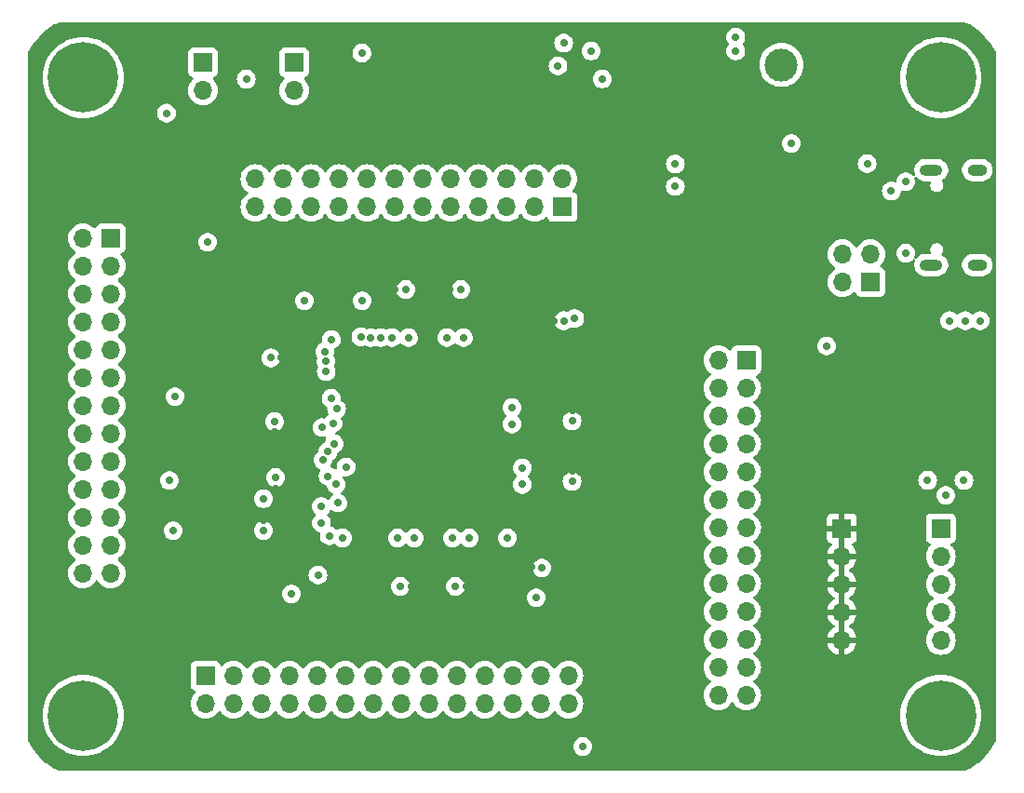
<source format=gbr>
%TF.GenerationSoftware,KiCad,Pcbnew,8.0.0*%
%TF.CreationDate,2024-03-10T10:49:48+01:00*%
%TF.ProjectId,pcb723,70636237-3233-42e6-9b69-6361645f7063,rev?*%
%TF.SameCoordinates,PX55d4a80PY68e7780*%
%TF.FileFunction,Copper,L3,Inr*%
%TF.FilePolarity,Positive*%
%FSLAX46Y46*%
G04 Gerber Fmt 4.6, Leading zero omitted, Abs format (unit mm)*
G04 Created by KiCad (PCBNEW 8.0.0) date 2024-03-10 10:49:48*
%MOMM*%
%LPD*%
G01*
G04 APERTURE LIST*
%TA.AperFunction,ComponentPad*%
%ADD10R,1.700000X1.700000*%
%TD*%
%TA.AperFunction,ComponentPad*%
%ADD11O,1.700000X1.700000*%
%TD*%
%TA.AperFunction,ComponentPad*%
%ADD12C,3.000000*%
%TD*%
%TA.AperFunction,ComponentPad*%
%ADD13C,0.800000*%
%TD*%
%TA.AperFunction,ComponentPad*%
%ADD14C,6.400000*%
%TD*%
%TA.AperFunction,ComponentPad*%
%ADD15O,2.100000X1.000000*%
%TD*%
%TA.AperFunction,ComponentPad*%
%ADD16O,1.800000X1.000000*%
%TD*%
%TA.AperFunction,ViaPad*%
%ADD17C,0.700000*%
%TD*%
G04 APERTURE END LIST*
D10*
%TO.N,/PA9*%
%TO.C,J6*%
X66300000Y38310000D03*
D11*
%TO.N,/PA10*%
X63760000Y38310000D03*
%TO.N,/PC9*%
X66300000Y35770000D03*
%TO.N,/PA8*%
X63760000Y35770000D03*
%TO.N,/PC7*%
X66300000Y33230000D03*
%TO.N,/PC8*%
X63760000Y33230000D03*
%TO.N,/PG8*%
X66300000Y30690000D03*
%TO.N,/PC6*%
X63760000Y30690000D03*
%TO.N,/PG6*%
X66300000Y28150000D03*
%TO.N,/PG7*%
X63760000Y28150000D03*
%TO.N,/PG4*%
X66300000Y25610000D03*
%TO.N,/PG5*%
X63760000Y25610000D03*
%TO.N,/PG2*%
X66300000Y23070000D03*
%TO.N,/PG3*%
X63760000Y23070000D03*
%TO.N,/PD14*%
X66300000Y20530000D03*
%TO.N,/PD15*%
X63760000Y20530000D03*
%TO.N,/PD12*%
X66300000Y17990000D03*
%TO.N,/PD13*%
X63760000Y17990000D03*
%TO.N,/PD10*%
X66300000Y15450000D03*
%TO.N,/PD11*%
X63760000Y15450000D03*
%TO.N,/PD8*%
X66300000Y12910000D03*
%TO.N,/PD9*%
X63760000Y12910000D03*
%TO.N,/PB14*%
X66300000Y10370000D03*
%TO.N,/PB15*%
X63760000Y10370000D03*
%TO.N,/PB12*%
X66300000Y7830000D03*
%TO.N,/PB13*%
X63760000Y7830000D03*
%TD*%
D10*
%TO.N,/PDR_ON*%
%TO.C,J2*%
X16900000Y65390000D03*
D11*
%TO.N,Net-(J2-Pin_2)*%
X16900000Y62850000D03*
%TD*%
D10*
%TO.N,GND*%
%TO.C,J11*%
X84000000Y23000000D03*
D11*
X84000000Y20460000D03*
X84000000Y17920000D03*
X84000000Y15380000D03*
X84000000Y12840000D03*
%TD*%
D10*
%TO.N,/PC10*%
%TO.C,J9*%
X49600000Y52240000D03*
D11*
%TO.N,/PC11*%
X49600000Y54780000D03*
%TO.N,/PC12*%
X47060000Y52240000D03*
%TO.N,/PD0*%
X47060000Y54780000D03*
%TO.N,/PD1*%
X44520000Y52240000D03*
%TO.N,/PD2*%
X44520000Y54780000D03*
%TO.N,/PD3*%
X41980000Y52240000D03*
%TO.N,/PD4*%
X41980000Y54780000D03*
%TO.N,/PD5*%
X39440000Y52240000D03*
%TO.N,/PD6*%
X39440000Y54780000D03*
%TO.N,/PG9*%
X36900000Y52240000D03*
%TO.N,/PD7*%
X36900000Y54780000D03*
%TO.N,/PG11*%
X34360000Y52240000D03*
%TO.N,/PG10*%
X34360000Y54780000D03*
%TO.N,/PG13*%
X31820000Y52240000D03*
%TO.N,/PG12*%
X31820000Y54780000D03*
%TO.N,/PG15*%
X29280000Y52240000D03*
%TO.N,/PG14*%
X29280000Y54780000D03*
%TO.N,/PB5*%
X26740000Y52240000D03*
%TO.N,/PB4(NJTRST)*%
X26740000Y54780000D03*
%TO.N,/PB9*%
X24200000Y52240000D03*
%TO.N,/PB8*%
X24200000Y54780000D03*
%TO.N,/PE1*%
X21660000Y52240000D03*
%TO.N,/PE0*%
X21660000Y54780000D03*
%TD*%
D10*
%TO.N,/PA4*%
%TO.C,J7*%
X17120000Y9600000D03*
D11*
%TO.N,/PA3*%
X17120000Y7060000D03*
%TO.N,/PA5*%
X19660000Y9600000D03*
%TO.N,/PA6*%
X19660000Y7060000D03*
%TO.N,/PA7*%
X22200000Y9600000D03*
%TO.N,/PC4*%
X22200000Y7060000D03*
%TO.N,/PC5*%
X24740000Y9600000D03*
%TO.N,/PB0*%
X24740000Y7060000D03*
%TO.N,/PB1*%
X27280000Y9600000D03*
%TO.N,/PB2*%
X27280000Y7060000D03*
%TO.N,/PF11*%
X29820000Y9600000D03*
%TO.N,/PF12*%
X29820000Y7060000D03*
%TO.N,/PF13*%
X32360000Y9600000D03*
%TO.N,/PF14*%
X32360000Y7060000D03*
%TO.N,/PF15*%
X34900000Y9600000D03*
%TO.N,/PG0*%
X34900000Y7060000D03*
%TO.N,/PG1*%
X37440000Y9600000D03*
%TO.N,/PE7*%
X37440000Y7060000D03*
%TO.N,/PE8*%
X39980000Y9600000D03*
%TO.N,/PE9*%
X39980000Y7060000D03*
%TO.N,/PE11*%
X42520000Y9600000D03*
%TO.N,/PE10*%
X42520000Y7060000D03*
%TO.N,/PE13*%
X45060000Y9600000D03*
%TO.N,/PE12*%
X45060000Y7060000D03*
%TO.N,/PE15*%
X47600000Y9600000D03*
%TO.N,/PE14*%
X47600000Y7060000D03*
%TO.N,/PB10*%
X50140000Y9600000D03*
%TO.N,/PB11*%
X50140000Y7060000D03*
%TD*%
D12*
%TO.N,/T_JRCLK*%
%TO.C,TP1*%
X69500000Y65160000D03*
%TD*%
D10*
%TO.N,Net-(J1-Pin_1)*%
%TO.C,J1*%
X25190000Y65390000D03*
D11*
%TO.N,/BOOT0*%
X25190000Y62850000D03*
%TD*%
D10*
%TO.N,+5V*%
%TO.C,J4*%
X77590000Y45405000D03*
D11*
X77590000Y47945000D03*
X75050000Y45405000D03*
X75050000Y47945000D03*
%TD*%
D13*
%TO.N,GND*%
%TO.C,H3*%
X3600000Y6000000D03*
X4302944Y7697056D03*
X4302944Y4302944D03*
X6000000Y8400000D03*
D14*
X6000000Y6000000D03*
D13*
X6000000Y3600000D03*
X7697056Y7697056D03*
X7697056Y4302944D03*
X8400000Y6000000D03*
%TD*%
D10*
%TO.N,/PE2*%
%TO.C,J8*%
X8500000Y49410000D03*
D11*
%TO.N,/PE3*%
X5960000Y49410000D03*
%TO.N,/PE4*%
X8500000Y46870000D03*
%TO.N,/PE5*%
X5960000Y46870000D03*
%TO.N,/PE6*%
X8500000Y44330000D03*
%TO.N,/PC13*%
X5960000Y44330000D03*
%TO.N,/PC14*%
X8500000Y41790000D03*
%TO.N,/PC15*%
X5960000Y41790000D03*
%TO.N,/PF0*%
X8500000Y39250000D03*
%TO.N,/PF1*%
X5960000Y39250000D03*
%TO.N,/PF2*%
X8500000Y36710000D03*
%TO.N,/PF3*%
X5960000Y36710000D03*
%TO.N,/PF5*%
X8500000Y34170000D03*
%TO.N,/PF4*%
X5960000Y34170000D03*
%TO.N,/PF6*%
X8500000Y31630000D03*
%TO.N,/PF7*%
X5960000Y31630000D03*
%TO.N,/PF9*%
X8500000Y29090000D03*
%TO.N,/PF8*%
X5960000Y29090000D03*
%TO.N,/PC0*%
X8500000Y26550000D03*
%TO.N,/PF10*%
X5960000Y26550000D03*
%TO.N,/PC2_C*%
X8500000Y24010000D03*
%TO.N,/PC1*%
X5960000Y24010000D03*
%TO.N,/PA0*%
X8500000Y21470000D03*
%TO.N,/PC3_C*%
X5960000Y21470000D03*
%TO.N,/PA2*%
X8500000Y18930000D03*
%TO.N,/PA1*%
X5960000Y18930000D03*
%TD*%
D15*
%TO.N,Net-(J5-SHIELD)*%
%TO.C,J5*%
X83130000Y46960000D03*
D16*
X87310000Y46960000D03*
D15*
X83130000Y55600000D03*
D16*
X87310000Y55600000D03*
%TD*%
D13*
%TO.N,GND*%
%TO.C,H2*%
X81600000Y64000000D03*
X82302944Y65697056D03*
X82302944Y62302944D03*
X84000000Y66400000D03*
D14*
X84000000Y64000000D03*
D13*
X84000000Y61600000D03*
X85697056Y65697056D03*
X85697056Y62302944D03*
X86400000Y64000000D03*
%TD*%
%TO.N,GND*%
%TO.C,H1*%
X3600000Y64000000D03*
X4302944Y65697056D03*
X4302944Y62302944D03*
X6000000Y66400000D03*
D14*
X6000000Y64000000D03*
D13*
X6000000Y61600000D03*
X7697056Y65697056D03*
X7697056Y62302944D03*
X8400000Y64000000D03*
%TD*%
%TO.N,GND*%
%TO.C,H4*%
X81600000Y6000000D03*
X82302944Y7697056D03*
X82302944Y4302944D03*
X84000000Y8400000D03*
D14*
X84000000Y6000000D03*
D13*
X84000000Y3600000D03*
X85697056Y7697056D03*
X85697056Y4302944D03*
X86400000Y6000000D03*
%TD*%
D10*
%TO.N,+3V3*%
%TO.C,J10*%
X75000000Y23000000D03*
D11*
X75000000Y20460000D03*
X75000000Y17920000D03*
X75000000Y15380000D03*
X75000000Y12840000D03*
%TD*%
D17*
%TO.N,/T_NRST*%
X59850000Y56150000D03*
X59850000Y54100000D03*
X52200000Y66430000D03*
X29900000Y28600000D03*
%TO.N,+5V*%
X79500000Y53680000D03*
%TO.N,/PDR_ON*%
X28587500Y40200000D03*
%TO.N,/BOOT0*%
X31350000Y43700000D03*
%TO.N,+3V3*%
X40820000Y17720000D03*
X35820000Y17720000D03*
X28087500Y44730000D03*
X80622500Y58010000D03*
X50460000Y33730000D03*
X22390000Y23770000D03*
X34360000Y44730000D03*
X86200000Y29900000D03*
X23970000Y38540000D03*
X23390000Y31770000D03*
X49190000Y63690000D03*
X62870000Y61350000D03*
X22005000Y17010000D03*
X39360000Y44730000D03*
X50460000Y28230000D03*
X82700000Y28800000D03*
X20620000Y66410000D03*
X46770000Y19500000D03*
X48800000Y41900000D03*
X29325000Y17810000D03*
X86200000Y28800000D03*
X12380000Y66410000D03*
X23516398Y26613602D03*
X82700000Y29900000D03*
%TO.N,GND*%
X47220000Y16680000D03*
X22390000Y22810000D03*
X50460000Y27270000D03*
X14190000Y22790000D03*
X73600000Y39600000D03*
X23490000Y27630000D03*
X14370000Y34970000D03*
X49700003Y41900000D03*
X13820000Y27350000D03*
X70410000Y58010000D03*
X34860000Y17720000D03*
X49180000Y65080000D03*
X27350000Y18775000D03*
X80800000Y48030000D03*
X65350000Y66430000D03*
X87600000Y41900000D03*
X20830000Y63870000D03*
X84432500Y26000000D03*
X13560000Y60780000D03*
X17310000Y49030000D03*
X84800000Y41900000D03*
X47730000Y19400000D03*
X26120000Y43710000D03*
X23070387Y38513541D03*
X31340000Y66250000D03*
X39860000Y17720000D03*
X23390000Y32730000D03*
X50460000Y32770000D03*
X40320000Y44730000D03*
X50700000Y42100000D03*
X27670000Y25000000D03*
X24955000Y17040000D03*
X86100000Y27375000D03*
X77300000Y56200000D03*
X80800000Y54530000D03*
X86200000Y41900000D03*
X35320000Y44730000D03*
X51440000Y3160000D03*
X82800000Y27375000D03*
X22390000Y25700000D03*
%TO.N,/T_SWO*%
X53200000Y63890000D03*
X33050000Y40350000D03*
%TO.N,Net-(U1-PB6)*%
X32149997Y40350000D03*
X49700000Y67150000D03*
%TO.N,Net-(U1-PB7)*%
X31253103Y40424742D03*
X65350000Y67700000D03*
%TO.N,/PD14*%
X45950000Y28500000D03*
%TO.N,/PD13*%
X45950000Y27000000D03*
%TO.N,/PC6*%
X45000000Y34000000D03*
%TO.N,/PG8*%
X45000000Y32500000D03*
%TO.N,/PF12*%
X34587500Y22130000D03*
%TO.N,/PF13*%
X36087500Y22130000D03*
%TO.N,/PA4*%
X29587500Y22130000D03*
%TO.N,/PB11*%
X44587500Y22130000D03*
%TO.N,/PE9*%
X39587500Y22130000D03*
%TO.N,/PE10*%
X41087500Y22130000D03*
%TO.N,/PE5*%
X27980000Y39080000D03*
%TO.N,/PE6*%
X28084299Y38186061D03*
%TO.N,/PC13*%
X28098800Y37286175D03*
%TO.N,/PF4*%
X28550000Y34845000D03*
%TO.N,/PF5*%
X29040000Y33870000D03*
%TO.N,/PF10*%
X27810000Y29220000D03*
%TO.N,/PF9*%
X28266319Y29995743D03*
%TO.N,/PF7*%
X28720000Y32570000D03*
%TO.N,/PF8*%
X28808709Y30713947D03*
%TO.N,/PF6*%
X27730000Y32170000D03*
%TO.N,/PC0*%
X28271804Y27757209D03*
%TO.N,/PC2_C*%
X29180000Y25310000D03*
%TO.N,/PC1*%
X28993276Y27000167D03*
%TO.N,/PC3_C*%
X28380000Y22330000D03*
%TO.N,/PA0*%
X27670000Y23500000D03*
%TO.N,/PD5*%
X40590000Y40360000D03*
%TO.N,/PD6*%
X39087500Y40360000D03*
%TO.N,/PG15*%
X34087500Y40360000D03*
%TO.N,/PG14*%
X35587500Y40360000D03*
%TD*%
%TA.AperFunction,Conductor*%
%TO.N,+3V3*%
G36*
X75250000Y13273012D02*
G01*
X75192993Y13305925D01*
X75065826Y13340000D01*
X74934174Y13340000D01*
X74807007Y13305925D01*
X74750000Y13273012D01*
X74750000Y14946988D01*
X74807007Y14914075D01*
X74934174Y14880000D01*
X75065826Y14880000D01*
X75192993Y14914075D01*
X75250000Y14946988D01*
X75250000Y13273012D01*
G37*
%TD.AperFunction*%
%TA.AperFunction,Conductor*%
G36*
X75250000Y15813012D02*
G01*
X75192993Y15845925D01*
X75065826Y15880000D01*
X74934174Y15880000D01*
X74807007Y15845925D01*
X74750000Y15813012D01*
X74750000Y17486988D01*
X74807007Y17454075D01*
X74934174Y17420000D01*
X75065826Y17420000D01*
X75192993Y17454075D01*
X75250000Y17486988D01*
X75250000Y15813012D01*
G37*
%TD.AperFunction*%
%TA.AperFunction,Conductor*%
G36*
X75250000Y18353012D02*
G01*
X75192993Y18385925D01*
X75065826Y18420000D01*
X74934174Y18420000D01*
X74807007Y18385925D01*
X74750000Y18353012D01*
X74750000Y20026988D01*
X74807007Y19994075D01*
X74934174Y19960000D01*
X75065826Y19960000D01*
X75192993Y19994075D01*
X75250000Y20026988D01*
X75250000Y18353012D01*
G37*
%TD.AperFunction*%
%TA.AperFunction,Conductor*%
G36*
X75250000Y20893012D02*
G01*
X75192993Y20925925D01*
X75065826Y20960000D01*
X74934174Y20960000D01*
X74807007Y20925925D01*
X74750000Y20893012D01*
X74750000Y22566988D01*
X74807007Y22534075D01*
X74934174Y22500000D01*
X75065826Y22500000D01*
X75192993Y22534075D01*
X75250000Y22566988D01*
X75250000Y20893012D01*
G37*
%TD.AperFunction*%
%TA.AperFunction,Conductor*%
G36*
X86309138Y68987402D02*
G01*
X86612869Y68838917D01*
X86621877Y68834042D01*
X87003544Y68606617D01*
X87012123Y68601011D01*
X87373693Y68342856D01*
X87381770Y68336569D01*
X87720796Y68049429D01*
X87728336Y68042488D01*
X88042487Y67728337D01*
X88049428Y67720797D01*
X88336564Y67381776D01*
X88342859Y67373688D01*
X88601010Y67012124D01*
X88606616Y67003545D01*
X88834041Y66621878D01*
X88838918Y66612864D01*
X88987400Y66309139D01*
X89000000Y66254679D01*
X89000000Y3745323D01*
X88987401Y3690863D01*
X88838919Y3387137D01*
X88834041Y3378123D01*
X88606616Y2996456D01*
X88601010Y2987877D01*
X88342859Y2626313D01*
X88336564Y2618225D01*
X88049428Y2279204D01*
X88042487Y2271664D01*
X87728336Y1957513D01*
X87720796Y1950572D01*
X87381775Y1663436D01*
X87373687Y1657141D01*
X87012123Y1398990D01*
X87003544Y1393384D01*
X86621877Y1165959D01*
X86612863Y1161082D01*
X86309139Y1012600D01*
X86254679Y1000000D01*
X3745321Y1000000D01*
X3690861Y1012600D01*
X3387136Y1161082D01*
X3378122Y1165959D01*
X2996455Y1393384D01*
X2987876Y1398990D01*
X2626312Y1657141D01*
X2618224Y1663436D01*
X2279203Y1950572D01*
X2271663Y1957513D01*
X1957512Y2271664D01*
X1950571Y2279204D01*
X1742838Y2524474D01*
X1663431Y2618230D01*
X1657140Y2626313D01*
X1634989Y2657337D01*
X1398989Y2987877D01*
X1393383Y2996456D01*
X1165958Y3378123D01*
X1161080Y3387137D01*
X1012599Y3690863D01*
X1000000Y3745323D01*
X1000000Y6000000D01*
X2294422Y6000000D01*
X2314722Y5612661D01*
X2375397Y5229573D01*
X2375397Y5229571D01*
X2475788Y4854906D01*
X2614787Y4492803D01*
X2790877Y4147207D01*
X3002122Y3821918D01*
X3064148Y3745323D01*
X3246219Y3520484D01*
X3520484Y3246219D01*
X3520488Y3246216D01*
X3821917Y3002123D01*
X3852607Y2982193D01*
X4147211Y2790875D01*
X4492806Y2614786D01*
X4854913Y2475786D01*
X5229567Y2375398D01*
X5612662Y2314722D01*
X5978576Y2295545D01*
X5999999Y2294422D01*
X6000000Y2294422D01*
X6000001Y2294422D01*
X6020301Y2295486D01*
X6387338Y2314722D01*
X6770433Y2375398D01*
X7145087Y2475786D01*
X7507194Y2614786D01*
X7852789Y2790875D01*
X8178084Y3002124D01*
X8373044Y3160000D01*
X50584815Y3160000D01*
X50603503Y2982195D01*
X50603504Y2982193D01*
X50658747Y2812171D01*
X50658750Y2812165D01*
X50748141Y2657335D01*
X50779834Y2622137D01*
X50867764Y2524479D01*
X50867767Y2524477D01*
X50867770Y2524474D01*
X51012407Y2419388D01*
X51175733Y2346671D01*
X51350609Y2309500D01*
X51350610Y2309500D01*
X51529389Y2309500D01*
X51529391Y2309500D01*
X51704267Y2346671D01*
X51867593Y2419388D01*
X52012230Y2524474D01*
X52131859Y2657335D01*
X52221250Y2812165D01*
X52276497Y2982197D01*
X52295185Y3160000D01*
X52276497Y3337803D01*
X52221250Y3507835D01*
X52131859Y3662665D01*
X52085003Y3714704D01*
X52012235Y3795522D01*
X52012232Y3795524D01*
X52012231Y3795525D01*
X52012230Y3795526D01*
X51867593Y3900612D01*
X51704267Y3973329D01*
X51704265Y3973330D01*
X51576594Y4000467D01*
X51529391Y4010500D01*
X51350609Y4010500D01*
X51319954Y4003985D01*
X51175733Y3973330D01*
X51175728Y3973328D01*
X51012408Y3900613D01*
X50867768Y3795525D01*
X50748140Y3662664D01*
X50658750Y3507836D01*
X50658747Y3507830D01*
X50603504Y3337808D01*
X50603503Y3337806D01*
X50584815Y3160000D01*
X8373044Y3160000D01*
X8479516Y3246219D01*
X8753781Y3520484D01*
X8997876Y3821916D01*
X9209125Y4147211D01*
X9385214Y4492806D01*
X9524214Y4854913D01*
X9624602Y5229567D01*
X9685278Y5612662D01*
X9705578Y6000000D01*
X9685278Y6387338D01*
X9624602Y6770433D01*
X9547013Y7060000D01*
X15764341Y7060000D01*
X15784936Y6824597D01*
X15784938Y6824587D01*
X15846094Y6596345D01*
X15846096Y6596341D01*
X15846097Y6596337D01*
X15890787Y6500500D01*
X15945965Y6382170D01*
X15945967Y6382166D01*
X16054281Y6227479D01*
X16081505Y6188599D01*
X16248599Y6021505D01*
X16345384Y5953735D01*
X16442165Y5885968D01*
X16442167Y5885967D01*
X16442170Y5885965D01*
X16656337Y5786097D01*
X16884592Y5724937D01*
X17072918Y5708461D01*
X17119999Y5704341D01*
X17120000Y5704341D01*
X17120001Y5704341D01*
X17159234Y5707774D01*
X17355408Y5724937D01*
X17583663Y5786097D01*
X17797830Y5885965D01*
X17991401Y6021505D01*
X18158495Y6188599D01*
X18288425Y6374158D01*
X18343002Y6417783D01*
X18412500Y6424977D01*
X18474855Y6393454D01*
X18491575Y6374158D01*
X18621500Y6188605D01*
X18621505Y6188599D01*
X18788599Y6021505D01*
X18885384Y5953735D01*
X18982165Y5885968D01*
X18982167Y5885967D01*
X18982170Y5885965D01*
X19196337Y5786097D01*
X19424592Y5724937D01*
X19612918Y5708461D01*
X19659999Y5704341D01*
X19660000Y5704341D01*
X19660001Y5704341D01*
X19699234Y5707774D01*
X19895408Y5724937D01*
X20123663Y5786097D01*
X20337830Y5885965D01*
X20531401Y6021505D01*
X20698495Y6188599D01*
X20828425Y6374158D01*
X20883002Y6417783D01*
X20952500Y6424977D01*
X21014855Y6393454D01*
X21031575Y6374158D01*
X21161500Y6188605D01*
X21161505Y6188599D01*
X21328599Y6021505D01*
X21425384Y5953735D01*
X21522165Y5885968D01*
X21522167Y5885967D01*
X21522170Y5885965D01*
X21736337Y5786097D01*
X21964592Y5724937D01*
X22152918Y5708461D01*
X22199999Y5704341D01*
X22200000Y5704341D01*
X22200001Y5704341D01*
X22239234Y5707774D01*
X22435408Y5724937D01*
X22663663Y5786097D01*
X22877830Y5885965D01*
X23071401Y6021505D01*
X23238495Y6188599D01*
X23368425Y6374158D01*
X23423002Y6417783D01*
X23492500Y6424977D01*
X23554855Y6393454D01*
X23571575Y6374158D01*
X23701500Y6188605D01*
X23701505Y6188599D01*
X23868599Y6021505D01*
X23965384Y5953735D01*
X24062165Y5885968D01*
X24062167Y5885967D01*
X24062170Y5885965D01*
X24276337Y5786097D01*
X24504592Y5724937D01*
X24692918Y5708461D01*
X24739999Y5704341D01*
X24740000Y5704341D01*
X24740001Y5704341D01*
X24779234Y5707774D01*
X24975408Y5724937D01*
X25203663Y5786097D01*
X25417830Y5885965D01*
X25611401Y6021505D01*
X25778495Y6188599D01*
X25908425Y6374158D01*
X25963002Y6417783D01*
X26032500Y6424977D01*
X26094855Y6393454D01*
X26111575Y6374158D01*
X26241500Y6188605D01*
X26241505Y6188599D01*
X26408599Y6021505D01*
X26505384Y5953735D01*
X26602165Y5885968D01*
X26602167Y5885967D01*
X26602170Y5885965D01*
X26816337Y5786097D01*
X27044592Y5724937D01*
X27232918Y5708461D01*
X27279999Y5704341D01*
X27280000Y5704341D01*
X27280001Y5704341D01*
X27319234Y5707774D01*
X27515408Y5724937D01*
X27743663Y5786097D01*
X27957830Y5885965D01*
X28151401Y6021505D01*
X28318495Y6188599D01*
X28448425Y6374158D01*
X28503002Y6417783D01*
X28572500Y6424977D01*
X28634855Y6393454D01*
X28651575Y6374158D01*
X28781500Y6188605D01*
X28781505Y6188599D01*
X28948599Y6021505D01*
X29045384Y5953735D01*
X29142165Y5885968D01*
X29142167Y5885967D01*
X29142170Y5885965D01*
X29356337Y5786097D01*
X29584592Y5724937D01*
X29772918Y5708461D01*
X29819999Y5704341D01*
X29820000Y5704341D01*
X29820001Y5704341D01*
X29859234Y5707774D01*
X30055408Y5724937D01*
X30283663Y5786097D01*
X30497830Y5885965D01*
X30691401Y6021505D01*
X30858495Y6188599D01*
X30988425Y6374158D01*
X31043002Y6417783D01*
X31112500Y6424977D01*
X31174855Y6393454D01*
X31191575Y6374158D01*
X31321500Y6188605D01*
X31321505Y6188599D01*
X31488599Y6021505D01*
X31585384Y5953735D01*
X31682165Y5885968D01*
X31682167Y5885967D01*
X31682170Y5885965D01*
X31896337Y5786097D01*
X32124592Y5724937D01*
X32312918Y5708461D01*
X32359999Y5704341D01*
X32360000Y5704341D01*
X32360001Y5704341D01*
X32399234Y5707774D01*
X32595408Y5724937D01*
X32823663Y5786097D01*
X33037830Y5885965D01*
X33231401Y6021505D01*
X33398495Y6188599D01*
X33528425Y6374158D01*
X33583002Y6417783D01*
X33652500Y6424977D01*
X33714855Y6393454D01*
X33731575Y6374158D01*
X33861500Y6188605D01*
X33861505Y6188599D01*
X34028599Y6021505D01*
X34125384Y5953735D01*
X34222165Y5885968D01*
X34222167Y5885967D01*
X34222170Y5885965D01*
X34436337Y5786097D01*
X34664592Y5724937D01*
X34852918Y5708461D01*
X34899999Y5704341D01*
X34900000Y5704341D01*
X34900001Y5704341D01*
X34939234Y5707774D01*
X35135408Y5724937D01*
X35363663Y5786097D01*
X35577830Y5885965D01*
X35771401Y6021505D01*
X35938495Y6188599D01*
X36068425Y6374158D01*
X36123002Y6417783D01*
X36192500Y6424977D01*
X36254855Y6393454D01*
X36271575Y6374158D01*
X36401500Y6188605D01*
X36401505Y6188599D01*
X36568599Y6021505D01*
X36665384Y5953735D01*
X36762165Y5885968D01*
X36762167Y5885967D01*
X36762170Y5885965D01*
X36976337Y5786097D01*
X37204592Y5724937D01*
X37392918Y5708461D01*
X37439999Y5704341D01*
X37440000Y5704341D01*
X37440001Y5704341D01*
X37479234Y5707774D01*
X37675408Y5724937D01*
X37903663Y5786097D01*
X38117830Y5885965D01*
X38311401Y6021505D01*
X38478495Y6188599D01*
X38608425Y6374158D01*
X38663002Y6417783D01*
X38732500Y6424977D01*
X38794855Y6393454D01*
X38811575Y6374158D01*
X38941500Y6188605D01*
X38941505Y6188599D01*
X39108599Y6021505D01*
X39205384Y5953735D01*
X39302165Y5885968D01*
X39302167Y5885967D01*
X39302170Y5885965D01*
X39516337Y5786097D01*
X39744592Y5724937D01*
X39932918Y5708461D01*
X39979999Y5704341D01*
X39980000Y5704341D01*
X39980001Y5704341D01*
X40019234Y5707774D01*
X40215408Y5724937D01*
X40443663Y5786097D01*
X40657830Y5885965D01*
X40851401Y6021505D01*
X41018495Y6188599D01*
X41148425Y6374158D01*
X41203002Y6417783D01*
X41272500Y6424977D01*
X41334855Y6393454D01*
X41351575Y6374158D01*
X41481500Y6188605D01*
X41481505Y6188599D01*
X41648599Y6021505D01*
X41745384Y5953735D01*
X41842165Y5885968D01*
X41842167Y5885967D01*
X41842170Y5885965D01*
X42056337Y5786097D01*
X42284592Y5724937D01*
X42472918Y5708461D01*
X42519999Y5704341D01*
X42520000Y5704341D01*
X42520001Y5704341D01*
X42559234Y5707774D01*
X42755408Y5724937D01*
X42983663Y5786097D01*
X43197830Y5885965D01*
X43391401Y6021505D01*
X43558495Y6188599D01*
X43688425Y6374158D01*
X43743002Y6417783D01*
X43812500Y6424977D01*
X43874855Y6393454D01*
X43891575Y6374158D01*
X44021500Y6188605D01*
X44021505Y6188599D01*
X44188599Y6021505D01*
X44285384Y5953735D01*
X44382165Y5885968D01*
X44382167Y5885967D01*
X44382170Y5885965D01*
X44596337Y5786097D01*
X44824592Y5724937D01*
X45012918Y5708461D01*
X45059999Y5704341D01*
X45060000Y5704341D01*
X45060001Y5704341D01*
X45099234Y5707774D01*
X45295408Y5724937D01*
X45523663Y5786097D01*
X45737830Y5885965D01*
X45931401Y6021505D01*
X46098495Y6188599D01*
X46228425Y6374158D01*
X46283002Y6417783D01*
X46352500Y6424977D01*
X46414855Y6393454D01*
X46431575Y6374158D01*
X46561500Y6188605D01*
X46561505Y6188599D01*
X46728599Y6021505D01*
X46825384Y5953735D01*
X46922165Y5885968D01*
X46922167Y5885967D01*
X46922170Y5885965D01*
X47136337Y5786097D01*
X47364592Y5724937D01*
X47552918Y5708461D01*
X47599999Y5704341D01*
X47600000Y5704341D01*
X47600001Y5704341D01*
X47639234Y5707774D01*
X47835408Y5724937D01*
X48063663Y5786097D01*
X48277830Y5885965D01*
X48471401Y6021505D01*
X48638495Y6188599D01*
X48768425Y6374158D01*
X48823002Y6417783D01*
X48892500Y6424977D01*
X48954855Y6393454D01*
X48971575Y6374158D01*
X49101500Y6188605D01*
X49101505Y6188599D01*
X49268599Y6021505D01*
X49365384Y5953735D01*
X49462165Y5885968D01*
X49462167Y5885967D01*
X49462170Y5885965D01*
X49676337Y5786097D01*
X49904592Y5724937D01*
X50092918Y5708461D01*
X50139999Y5704341D01*
X50140000Y5704341D01*
X50140001Y5704341D01*
X50179234Y5707774D01*
X50375408Y5724937D01*
X50603663Y5786097D01*
X50817830Y5885965D01*
X50980689Y6000000D01*
X80294422Y6000000D01*
X80314722Y5612661D01*
X80375397Y5229573D01*
X80375397Y5229571D01*
X80475788Y4854906D01*
X80614787Y4492803D01*
X80790877Y4147207D01*
X81002122Y3821918D01*
X81064148Y3745323D01*
X81246219Y3520484D01*
X81520484Y3246219D01*
X81520488Y3246216D01*
X81821917Y3002123D01*
X81852607Y2982193D01*
X82147211Y2790875D01*
X82492806Y2614786D01*
X82854913Y2475786D01*
X83229567Y2375398D01*
X83612662Y2314722D01*
X83978576Y2295545D01*
X83999999Y2294422D01*
X84000000Y2294422D01*
X84000001Y2294422D01*
X84020301Y2295486D01*
X84387338Y2314722D01*
X84770433Y2375398D01*
X85145087Y2475786D01*
X85507194Y2614786D01*
X85852789Y2790875D01*
X86178084Y3002124D01*
X86479516Y3246219D01*
X86753781Y3520484D01*
X86997876Y3821916D01*
X87209125Y4147211D01*
X87385214Y4492806D01*
X87524214Y4854913D01*
X87624602Y5229567D01*
X87685278Y5612662D01*
X87705578Y6000000D01*
X87685278Y6387338D01*
X87624602Y6770433D01*
X87524214Y7145087D01*
X87385214Y7507194D01*
X87209125Y7852789D01*
X87209122Y7852794D01*
X86997877Y8178083D01*
X86856637Y8352500D01*
X86753781Y8479516D01*
X86479516Y8753781D01*
X86445164Y8781599D01*
X86178082Y8997878D01*
X85852793Y9209123D01*
X85507197Y9385213D01*
X85145094Y9524212D01*
X85145087Y9524214D01*
X84770433Y9624602D01*
X84770429Y9624603D01*
X84770428Y9624603D01*
X84387339Y9685278D01*
X84000001Y9705578D01*
X83999999Y9705578D01*
X83612660Y9685278D01*
X83229572Y9624603D01*
X83229570Y9624603D01*
X82854905Y9524212D01*
X82492802Y9385213D01*
X82147206Y9209123D01*
X81821917Y8997878D01*
X81520488Y8753785D01*
X81520480Y8753778D01*
X81246222Y8479520D01*
X81246215Y8479512D01*
X81002122Y8178083D01*
X80790877Y7852794D01*
X80614787Y7507198D01*
X80475788Y7145095D01*
X80375397Y6770430D01*
X80375397Y6770428D01*
X80314722Y6387340D01*
X80294422Y6000001D01*
X80294422Y6000000D01*
X50980689Y6000000D01*
X51011401Y6021505D01*
X51178495Y6188599D01*
X51314035Y6382170D01*
X51413903Y6596337D01*
X51475063Y6824592D01*
X51495659Y7060000D01*
X51475063Y7295408D01*
X51413903Y7523663D01*
X51314035Y7737829D01*
X51308425Y7745842D01*
X51249497Y7830000D01*
X62404341Y7830000D01*
X62424936Y7594597D01*
X62424938Y7594587D01*
X62486094Y7366345D01*
X62486096Y7366341D01*
X62486097Y7366337D01*
X62490000Y7357968D01*
X62585965Y7152170D01*
X62585967Y7152166D01*
X62650502Y7060001D01*
X62721505Y6958599D01*
X62888599Y6791505D01*
X62985384Y6723735D01*
X63082165Y6655968D01*
X63082167Y6655967D01*
X63082170Y6655965D01*
X63296337Y6556097D01*
X63524592Y6494937D01*
X63712918Y6478461D01*
X63759999Y6474341D01*
X63760000Y6474341D01*
X63760001Y6474341D01*
X63799234Y6477774D01*
X63995408Y6494937D01*
X64223663Y6556097D01*
X64437830Y6655965D01*
X64631401Y6791505D01*
X64798495Y6958599D01*
X64928425Y7144158D01*
X64983002Y7187783D01*
X65052500Y7194977D01*
X65114855Y7163454D01*
X65131575Y7144158D01*
X65261500Y6958605D01*
X65261505Y6958599D01*
X65428599Y6791505D01*
X65525384Y6723735D01*
X65622165Y6655968D01*
X65622167Y6655967D01*
X65622170Y6655965D01*
X65836337Y6556097D01*
X66064592Y6494937D01*
X66252918Y6478461D01*
X66299999Y6474341D01*
X66300000Y6474341D01*
X66300001Y6474341D01*
X66339234Y6477774D01*
X66535408Y6494937D01*
X66763663Y6556097D01*
X66977830Y6655965D01*
X67171401Y6791505D01*
X67338495Y6958599D01*
X67474035Y7152170D01*
X67573903Y7366337D01*
X67635063Y7594592D01*
X67655659Y7830000D01*
X67635063Y8065408D01*
X67573903Y8293663D01*
X67474035Y8507829D01*
X67468425Y8515842D01*
X67338494Y8701403D01*
X67171402Y8868494D01*
X67171396Y8868499D01*
X66985842Y8998425D01*
X66942217Y9053002D01*
X66935023Y9122500D01*
X66966546Y9184855D01*
X66985842Y9201575D01*
X67008026Y9217109D01*
X67171401Y9331505D01*
X67338495Y9498599D01*
X67474035Y9692170D01*
X67573903Y9906337D01*
X67635063Y10134592D01*
X67655659Y10370000D01*
X67635063Y10605408D01*
X67573903Y10833663D01*
X67474035Y11047829D01*
X67468425Y11055842D01*
X67338494Y11241403D01*
X67171402Y11408494D01*
X67171396Y11408499D01*
X66985842Y11538425D01*
X66942217Y11593002D01*
X66935023Y11662500D01*
X66966546Y11724855D01*
X66985842Y11741575D01*
X67071426Y11801502D01*
X67171401Y11871505D01*
X67338495Y12038599D01*
X67474035Y12232170D01*
X67573903Y12446337D01*
X67635063Y12674592D01*
X67655659Y12910000D01*
X67635063Y13145408D01*
X67573903Y13373663D01*
X67474035Y13587829D01*
X67468425Y13595842D01*
X67338494Y13781403D01*
X67171402Y13948494D01*
X67171396Y13948499D01*
X66985842Y14078425D01*
X66942217Y14133002D01*
X66935023Y14202500D01*
X66966546Y14264855D01*
X66985842Y14281575D01*
X67071426Y14341502D01*
X67171401Y14411505D01*
X67338495Y14578599D01*
X67474035Y14772170D01*
X67573903Y14986337D01*
X67635063Y15214592D01*
X67655659Y15450000D01*
X67635063Y15685408D01*
X67573903Y15913663D01*
X67474035Y16127829D01*
X67468425Y16135842D01*
X67338494Y16321403D01*
X67171402Y16488494D01*
X67171396Y16488499D01*
X66985842Y16618425D01*
X66942217Y16673002D01*
X66935023Y16742500D01*
X66966546Y16804855D01*
X66985842Y16821575D01*
X67071426Y16881502D01*
X67171401Y16951505D01*
X67338495Y17118599D01*
X67474035Y17312170D01*
X67573903Y17526337D01*
X67635063Y17754592D01*
X67655659Y17990000D01*
X67635063Y18225408D01*
X67573903Y18453663D01*
X67474035Y18667829D01*
X67468425Y18675842D01*
X67338494Y18861403D01*
X67171402Y19028494D01*
X67171396Y19028499D01*
X66985842Y19158425D01*
X66942217Y19213002D01*
X66935023Y19282500D01*
X66966546Y19344855D01*
X66985842Y19361575D01*
X67055748Y19410524D01*
X67171401Y19491505D01*
X67338495Y19658599D01*
X67474035Y19852170D01*
X67573903Y20066337D01*
X67635063Y20294592D01*
X67655659Y20530000D01*
X67635063Y20765408D01*
X67573903Y20993663D01*
X67474035Y21207829D01*
X67468425Y21215842D01*
X67338494Y21401403D01*
X67171402Y21568494D01*
X67171396Y21568499D01*
X66985842Y21698425D01*
X66942217Y21753002D01*
X66935023Y21822500D01*
X66966546Y21884855D01*
X66985842Y21901575D01*
X67058132Y21952193D01*
X67171401Y22031505D01*
X67242052Y22102156D01*
X73650000Y22102156D01*
X73656401Y22042628D01*
X73656403Y22042621D01*
X73706645Y21907914D01*
X73706649Y21907907D01*
X73792809Y21792813D01*
X73792812Y21792810D01*
X73907906Y21706650D01*
X73907913Y21706646D01*
X74039986Y21657386D01*
X74095920Y21615515D01*
X74120337Y21550051D01*
X74105486Y21481778D01*
X74084335Y21453523D01*
X73961886Y21331074D01*
X73826400Y21137580D01*
X73826399Y21137578D01*
X73726570Y20923493D01*
X73726567Y20923487D01*
X73669364Y20710001D01*
X73669364Y20710000D01*
X74566988Y20710000D01*
X74534075Y20652993D01*
X74500000Y20525826D01*
X74500000Y20394174D01*
X74534075Y20267007D01*
X74566988Y20210000D01*
X73669364Y20210000D01*
X73726567Y19996514D01*
X73726570Y19996508D01*
X73826399Y19782422D01*
X73961894Y19588918D01*
X74128917Y19421895D01*
X74315031Y19291575D01*
X74358656Y19236997D01*
X74365848Y19167499D01*
X74334326Y19105144D01*
X74315031Y19088425D01*
X74128922Y18958110D01*
X74128920Y18958109D01*
X73961891Y18791080D01*
X73961886Y18791074D01*
X73826400Y18597580D01*
X73826399Y18597578D01*
X73726570Y18383493D01*
X73726567Y18383487D01*
X73669364Y18170001D01*
X73669364Y18170000D01*
X74566988Y18170000D01*
X74534075Y18112993D01*
X74500000Y17985826D01*
X74500000Y17854174D01*
X74534075Y17727007D01*
X74566988Y17670000D01*
X73669364Y17670000D01*
X73726567Y17456514D01*
X73726570Y17456508D01*
X73826399Y17242422D01*
X73961894Y17048918D01*
X74128917Y16881895D01*
X74315031Y16751575D01*
X74358656Y16696997D01*
X74365848Y16627499D01*
X74334326Y16565144D01*
X74315031Y16548425D01*
X74128922Y16418110D01*
X74128920Y16418109D01*
X73961891Y16251080D01*
X73961886Y16251074D01*
X73826400Y16057580D01*
X73826399Y16057578D01*
X73726570Y15843493D01*
X73726567Y15843487D01*
X73669364Y15630001D01*
X73669364Y15630000D01*
X74566988Y15630000D01*
X74534075Y15572993D01*
X74500000Y15445826D01*
X74500000Y15314174D01*
X74534075Y15187007D01*
X74566988Y15130000D01*
X73669364Y15130000D01*
X73726567Y14916514D01*
X73726570Y14916508D01*
X73826399Y14702422D01*
X73961894Y14508918D01*
X74128917Y14341895D01*
X74315031Y14211575D01*
X74358656Y14156997D01*
X74365848Y14087499D01*
X74334326Y14025144D01*
X74315031Y14008425D01*
X74128922Y13878110D01*
X74128920Y13878109D01*
X73961891Y13711080D01*
X73961886Y13711074D01*
X73826400Y13517580D01*
X73826399Y13517578D01*
X73726570Y13303493D01*
X73726567Y13303487D01*
X73669364Y13090001D01*
X73669364Y13090000D01*
X74566988Y13090000D01*
X74534075Y13032993D01*
X74500000Y12905826D01*
X74500000Y12774174D01*
X74534075Y12647007D01*
X74566988Y12590000D01*
X73669364Y12590000D01*
X73726567Y12376514D01*
X73726570Y12376508D01*
X73826399Y12162422D01*
X73961894Y11968918D01*
X74128917Y11801895D01*
X74322421Y11666400D01*
X74536507Y11566571D01*
X74536516Y11566567D01*
X74750000Y11509366D01*
X74750000Y12406988D01*
X74807007Y12374075D01*
X74934174Y12340000D01*
X75065826Y12340000D01*
X75192993Y12374075D01*
X75250000Y12406988D01*
X75250000Y11509367D01*
X75463483Y11566567D01*
X75463492Y11566571D01*
X75677578Y11666400D01*
X75871082Y11801895D01*
X76038105Y11968918D01*
X76173600Y12162422D01*
X76273429Y12376508D01*
X76273432Y12376514D01*
X76330636Y12590000D01*
X75433012Y12590000D01*
X75465925Y12647007D01*
X75500000Y12774174D01*
X75500000Y12840000D01*
X82644341Y12840000D01*
X82664936Y12604597D01*
X82664938Y12604587D01*
X82726094Y12376345D01*
X82726096Y12376341D01*
X82726097Y12376337D01*
X82825847Y12162422D01*
X82825965Y12162170D01*
X82825967Y12162166D01*
X82912486Y12038605D01*
X82961505Y11968599D01*
X83128599Y11801505D01*
X83214188Y11741575D01*
X83322165Y11665968D01*
X83322167Y11665967D01*
X83322170Y11665965D01*
X83536337Y11566097D01*
X83764592Y11504937D01*
X83952918Y11488461D01*
X83999999Y11484341D01*
X84000000Y11484341D01*
X84000001Y11484341D01*
X84039234Y11487774D01*
X84235408Y11504937D01*
X84463663Y11566097D01*
X84677830Y11665965D01*
X84871401Y11801505D01*
X85038495Y11968599D01*
X85174035Y12162170D01*
X85273903Y12376337D01*
X85335063Y12604592D01*
X85355659Y12840000D01*
X85335063Y13075408D01*
X85273903Y13303663D01*
X85174035Y13517829D01*
X85149957Y13552217D01*
X85038494Y13711403D01*
X84871402Y13878494D01*
X84871396Y13878499D01*
X84685842Y14008425D01*
X84642217Y14063002D01*
X84635023Y14132500D01*
X84666546Y14194855D01*
X84685842Y14211575D01*
X84708026Y14227109D01*
X84871401Y14341505D01*
X85038495Y14508599D01*
X85174035Y14702170D01*
X85273903Y14916337D01*
X85335063Y15144592D01*
X85355659Y15380000D01*
X85335063Y15615408D01*
X85273903Y15843663D01*
X85174035Y16057829D01*
X85149957Y16092217D01*
X85038494Y16251403D01*
X84871402Y16418494D01*
X84871396Y16418499D01*
X84685842Y16548425D01*
X84642217Y16603002D01*
X84635023Y16672500D01*
X84666546Y16734855D01*
X84685842Y16751575D01*
X84708026Y16767109D01*
X84871401Y16881505D01*
X85038495Y17048599D01*
X85174035Y17242170D01*
X85273903Y17456337D01*
X85335063Y17684592D01*
X85355659Y17920000D01*
X85335063Y18155408D01*
X85281443Y18355524D01*
X85273905Y18383656D01*
X85273904Y18383657D01*
X85273903Y18383663D01*
X85174035Y18597829D01*
X85149957Y18632217D01*
X85038494Y18791403D01*
X84871402Y18958494D01*
X84871396Y18958499D01*
X84685842Y19088425D01*
X84642217Y19143002D01*
X84635023Y19212500D01*
X84666546Y19274855D01*
X84685842Y19291575D01*
X84708026Y19307109D01*
X84871401Y19421505D01*
X85038495Y19588599D01*
X85174035Y19782170D01*
X85273903Y19996337D01*
X85335063Y20224592D01*
X85355659Y20460000D01*
X85335063Y20695408D01*
X85273903Y20923663D01*
X85174035Y21137829D01*
X85149956Y21172217D01*
X85038496Y21331400D01*
X84980506Y21389390D01*
X84916567Y21453329D01*
X84883084Y21514649D01*
X84888068Y21584341D01*
X84929939Y21640275D01*
X84960915Y21657190D01*
X85092331Y21706204D01*
X85207546Y21792454D01*
X85293796Y21907669D01*
X85344091Y22042517D01*
X85350500Y22102127D01*
X85350499Y23897872D01*
X85344091Y23957483D01*
X85327239Y24002665D01*
X85293797Y24092329D01*
X85293793Y24092336D01*
X85207547Y24207545D01*
X85207544Y24207548D01*
X85092335Y24293794D01*
X85092328Y24293798D01*
X84957482Y24344092D01*
X84957483Y24344092D01*
X84897883Y24350499D01*
X84897881Y24350500D01*
X84897873Y24350500D01*
X84897864Y24350500D01*
X83102129Y24350500D01*
X83102123Y24350499D01*
X83042516Y24344092D01*
X82907671Y24293798D01*
X82907664Y24293794D01*
X82792455Y24207548D01*
X82792452Y24207545D01*
X82706206Y24092336D01*
X82706202Y24092329D01*
X82655908Y23957483D01*
X82649501Y23897884D01*
X82649501Y23897877D01*
X82649500Y23897865D01*
X82649500Y22102130D01*
X82649501Y22102124D01*
X82655908Y22042517D01*
X82706202Y21907672D01*
X82706206Y21907665D01*
X82792452Y21792456D01*
X82792455Y21792453D01*
X82907664Y21706207D01*
X82907671Y21706203D01*
X83039081Y21657190D01*
X83095015Y21615319D01*
X83119432Y21549855D01*
X83104580Y21481582D01*
X83083430Y21453327D01*
X82961503Y21331400D01*
X82825965Y21137831D01*
X82825964Y21137829D01*
X82726098Y20923665D01*
X82726094Y20923656D01*
X82664938Y20695414D01*
X82664936Y20695404D01*
X82644341Y20460001D01*
X82644341Y20460000D01*
X82664936Y20224597D01*
X82664938Y20224587D01*
X82726094Y19996345D01*
X82726096Y19996341D01*
X82726097Y19996337D01*
X82816997Y19801401D01*
X82825965Y19782170D01*
X82825967Y19782166D01*
X82850010Y19747830D01*
X82955940Y19596546D01*
X82961501Y19588605D01*
X82961506Y19588598D01*
X83128597Y19421507D01*
X83128603Y19421502D01*
X83314158Y19291575D01*
X83357783Y19236998D01*
X83364977Y19167500D01*
X83333454Y19105145D01*
X83314158Y19088425D01*
X83128597Y18958495D01*
X82961505Y18791403D01*
X82825965Y18597831D01*
X82825964Y18597829D01*
X82726098Y18383665D01*
X82726094Y18383656D01*
X82664938Y18155414D01*
X82664936Y18155404D01*
X82644341Y17920001D01*
X82644341Y17920000D01*
X82664936Y17684597D01*
X82664938Y17684587D01*
X82726094Y17456345D01*
X82726096Y17456341D01*
X82726097Y17456337D01*
X82825847Y17242422D01*
X82825965Y17242170D01*
X82825967Y17242166D01*
X82961501Y17048605D01*
X82961506Y17048598D01*
X83128597Y16881507D01*
X83128603Y16881502D01*
X83314158Y16751575D01*
X83357783Y16696998D01*
X83364977Y16627500D01*
X83333454Y16565145D01*
X83314158Y16548425D01*
X83128597Y16418495D01*
X82961505Y16251403D01*
X82825965Y16057831D01*
X82825964Y16057829D01*
X82726098Y15843665D01*
X82726094Y15843656D01*
X82664938Y15615414D01*
X82664936Y15615404D01*
X82644341Y15380001D01*
X82644341Y15380000D01*
X82664936Y15144597D01*
X82664938Y15144587D01*
X82726094Y14916345D01*
X82726096Y14916341D01*
X82726097Y14916337D01*
X82825847Y14702422D01*
X82825965Y14702170D01*
X82825967Y14702166D01*
X82961501Y14508605D01*
X82961506Y14508598D01*
X83128597Y14341507D01*
X83128603Y14341502D01*
X83314158Y14211575D01*
X83357783Y14156998D01*
X83364977Y14087500D01*
X83333454Y14025145D01*
X83314158Y14008425D01*
X83128597Y13878495D01*
X82961505Y13711403D01*
X82825965Y13517831D01*
X82825964Y13517829D01*
X82726098Y13303665D01*
X82726094Y13303656D01*
X82664938Y13075414D01*
X82664936Y13075404D01*
X82644341Y12840001D01*
X82644341Y12840000D01*
X75500000Y12840000D01*
X75500000Y12905826D01*
X75465925Y13032993D01*
X75433012Y13090000D01*
X76330636Y13090000D01*
X76330635Y13090001D01*
X76273432Y13303487D01*
X76273429Y13303493D01*
X76173600Y13517578D01*
X76173599Y13517580D01*
X76038113Y13711074D01*
X76038108Y13711080D01*
X75871082Y13878106D01*
X75684968Y14008425D01*
X75641344Y14063002D01*
X75634151Y14132501D01*
X75665673Y14194855D01*
X75684968Y14211575D01*
X75871082Y14341895D01*
X76038105Y14508918D01*
X76173600Y14702422D01*
X76273429Y14916508D01*
X76273432Y14916514D01*
X76330636Y15130000D01*
X75433012Y15130000D01*
X75465925Y15187007D01*
X75500000Y15314174D01*
X75500000Y15445826D01*
X75465925Y15572993D01*
X75433012Y15630000D01*
X76330636Y15630000D01*
X76330635Y15630001D01*
X76273432Y15843487D01*
X76273429Y15843493D01*
X76173600Y16057578D01*
X76173599Y16057580D01*
X76038113Y16251074D01*
X76038108Y16251080D01*
X75871082Y16418106D01*
X75684968Y16548425D01*
X75641344Y16603002D01*
X75634151Y16672501D01*
X75665673Y16734855D01*
X75684968Y16751575D01*
X75871082Y16881895D01*
X76038105Y17048918D01*
X76173600Y17242422D01*
X76273429Y17456508D01*
X76273432Y17456514D01*
X76330636Y17670000D01*
X75433012Y17670000D01*
X75465925Y17727007D01*
X75500000Y17854174D01*
X75500000Y17985826D01*
X75465925Y18112993D01*
X75433012Y18170000D01*
X76330636Y18170000D01*
X76330635Y18170001D01*
X76273432Y18383487D01*
X76273429Y18383493D01*
X76173600Y18597578D01*
X76173599Y18597580D01*
X76038113Y18791074D01*
X76038108Y18791080D01*
X75871082Y18958106D01*
X75684968Y19088425D01*
X75641344Y19143002D01*
X75634151Y19212501D01*
X75665673Y19274855D01*
X75684968Y19291575D01*
X75871082Y19421895D01*
X76038105Y19588918D01*
X76173600Y19782422D01*
X76273429Y19996508D01*
X76273432Y19996514D01*
X76330636Y20210000D01*
X75433012Y20210000D01*
X75465925Y20267007D01*
X75500000Y20394174D01*
X75500000Y20525826D01*
X75465925Y20652993D01*
X75433012Y20710000D01*
X76330636Y20710000D01*
X76330635Y20710001D01*
X76273432Y20923487D01*
X76273429Y20923493D01*
X76173600Y21137578D01*
X76173599Y21137580D01*
X76038113Y21331074D01*
X76038108Y21331080D01*
X75915665Y21453523D01*
X75882180Y21514846D01*
X75887164Y21584538D01*
X75929036Y21640471D01*
X75960013Y21657386D01*
X76092086Y21706646D01*
X76092093Y21706650D01*
X76207187Y21792810D01*
X76207190Y21792813D01*
X76293350Y21907907D01*
X76293354Y21907914D01*
X76343596Y22042621D01*
X76343598Y22042628D01*
X76349999Y22102156D01*
X76350000Y22102173D01*
X76350000Y22750000D01*
X75433012Y22750000D01*
X75465925Y22807007D01*
X75500000Y22934174D01*
X75500000Y23065826D01*
X75465925Y23192993D01*
X75433012Y23250000D01*
X76350000Y23250000D01*
X76350000Y23897828D01*
X76349999Y23897845D01*
X76343598Y23957373D01*
X76343596Y23957380D01*
X76293354Y24092087D01*
X76293350Y24092094D01*
X76207190Y24207188D01*
X76207187Y24207191D01*
X76092093Y24293351D01*
X76092086Y24293355D01*
X75957379Y24343597D01*
X75957372Y24343599D01*
X75897844Y24350000D01*
X75250000Y24350000D01*
X75250000Y23433012D01*
X75192993Y23465925D01*
X75065826Y23500000D01*
X74934174Y23500000D01*
X74807007Y23465925D01*
X74750000Y23433012D01*
X74750000Y24350000D01*
X74102155Y24350000D01*
X74042627Y24343599D01*
X74042620Y24343597D01*
X73907913Y24293355D01*
X73907906Y24293351D01*
X73792812Y24207191D01*
X73792809Y24207188D01*
X73706649Y24092094D01*
X73706645Y24092087D01*
X73656403Y23957380D01*
X73656401Y23957373D01*
X73650000Y23897845D01*
X73650000Y23250000D01*
X74566988Y23250000D01*
X74534075Y23192993D01*
X74500000Y23065826D01*
X74500000Y22934174D01*
X74534075Y22807007D01*
X74566988Y22750000D01*
X73650000Y22750000D01*
X73650000Y22102156D01*
X67242052Y22102156D01*
X67338495Y22198599D01*
X67474035Y22392170D01*
X67573903Y22606337D01*
X67635063Y22834592D01*
X67655659Y23070000D01*
X67655605Y23070612D01*
X67651539Y23117082D01*
X67635063Y23305408D01*
X67573903Y23533663D01*
X67474035Y23747829D01*
X67468425Y23755842D01*
X67338494Y23941403D01*
X67171402Y24108494D01*
X67171396Y24108499D01*
X66985842Y24238425D01*
X66942217Y24293002D01*
X66935023Y24362500D01*
X66966546Y24424855D01*
X66985842Y24441575D01*
X67065478Y24497337D01*
X67171401Y24571505D01*
X67338495Y24738599D01*
X67474035Y24932170D01*
X67573903Y25146337D01*
X67635063Y25374592D01*
X67655659Y25610000D01*
X67635063Y25845408D01*
X67593641Y26000000D01*
X83577315Y26000000D01*
X83596003Y25822195D01*
X83596004Y25822193D01*
X83651247Y25652171D01*
X83651250Y25652165D01*
X83740641Y25497335D01*
X83749224Y25487803D01*
X83860264Y25364479D01*
X83860267Y25364477D01*
X83860270Y25364474D01*
X84004907Y25259388D01*
X84168233Y25186671D01*
X84343109Y25149500D01*
X84343110Y25149500D01*
X84521889Y25149500D01*
X84521891Y25149500D01*
X84696767Y25186671D01*
X84860093Y25259388D01*
X85004730Y25364474D01*
X85005074Y25364855D01*
X85030648Y25393259D01*
X85124359Y25497335D01*
X85213750Y25652165D01*
X85268997Y25822197D01*
X85287685Y26000000D01*
X85268997Y26177803D01*
X85241373Y26262819D01*
X85213752Y26347830D01*
X85213749Y26347836D01*
X85204143Y26364474D01*
X85124359Y26502665D01*
X85071230Y26561671D01*
X85004735Y26635522D01*
X85004732Y26635524D01*
X85004731Y26635525D01*
X85004730Y26635526D01*
X84860093Y26740612D01*
X84696767Y26813329D01*
X84696765Y26813330D01*
X84569094Y26840467D01*
X84521891Y26850500D01*
X84343109Y26850500D01*
X84328219Y26847335D01*
X84168233Y26813330D01*
X84168228Y26813328D01*
X84004908Y26740613D01*
X83860268Y26635525D01*
X83740640Y26502664D01*
X83651250Y26347836D01*
X83651247Y26347830D01*
X83596004Y26177808D01*
X83596003Y26177806D01*
X83577315Y26000000D01*
X67593641Y26000000D01*
X67573903Y26073663D01*
X67474035Y26287829D01*
X67468425Y26295842D01*
X67338494Y26481403D01*
X67171402Y26648494D01*
X67171396Y26648499D01*
X66985842Y26778425D01*
X66942217Y26833002D01*
X66935023Y26902500D01*
X66966546Y26964855D01*
X66985842Y26981575D01*
X67008026Y26997109D01*
X67171401Y27111505D01*
X67338495Y27278599D01*
X67405996Y27375000D01*
X81944815Y27375000D01*
X81963503Y27197195D01*
X81963504Y27197193D01*
X82018747Y27027171D01*
X82018750Y27027165D01*
X82108141Y26872335D01*
X82138529Y26838586D01*
X82227764Y26739479D01*
X82227767Y26739477D01*
X82227770Y26739474D01*
X82372407Y26634388D01*
X82535733Y26561671D01*
X82710609Y26524500D01*
X82710610Y26524500D01*
X82889389Y26524500D01*
X82889391Y26524500D01*
X83064267Y26561671D01*
X83227593Y26634388D01*
X83372230Y26739474D01*
X83491859Y26872335D01*
X83581250Y27027165D01*
X83636497Y27197197D01*
X83655185Y27375000D01*
X85244815Y27375000D01*
X85263503Y27197195D01*
X85263504Y27197193D01*
X85318747Y27027171D01*
X85318750Y27027165D01*
X85408141Y26872335D01*
X85438529Y26838586D01*
X85527764Y26739479D01*
X85527767Y26739477D01*
X85527770Y26739474D01*
X85672407Y26634388D01*
X85835733Y26561671D01*
X86010609Y26524500D01*
X86010610Y26524500D01*
X86189389Y26524500D01*
X86189391Y26524500D01*
X86364267Y26561671D01*
X86527593Y26634388D01*
X86672230Y26739474D01*
X86791859Y26872335D01*
X86881250Y27027165D01*
X86936497Y27197197D01*
X86955185Y27375000D01*
X86936497Y27552803D01*
X86895828Y27677968D01*
X86881252Y27722830D01*
X86881249Y27722836D01*
X86880557Y27724035D01*
X86791859Y27877665D01*
X86713693Y27964477D01*
X86672235Y28010522D01*
X86672232Y28010524D01*
X86672231Y28010525D01*
X86672230Y28010526D01*
X86527593Y28115612D01*
X86364267Y28188329D01*
X86364265Y28188330D01*
X86221862Y28218598D01*
X86189391Y28225500D01*
X86010609Y28225500D01*
X85979954Y28218985D01*
X85835733Y28188330D01*
X85835728Y28188328D01*
X85672408Y28115613D01*
X85527768Y28010525D01*
X85408140Y27877664D01*
X85318750Y27722836D01*
X85318747Y27722830D01*
X85263504Y27552808D01*
X85263503Y27552806D01*
X85244815Y27375000D01*
X83655185Y27375000D01*
X83636497Y27552803D01*
X83595828Y27677968D01*
X83581252Y27722830D01*
X83581249Y27722836D01*
X83580557Y27724035D01*
X83491859Y27877665D01*
X83413693Y27964477D01*
X83372235Y28010522D01*
X83372232Y28010524D01*
X83372231Y28010525D01*
X83372230Y28010526D01*
X83227593Y28115612D01*
X83064267Y28188329D01*
X83064265Y28188330D01*
X82921862Y28218598D01*
X82889391Y28225500D01*
X82710609Y28225500D01*
X82679954Y28218985D01*
X82535733Y28188330D01*
X82535728Y28188328D01*
X82372408Y28115613D01*
X82227768Y28010525D01*
X82108140Y27877664D01*
X82018750Y27722836D01*
X82018747Y27722830D01*
X81963504Y27552808D01*
X81963503Y27552806D01*
X81944815Y27375000D01*
X67405996Y27375000D01*
X67474035Y27472170D01*
X67573903Y27686337D01*
X67635063Y27914592D01*
X67655659Y28150000D01*
X67635063Y28385408D01*
X67573903Y28613663D01*
X67474035Y28827829D01*
X67468425Y28835842D01*
X67338494Y29021403D01*
X67171402Y29188494D01*
X67171396Y29188499D01*
X66985842Y29318425D01*
X66942217Y29373002D01*
X66935023Y29442500D01*
X66966546Y29504855D01*
X66985842Y29521575D01*
X67051909Y29567836D01*
X67171401Y29651505D01*
X67338495Y29818599D01*
X67474035Y30012170D01*
X67573903Y30226337D01*
X67635063Y30454592D01*
X67655659Y30690000D01*
X67635063Y30925408D01*
X67573903Y31153663D01*
X67474035Y31367829D01*
X67468425Y31375842D01*
X67338494Y31561403D01*
X67171402Y31728494D01*
X67171396Y31728499D01*
X66985842Y31858425D01*
X66942217Y31913002D01*
X66935023Y31982500D01*
X66966546Y32044855D01*
X66985842Y32061575D01*
X67031671Y32093665D01*
X67171401Y32191505D01*
X67338495Y32358599D01*
X67474035Y32552170D01*
X67573903Y32766337D01*
X67635063Y32994592D01*
X67655659Y33230000D01*
X67635063Y33465408D01*
X67573903Y33693663D01*
X67474035Y33907829D01*
X67468425Y33915842D01*
X67338494Y34101403D01*
X67171402Y34268494D01*
X67171396Y34268499D01*
X66985842Y34398425D01*
X66942217Y34453002D01*
X66935023Y34522500D01*
X66966546Y34584855D01*
X66985842Y34601575D01*
X67079557Y34667195D01*
X67171401Y34731505D01*
X67338495Y34898599D01*
X67474035Y35092170D01*
X67573903Y35306337D01*
X67635063Y35534592D01*
X67655659Y35770000D01*
X67635063Y36005408D01*
X67573903Y36233663D01*
X67474035Y36447829D01*
X67468424Y36455842D01*
X67338496Y36641400D01*
X67329242Y36650654D01*
X67216567Y36763329D01*
X67183084Y36824649D01*
X67188068Y36894341D01*
X67229939Y36950275D01*
X67260915Y36967190D01*
X67392331Y37016204D01*
X67507546Y37102454D01*
X67593796Y37217669D01*
X67644091Y37352517D01*
X67650500Y37412127D01*
X67650499Y39207872D01*
X67644091Y39267483D01*
X67642810Y39270917D01*
X67593797Y39402329D01*
X67593793Y39402336D01*
X67507547Y39517545D01*
X67507544Y39517548D01*
X67397403Y39600000D01*
X72744815Y39600000D01*
X72763503Y39422195D01*
X72763504Y39422193D01*
X72818747Y39252171D01*
X72818750Y39252165D01*
X72908141Y39097335D01*
X72923750Y39080000D01*
X73027764Y38964479D01*
X73027767Y38964477D01*
X73027770Y38964474D01*
X73172407Y38859388D01*
X73335733Y38786671D01*
X73510609Y38749500D01*
X73510610Y38749500D01*
X73689389Y38749500D01*
X73689391Y38749500D01*
X73864267Y38786671D01*
X74027593Y38859388D01*
X74172230Y38964474D01*
X74291859Y39097335D01*
X74381250Y39252165D01*
X74436497Y39422197D01*
X74455185Y39600000D01*
X74436497Y39777803D01*
X74399511Y39891633D01*
X74381252Y39947830D01*
X74381249Y39947836D01*
X74291859Y40102665D01*
X74245003Y40154704D01*
X74172235Y40235522D01*
X74172232Y40235524D01*
X74172231Y40235525D01*
X74172230Y40235526D01*
X74027593Y40340612D01*
X73864267Y40413329D01*
X73864265Y40413330D01*
X73736594Y40440467D01*
X73689391Y40450500D01*
X73510609Y40450500D01*
X73479954Y40443985D01*
X73335733Y40413330D01*
X73335728Y40413328D01*
X73172408Y40340613D01*
X73027768Y40235525D01*
X72908140Y40102664D01*
X72818750Y39947836D01*
X72818747Y39947830D01*
X72763504Y39777808D01*
X72763503Y39777806D01*
X72744815Y39600000D01*
X67397403Y39600000D01*
X67392335Y39603794D01*
X67392328Y39603798D01*
X67257482Y39654092D01*
X67257483Y39654092D01*
X67197883Y39660499D01*
X67197881Y39660500D01*
X67197873Y39660500D01*
X67197864Y39660500D01*
X65402129Y39660500D01*
X65402123Y39660499D01*
X65342516Y39654092D01*
X65207671Y39603798D01*
X65207664Y39603794D01*
X65092455Y39517548D01*
X65092452Y39517545D01*
X65006206Y39402336D01*
X65006203Y39402331D01*
X64957189Y39270917D01*
X64915317Y39214984D01*
X64849853Y39190567D01*
X64781580Y39205419D01*
X64753326Y39226570D01*
X64631402Y39348494D01*
X64631395Y39348499D01*
X64437834Y39484033D01*
X64437830Y39484035D01*
X64383220Y39509500D01*
X64223663Y39583903D01*
X64223659Y39583904D01*
X64223655Y39583906D01*
X63995413Y39645062D01*
X63995403Y39645064D01*
X63760001Y39665659D01*
X63759999Y39665659D01*
X63524596Y39645064D01*
X63524586Y39645062D01*
X63296344Y39583906D01*
X63296335Y39583902D01*
X63082171Y39484036D01*
X63082169Y39484035D01*
X62888597Y39348495D01*
X62721505Y39181403D01*
X62585965Y38987831D01*
X62585964Y38987829D01*
X62492401Y38787184D01*
X62488105Y38777968D01*
X62486098Y38773665D01*
X62486094Y38773656D01*
X62424938Y38545414D01*
X62424936Y38545404D01*
X62404341Y38310001D01*
X62404341Y38310000D01*
X62424936Y38074597D01*
X62424938Y38074587D01*
X62486094Y37846345D01*
X62486096Y37846341D01*
X62486097Y37846337D01*
X62570499Y37665337D01*
X62585965Y37632170D01*
X62585967Y37632166D01*
X62721501Y37438605D01*
X62721506Y37438598D01*
X62888597Y37271507D01*
X62888603Y37271502D01*
X63074158Y37141575D01*
X63117783Y37086998D01*
X63124977Y37017500D01*
X63093454Y36955145D01*
X63074158Y36938425D01*
X62888597Y36808495D01*
X62721505Y36641403D01*
X62585965Y36447831D01*
X62585964Y36447829D01*
X62492401Y36247184D01*
X62488105Y36237968D01*
X62486098Y36233665D01*
X62486094Y36233656D01*
X62424938Y36005414D01*
X62424936Y36005404D01*
X62404341Y35770001D01*
X62404341Y35770000D01*
X62424936Y35534597D01*
X62424938Y35534587D01*
X62486094Y35306345D01*
X62486096Y35306341D01*
X62486097Y35306337D01*
X62560023Y35147803D01*
X62585965Y35092170D01*
X62585967Y35092166D01*
X62634534Y35022806D01*
X62721501Y34898604D01*
X62721506Y34898598D01*
X62888597Y34731507D01*
X62888603Y34731502D01*
X63074158Y34601575D01*
X63117783Y34546998D01*
X63124977Y34477500D01*
X63093454Y34415145D01*
X63074158Y34398425D01*
X62888597Y34268495D01*
X62721505Y34101403D01*
X62585965Y33907831D01*
X62585964Y33907829D01*
X62492401Y33707184D01*
X62488105Y33697968D01*
X62486098Y33693665D01*
X62486094Y33693656D01*
X62424938Y33465414D01*
X62424936Y33465404D01*
X62404341Y33230001D01*
X62404341Y33230000D01*
X62424936Y32994597D01*
X62424938Y32994587D01*
X62486094Y32766345D01*
X62486096Y32766341D01*
X62486097Y32766337D01*
X62529777Y32672665D01*
X62585965Y32552170D01*
X62585967Y32552166D01*
X62694281Y32397479D01*
X62721501Y32358604D01*
X62721506Y32358598D01*
X62888597Y32191507D01*
X62888603Y32191502D01*
X63074158Y32061575D01*
X63117783Y32006998D01*
X63124977Y31937500D01*
X63093454Y31875145D01*
X63074158Y31858425D01*
X62888597Y31728495D01*
X62721505Y31561403D01*
X62585965Y31367831D01*
X62585964Y31367829D01*
X62524037Y31235026D01*
X62488105Y31157968D01*
X62486098Y31153665D01*
X62486094Y31153656D01*
X62424938Y30925414D01*
X62424936Y30925404D01*
X62404341Y30690001D01*
X62404341Y30690000D01*
X62424936Y30454597D01*
X62424938Y30454587D01*
X62486094Y30226345D01*
X62486096Y30226341D01*
X62486097Y30226337D01*
X62510712Y30173551D01*
X62585965Y30012170D01*
X62585967Y30012166D01*
X62651473Y29918615D01*
X62721501Y29818604D01*
X62721506Y29818598D01*
X62888597Y29651507D01*
X62888603Y29651502D01*
X63074158Y29521575D01*
X63117783Y29466998D01*
X63124977Y29397500D01*
X63093454Y29335145D01*
X63074158Y29318425D01*
X62888597Y29188495D01*
X62721505Y29021403D01*
X62585965Y28827831D01*
X62585964Y28827829D01*
X62516006Y28677803D01*
X62488105Y28617968D01*
X62486098Y28613665D01*
X62486094Y28613656D01*
X62424938Y28385414D01*
X62424936Y28385404D01*
X62404341Y28150001D01*
X62404341Y28150000D01*
X62424936Y27914597D01*
X62424938Y27914587D01*
X62486094Y27686345D01*
X62486096Y27686341D01*
X62486097Y27686337D01*
X62560023Y27527803D01*
X62585965Y27472170D01*
X62585967Y27472166D01*
X62629931Y27409380D01*
X62721501Y27278604D01*
X62721506Y27278598D01*
X62888597Y27111507D01*
X62888603Y27111502D01*
X63074158Y26981575D01*
X63117783Y26926998D01*
X63124977Y26857500D01*
X63093454Y26795145D01*
X63074158Y26778425D01*
X62888597Y26648495D01*
X62721505Y26481403D01*
X62585965Y26287831D01*
X62585964Y26287829D01*
X62516771Y26139444D01*
X62488105Y26077968D01*
X62486098Y26073665D01*
X62486094Y26073656D01*
X62424938Y25845414D01*
X62424936Y25845404D01*
X62404341Y25610001D01*
X62404341Y25610000D01*
X62424936Y25374597D01*
X62424938Y25374587D01*
X62486094Y25146345D01*
X62486096Y25146341D01*
X62486097Y25146337D01*
X62531720Y25048499D01*
X62585965Y24932170D01*
X62585967Y24932166D01*
X62643851Y24849500D01*
X62721501Y24738604D01*
X62721506Y24738598D01*
X62888597Y24571507D01*
X62888603Y24571502D01*
X63074158Y24441575D01*
X63117783Y24386998D01*
X63124977Y24317500D01*
X63093454Y24255145D01*
X63074158Y24238425D01*
X62888597Y24108495D01*
X62721505Y23941403D01*
X62585965Y23747831D01*
X62585964Y23747829D01*
X62494000Y23550611D01*
X62488105Y23537968D01*
X62486098Y23533665D01*
X62486094Y23533656D01*
X62424938Y23305414D01*
X62424936Y23305404D01*
X62404341Y23070001D01*
X62404341Y23070000D01*
X62424936Y22834597D01*
X62424938Y22834587D01*
X62486094Y22606345D01*
X62486096Y22606341D01*
X62486097Y22606337D01*
X62535683Y22500000D01*
X62585965Y22392170D01*
X62585967Y22392166D01*
X62645367Y22307335D01*
X62721501Y22198604D01*
X62721506Y22198598D01*
X62888597Y22031507D01*
X62888603Y22031502D01*
X63074158Y21901575D01*
X63117783Y21846998D01*
X63124977Y21777500D01*
X63093454Y21715145D01*
X63074158Y21698425D01*
X62888597Y21568495D01*
X62721505Y21401403D01*
X62585965Y21207831D01*
X62585964Y21207829D01*
X62553206Y21137578D01*
X62488105Y20997968D01*
X62486098Y20993665D01*
X62486094Y20993656D01*
X62424938Y20765414D01*
X62424936Y20765404D01*
X62404341Y20530001D01*
X62404341Y20530000D01*
X62424936Y20294597D01*
X62424938Y20294587D01*
X62486094Y20066345D01*
X62486096Y20066341D01*
X62486097Y20066337D01*
X62531720Y19968499D01*
X62585965Y19852170D01*
X62585967Y19852166D01*
X62694281Y19697479D01*
X62721501Y19658604D01*
X62721506Y19658598D01*
X62888597Y19491507D01*
X62888603Y19491502D01*
X63074158Y19361575D01*
X63117783Y19306998D01*
X63124977Y19237500D01*
X63093454Y19175145D01*
X63074158Y19158425D01*
X62888597Y19028495D01*
X62721505Y18861403D01*
X62585965Y18667831D01*
X62585964Y18667829D01*
X62492401Y18467184D01*
X62488105Y18457968D01*
X62486098Y18453665D01*
X62486094Y18453656D01*
X62424938Y18225414D01*
X62424936Y18225404D01*
X62404341Y17990001D01*
X62404341Y17990000D01*
X62424936Y17754597D01*
X62424938Y17754587D01*
X62486094Y17526345D01*
X62486096Y17526341D01*
X62486097Y17526337D01*
X62535397Y17420613D01*
X62585965Y17312170D01*
X62585967Y17312166D01*
X62652368Y17217337D01*
X62721501Y17118604D01*
X62721506Y17118598D01*
X62888597Y16951507D01*
X62888603Y16951502D01*
X63074158Y16821575D01*
X63117783Y16766998D01*
X63124977Y16697500D01*
X63093454Y16635145D01*
X63074158Y16618425D01*
X62888597Y16488495D01*
X62721505Y16321403D01*
X62585965Y16127831D01*
X62585964Y16127829D01*
X62486098Y15913665D01*
X62486094Y15913656D01*
X62424938Y15685414D01*
X62424936Y15685404D01*
X62404341Y15450001D01*
X62404341Y15450000D01*
X62424936Y15214597D01*
X62424938Y15214587D01*
X62486094Y14986345D01*
X62486096Y14986341D01*
X62486097Y14986337D01*
X62535683Y14880000D01*
X62585965Y14772170D01*
X62585967Y14772166D01*
X62634982Y14702166D01*
X62721501Y14578604D01*
X62721506Y14578598D01*
X62888597Y14411507D01*
X62888603Y14411502D01*
X63074158Y14281575D01*
X63117783Y14226998D01*
X63124977Y14157500D01*
X63093454Y14095145D01*
X63074158Y14078425D01*
X62888597Y13948495D01*
X62721505Y13781403D01*
X62585965Y13587831D01*
X62585964Y13587829D01*
X62486098Y13373665D01*
X62486094Y13373656D01*
X62424938Y13145414D01*
X62424936Y13145404D01*
X62404341Y12910001D01*
X62404341Y12910000D01*
X62424936Y12674597D01*
X62424938Y12674587D01*
X62486094Y12446345D01*
X62486096Y12446341D01*
X62486097Y12446337D01*
X62535683Y12340000D01*
X62585965Y12232170D01*
X62585967Y12232166D01*
X62634982Y12162166D01*
X62721501Y12038604D01*
X62721506Y12038598D01*
X62888597Y11871507D01*
X62888603Y11871502D01*
X63074158Y11741575D01*
X63117783Y11686998D01*
X63124977Y11617500D01*
X63093454Y11555145D01*
X63074158Y11538425D01*
X62888597Y11408495D01*
X62721505Y11241403D01*
X62585965Y11047831D01*
X62585964Y11047829D01*
X62486098Y10833665D01*
X62486094Y10833656D01*
X62424938Y10605414D01*
X62424936Y10605404D01*
X62404341Y10370001D01*
X62404341Y10370000D01*
X62424936Y10134597D01*
X62424938Y10134587D01*
X62486094Y9906345D01*
X62486096Y9906341D01*
X62486097Y9906337D01*
X62490000Y9897968D01*
X62585965Y9692170D01*
X62585967Y9692166D01*
X62650502Y9600001D01*
X62721501Y9498604D01*
X62721506Y9498598D01*
X62888597Y9331507D01*
X62888603Y9331502D01*
X63074158Y9201575D01*
X63117783Y9146998D01*
X63124977Y9077500D01*
X63093454Y9015145D01*
X63074158Y8998425D01*
X62888597Y8868495D01*
X62721505Y8701403D01*
X62585965Y8507831D01*
X62585964Y8507829D01*
X62486098Y8293665D01*
X62486094Y8293656D01*
X62424938Y8065414D01*
X62424936Y8065404D01*
X62404341Y7830001D01*
X62404341Y7830000D01*
X51249497Y7830000D01*
X51178494Y7931403D01*
X51011402Y8098494D01*
X51011396Y8098499D01*
X50825842Y8228425D01*
X50782217Y8283002D01*
X50775023Y8352500D01*
X50806546Y8414855D01*
X50825842Y8431575D01*
X50848026Y8447109D01*
X51011401Y8561505D01*
X51178495Y8728599D01*
X51314035Y8922170D01*
X51413903Y9136337D01*
X51475063Y9364592D01*
X51495659Y9600000D01*
X51493506Y9624603D01*
X51475063Y9835404D01*
X51475063Y9835408D01*
X51413903Y10063663D01*
X51314035Y10277829D01*
X51308425Y10285842D01*
X51178494Y10471403D01*
X51011402Y10638494D01*
X51011395Y10638499D01*
X50817834Y10774033D01*
X50817830Y10774035D01*
X50817828Y10774036D01*
X50603663Y10873903D01*
X50603659Y10873904D01*
X50603655Y10873906D01*
X50375413Y10935062D01*
X50375403Y10935064D01*
X50140001Y10955659D01*
X50139999Y10955659D01*
X49904596Y10935064D01*
X49904586Y10935062D01*
X49676344Y10873906D01*
X49676335Y10873902D01*
X49462171Y10774036D01*
X49462169Y10774035D01*
X49268597Y10638495D01*
X49101505Y10471403D01*
X48971575Y10285842D01*
X48916998Y10242217D01*
X48847500Y10235023D01*
X48785145Y10266546D01*
X48768425Y10285842D01*
X48638494Y10471403D01*
X48471402Y10638494D01*
X48471395Y10638499D01*
X48277834Y10774033D01*
X48277830Y10774035D01*
X48277828Y10774036D01*
X48063663Y10873903D01*
X48063659Y10873904D01*
X48063655Y10873906D01*
X47835413Y10935062D01*
X47835403Y10935064D01*
X47600001Y10955659D01*
X47599999Y10955659D01*
X47364596Y10935064D01*
X47364586Y10935062D01*
X47136344Y10873906D01*
X47136335Y10873902D01*
X46922171Y10774036D01*
X46922169Y10774035D01*
X46728597Y10638495D01*
X46561505Y10471403D01*
X46431575Y10285842D01*
X46376998Y10242217D01*
X46307500Y10235023D01*
X46245145Y10266546D01*
X46228425Y10285842D01*
X46098494Y10471403D01*
X45931402Y10638494D01*
X45931395Y10638499D01*
X45737834Y10774033D01*
X45737830Y10774035D01*
X45737828Y10774036D01*
X45523663Y10873903D01*
X45523659Y10873904D01*
X45523655Y10873906D01*
X45295413Y10935062D01*
X45295403Y10935064D01*
X45060001Y10955659D01*
X45059999Y10955659D01*
X44824596Y10935064D01*
X44824586Y10935062D01*
X44596344Y10873906D01*
X44596335Y10873902D01*
X44382171Y10774036D01*
X44382169Y10774035D01*
X44188597Y10638495D01*
X44021505Y10471403D01*
X43891575Y10285842D01*
X43836998Y10242217D01*
X43767500Y10235023D01*
X43705145Y10266546D01*
X43688425Y10285842D01*
X43558494Y10471403D01*
X43391402Y10638494D01*
X43391395Y10638499D01*
X43197834Y10774033D01*
X43197830Y10774035D01*
X43197828Y10774036D01*
X42983663Y10873903D01*
X42983659Y10873904D01*
X42983655Y10873906D01*
X42755413Y10935062D01*
X42755403Y10935064D01*
X42520001Y10955659D01*
X42519999Y10955659D01*
X42284596Y10935064D01*
X42284586Y10935062D01*
X42056344Y10873906D01*
X42056335Y10873902D01*
X41842171Y10774036D01*
X41842169Y10774035D01*
X41648597Y10638495D01*
X41481505Y10471403D01*
X41351575Y10285842D01*
X41296998Y10242217D01*
X41227500Y10235023D01*
X41165145Y10266546D01*
X41148425Y10285842D01*
X41018494Y10471403D01*
X40851402Y10638494D01*
X40851395Y10638499D01*
X40657834Y10774033D01*
X40657830Y10774035D01*
X40657828Y10774036D01*
X40443663Y10873903D01*
X40443659Y10873904D01*
X40443655Y10873906D01*
X40215413Y10935062D01*
X40215403Y10935064D01*
X39980001Y10955659D01*
X39979999Y10955659D01*
X39744596Y10935064D01*
X39744586Y10935062D01*
X39516344Y10873906D01*
X39516335Y10873902D01*
X39302171Y10774036D01*
X39302169Y10774035D01*
X39108597Y10638495D01*
X38941505Y10471403D01*
X38811575Y10285842D01*
X38756998Y10242217D01*
X38687500Y10235023D01*
X38625145Y10266546D01*
X38608425Y10285842D01*
X38478494Y10471403D01*
X38311402Y10638494D01*
X38311395Y10638499D01*
X38117834Y10774033D01*
X38117830Y10774035D01*
X38117828Y10774036D01*
X37903663Y10873903D01*
X37903659Y10873904D01*
X37903655Y10873906D01*
X37675413Y10935062D01*
X37675403Y10935064D01*
X37440001Y10955659D01*
X37439999Y10955659D01*
X37204596Y10935064D01*
X37204586Y10935062D01*
X36976344Y10873906D01*
X36976335Y10873902D01*
X36762171Y10774036D01*
X36762169Y10774035D01*
X36568597Y10638495D01*
X36401505Y10471403D01*
X36271575Y10285842D01*
X36216998Y10242217D01*
X36147500Y10235023D01*
X36085145Y10266546D01*
X36068425Y10285842D01*
X35938494Y10471403D01*
X35771402Y10638494D01*
X35771395Y10638499D01*
X35577834Y10774033D01*
X35577830Y10774035D01*
X35577828Y10774036D01*
X35363663Y10873903D01*
X35363659Y10873904D01*
X35363655Y10873906D01*
X35135413Y10935062D01*
X35135403Y10935064D01*
X34900001Y10955659D01*
X34899999Y10955659D01*
X34664596Y10935064D01*
X34664586Y10935062D01*
X34436344Y10873906D01*
X34436335Y10873902D01*
X34222171Y10774036D01*
X34222169Y10774035D01*
X34028597Y10638495D01*
X33861505Y10471403D01*
X33731575Y10285842D01*
X33676998Y10242217D01*
X33607500Y10235023D01*
X33545145Y10266546D01*
X33528425Y10285842D01*
X33398494Y10471403D01*
X33231402Y10638494D01*
X33231395Y10638499D01*
X33037834Y10774033D01*
X33037830Y10774035D01*
X33037828Y10774036D01*
X32823663Y10873903D01*
X32823659Y10873904D01*
X32823655Y10873906D01*
X32595413Y10935062D01*
X32595403Y10935064D01*
X32360001Y10955659D01*
X32359999Y10955659D01*
X32124596Y10935064D01*
X32124586Y10935062D01*
X31896344Y10873906D01*
X31896335Y10873902D01*
X31682171Y10774036D01*
X31682169Y10774035D01*
X31488597Y10638495D01*
X31321505Y10471403D01*
X31191575Y10285842D01*
X31136998Y10242217D01*
X31067500Y10235023D01*
X31005145Y10266546D01*
X30988425Y10285842D01*
X30858494Y10471403D01*
X30691402Y10638494D01*
X30691395Y10638499D01*
X30497834Y10774033D01*
X30497830Y10774035D01*
X30497828Y10774036D01*
X30283663Y10873903D01*
X30283659Y10873904D01*
X30283655Y10873906D01*
X30055413Y10935062D01*
X30055403Y10935064D01*
X29820001Y10955659D01*
X29819999Y10955659D01*
X29584596Y10935064D01*
X29584586Y10935062D01*
X29356344Y10873906D01*
X29356335Y10873902D01*
X29142171Y10774036D01*
X29142169Y10774035D01*
X28948597Y10638495D01*
X28781505Y10471403D01*
X28651575Y10285842D01*
X28596998Y10242217D01*
X28527500Y10235023D01*
X28465145Y10266546D01*
X28448425Y10285842D01*
X28318494Y10471403D01*
X28151402Y10638494D01*
X28151395Y10638499D01*
X27957834Y10774033D01*
X27957830Y10774035D01*
X27957828Y10774036D01*
X27743663Y10873903D01*
X27743659Y10873904D01*
X27743655Y10873906D01*
X27515413Y10935062D01*
X27515403Y10935064D01*
X27280001Y10955659D01*
X27279999Y10955659D01*
X27044596Y10935064D01*
X27044586Y10935062D01*
X26816344Y10873906D01*
X26816335Y10873902D01*
X26602171Y10774036D01*
X26602169Y10774035D01*
X26408597Y10638495D01*
X26241505Y10471403D01*
X26111575Y10285842D01*
X26056998Y10242217D01*
X25987500Y10235023D01*
X25925145Y10266546D01*
X25908425Y10285842D01*
X25778494Y10471403D01*
X25611402Y10638494D01*
X25611395Y10638499D01*
X25417834Y10774033D01*
X25417830Y10774035D01*
X25417828Y10774036D01*
X25203663Y10873903D01*
X25203659Y10873904D01*
X25203655Y10873906D01*
X24975413Y10935062D01*
X24975403Y10935064D01*
X24740001Y10955659D01*
X24739999Y10955659D01*
X24504596Y10935064D01*
X24504586Y10935062D01*
X24276344Y10873906D01*
X24276335Y10873902D01*
X24062171Y10774036D01*
X24062169Y10774035D01*
X23868597Y10638495D01*
X23701505Y10471403D01*
X23571575Y10285842D01*
X23516998Y10242217D01*
X23447500Y10235023D01*
X23385145Y10266546D01*
X23368425Y10285842D01*
X23238494Y10471403D01*
X23071402Y10638494D01*
X23071395Y10638499D01*
X22877834Y10774033D01*
X22877830Y10774035D01*
X22877828Y10774036D01*
X22663663Y10873903D01*
X22663659Y10873904D01*
X22663655Y10873906D01*
X22435413Y10935062D01*
X22435403Y10935064D01*
X22200001Y10955659D01*
X22199999Y10955659D01*
X21964596Y10935064D01*
X21964586Y10935062D01*
X21736344Y10873906D01*
X21736335Y10873902D01*
X21522171Y10774036D01*
X21522169Y10774035D01*
X21328597Y10638495D01*
X21161505Y10471403D01*
X21031575Y10285842D01*
X20976998Y10242217D01*
X20907500Y10235023D01*
X20845145Y10266546D01*
X20828425Y10285842D01*
X20698494Y10471403D01*
X20531402Y10638494D01*
X20531395Y10638499D01*
X20337834Y10774033D01*
X20337830Y10774035D01*
X20337828Y10774036D01*
X20123663Y10873903D01*
X20123659Y10873904D01*
X20123655Y10873906D01*
X19895413Y10935062D01*
X19895403Y10935064D01*
X19660001Y10955659D01*
X19659999Y10955659D01*
X19424596Y10935064D01*
X19424586Y10935062D01*
X19196344Y10873906D01*
X19196335Y10873902D01*
X18982171Y10774036D01*
X18982169Y10774035D01*
X18788600Y10638497D01*
X18666673Y10516570D01*
X18605350Y10483086D01*
X18535658Y10488070D01*
X18479725Y10529942D01*
X18462810Y10560919D01*
X18413797Y10692329D01*
X18413793Y10692336D01*
X18327547Y10807545D01*
X18327544Y10807548D01*
X18212335Y10893794D01*
X18212328Y10893798D01*
X18077482Y10944092D01*
X18077483Y10944092D01*
X18017883Y10950499D01*
X18017881Y10950500D01*
X18017873Y10950500D01*
X18017864Y10950500D01*
X16222129Y10950500D01*
X16222123Y10950499D01*
X16162516Y10944092D01*
X16027671Y10893798D01*
X16027664Y10893794D01*
X15912455Y10807548D01*
X15912452Y10807545D01*
X15826206Y10692336D01*
X15826202Y10692329D01*
X15775908Y10557483D01*
X15769501Y10497884D01*
X15769500Y10497865D01*
X15769500Y8702130D01*
X15769501Y8702124D01*
X15775908Y8642517D01*
X15826202Y8507672D01*
X15826206Y8507665D01*
X15912452Y8392456D01*
X15912455Y8392453D01*
X16027664Y8306207D01*
X16027671Y8306203D01*
X16159081Y8257190D01*
X16215015Y8215319D01*
X16239432Y8149855D01*
X16224580Y8081582D01*
X16203430Y8053327D01*
X16081503Y7931400D01*
X15945965Y7737831D01*
X15945964Y7737829D01*
X15846098Y7523665D01*
X15846094Y7523656D01*
X15784938Y7295414D01*
X15784936Y7295404D01*
X15764341Y7060001D01*
X15764341Y7060000D01*
X9547013Y7060000D01*
X9524214Y7145087D01*
X9385214Y7507194D01*
X9209125Y7852789D01*
X9209122Y7852794D01*
X8997877Y8178083D01*
X8856637Y8352500D01*
X8753781Y8479516D01*
X8479516Y8753781D01*
X8445164Y8781599D01*
X8178082Y8997878D01*
X7852793Y9209123D01*
X7507197Y9385213D01*
X7145094Y9524212D01*
X7145087Y9524214D01*
X6770433Y9624602D01*
X6770429Y9624603D01*
X6770428Y9624603D01*
X6387339Y9685278D01*
X6000001Y9705578D01*
X5999999Y9705578D01*
X5612660Y9685278D01*
X5229572Y9624603D01*
X5229570Y9624603D01*
X4854905Y9524212D01*
X4492802Y9385213D01*
X4147206Y9209123D01*
X3821917Y8997878D01*
X3520488Y8753785D01*
X3520480Y8753778D01*
X3246222Y8479520D01*
X3246215Y8479512D01*
X3002122Y8178083D01*
X2790877Y7852794D01*
X2614787Y7507198D01*
X2475788Y7145095D01*
X2375397Y6770430D01*
X2375397Y6770428D01*
X2314722Y6387340D01*
X2294422Y6000001D01*
X2294422Y6000000D01*
X1000000Y6000000D01*
X1000000Y17040000D01*
X24099815Y17040000D01*
X24118503Y16862195D01*
X24118504Y16862193D01*
X24173747Y16692171D01*
X24173750Y16692165D01*
X24263141Y16537335D01*
X24294783Y16502193D01*
X24382764Y16404479D01*
X24382767Y16404477D01*
X24382770Y16404474D01*
X24527407Y16299388D01*
X24690733Y16226671D01*
X24865609Y16189500D01*
X24865610Y16189500D01*
X25044389Y16189500D01*
X25044391Y16189500D01*
X25219267Y16226671D01*
X25382593Y16299388D01*
X25527230Y16404474D01*
X25539505Y16418106D01*
X25553148Y16433259D01*
X25646859Y16537335D01*
X25729227Y16680000D01*
X46364815Y16680000D01*
X46383503Y16502195D01*
X46383504Y16502193D01*
X46438747Y16332171D01*
X46438750Y16332165D01*
X46528141Y16177335D01*
X46565502Y16135842D01*
X46647764Y16044479D01*
X46647767Y16044477D01*
X46647770Y16044474D01*
X46792407Y15939388D01*
X46955733Y15866671D01*
X47130609Y15829500D01*
X47130610Y15829500D01*
X47309389Y15829500D01*
X47309391Y15829500D01*
X47484267Y15866671D01*
X47647593Y15939388D01*
X47792230Y16044474D01*
X47911859Y16177335D01*
X48001250Y16332165D01*
X48056497Y16502197D01*
X48075185Y16680000D01*
X48056497Y16857803D01*
X48026051Y16951507D01*
X48001252Y17027830D01*
X48001249Y17027836D01*
X47911859Y17182665D01*
X47858280Y17242170D01*
X47792235Y17315522D01*
X47792232Y17315524D01*
X47792231Y17315525D01*
X47792230Y17315526D01*
X47647593Y17420612D01*
X47484267Y17493329D01*
X47484265Y17493330D01*
X47328976Y17526337D01*
X47309391Y17530500D01*
X47130609Y17530500D01*
X47111024Y17526337D01*
X46955733Y17493330D01*
X46955728Y17493328D01*
X46792408Y17420613D01*
X46647768Y17315525D01*
X46528140Y17182664D01*
X46438750Y17027836D01*
X46438747Y17027830D01*
X46383504Y16857808D01*
X46383503Y16857806D01*
X46364815Y16680000D01*
X25729227Y16680000D01*
X25736250Y16692165D01*
X25791497Y16862197D01*
X25810185Y17040000D01*
X25791497Y17217803D01*
X25763438Y17304158D01*
X25736252Y17387830D01*
X25736249Y17387836D01*
X25646859Y17542665D01*
X25583535Y17612993D01*
X25527235Y17675522D01*
X25527232Y17675524D01*
X25527231Y17675525D01*
X25527230Y17675526D01*
X25466017Y17720000D01*
X34004815Y17720000D01*
X34023503Y17542195D01*
X34023504Y17542193D01*
X34078747Y17372171D01*
X34078750Y17372165D01*
X34168141Y17217335D01*
X34199358Y17182665D01*
X34287764Y17084479D01*
X34287767Y17084477D01*
X34287770Y17084474D01*
X34432407Y16979388D01*
X34595733Y16906671D01*
X34770609Y16869500D01*
X34770610Y16869500D01*
X34949389Y16869500D01*
X34949391Y16869500D01*
X35124267Y16906671D01*
X35287593Y16979388D01*
X35432230Y17084474D01*
X35551859Y17217335D01*
X35641250Y17372165D01*
X35696497Y17542197D01*
X35715185Y17720000D01*
X39004815Y17720000D01*
X39023503Y17542195D01*
X39023504Y17542193D01*
X39078747Y17372171D01*
X39078750Y17372165D01*
X39168141Y17217335D01*
X39199358Y17182665D01*
X39287764Y17084479D01*
X39287767Y17084477D01*
X39287770Y17084474D01*
X39432407Y16979388D01*
X39595733Y16906671D01*
X39770609Y16869500D01*
X39770610Y16869500D01*
X39949389Y16869500D01*
X39949391Y16869500D01*
X40124267Y16906671D01*
X40287593Y16979388D01*
X40432230Y17084474D01*
X40551859Y17217335D01*
X40641250Y17372165D01*
X40696497Y17542197D01*
X40715185Y17720000D01*
X40696497Y17897803D01*
X40652117Y18034390D01*
X40641252Y18067830D01*
X40641249Y18067836D01*
X40599889Y18139474D01*
X40551859Y18222665D01*
X40505003Y18274704D01*
X40432235Y18355522D01*
X40432232Y18355524D01*
X40432231Y18355525D01*
X40432230Y18355526D01*
X40287593Y18460612D01*
X40124267Y18533329D01*
X40124265Y18533330D01*
X39996594Y18560467D01*
X39949391Y18570500D01*
X39770609Y18570500D01*
X39739954Y18563985D01*
X39595733Y18533330D01*
X39595728Y18533328D01*
X39432408Y18460613D01*
X39287768Y18355525D01*
X39168140Y18222664D01*
X39078750Y18067836D01*
X39078747Y18067830D01*
X39023504Y17897808D01*
X39023503Y17897806D01*
X39004815Y17720000D01*
X35715185Y17720000D01*
X35696497Y17897803D01*
X35652117Y18034390D01*
X35641252Y18067830D01*
X35641249Y18067836D01*
X35599889Y18139474D01*
X35551859Y18222665D01*
X35505003Y18274704D01*
X35432235Y18355522D01*
X35432232Y18355524D01*
X35432231Y18355525D01*
X35432230Y18355526D01*
X35287593Y18460612D01*
X35124267Y18533329D01*
X35124265Y18533330D01*
X34996594Y18560467D01*
X34949391Y18570500D01*
X34770609Y18570500D01*
X34739954Y18563985D01*
X34595733Y18533330D01*
X34595728Y18533328D01*
X34432408Y18460613D01*
X34287768Y18355525D01*
X34168140Y18222664D01*
X34078750Y18067836D01*
X34078747Y18067830D01*
X34023504Y17897808D01*
X34023503Y17897806D01*
X34004815Y17720000D01*
X25466017Y17720000D01*
X25382593Y17780612D01*
X25219267Y17853329D01*
X25219265Y17853330D01*
X25091594Y17880467D01*
X25044391Y17890500D01*
X24865609Y17890500D01*
X24834954Y17883985D01*
X24690733Y17853330D01*
X24690728Y17853328D01*
X24527408Y17780613D01*
X24382768Y17675525D01*
X24263140Y17542664D01*
X24173750Y17387836D01*
X24173747Y17387830D01*
X24118504Y17217808D01*
X24118503Y17217806D01*
X24099815Y17040000D01*
X1000000Y17040000D01*
X1000000Y18930000D01*
X4604341Y18930000D01*
X4624936Y18694597D01*
X4624938Y18694587D01*
X4686094Y18466345D01*
X4686096Y18466341D01*
X4686097Y18466337D01*
X4723594Y18385925D01*
X4785965Y18252170D01*
X4785967Y18252166D01*
X4883418Y18112993D01*
X4921505Y18058599D01*
X5088599Y17891505D01*
X5185384Y17823735D01*
X5282165Y17755968D01*
X5282167Y17755967D01*
X5282170Y17755965D01*
X5496337Y17656097D01*
X5724592Y17594937D01*
X5912918Y17578461D01*
X5959999Y17574341D01*
X5960000Y17574341D01*
X5960001Y17574341D01*
X5999234Y17577774D01*
X6195408Y17594937D01*
X6423663Y17656097D01*
X6637830Y17755965D01*
X6831401Y17891505D01*
X6998495Y18058599D01*
X7128425Y18244158D01*
X7183002Y18287783D01*
X7252500Y18294977D01*
X7314855Y18263454D01*
X7331575Y18244158D01*
X7461500Y18058605D01*
X7461505Y18058599D01*
X7628599Y17891505D01*
X7725384Y17823735D01*
X7822165Y17755968D01*
X7822167Y17755967D01*
X7822170Y17755965D01*
X8036337Y17656097D01*
X8264592Y17594937D01*
X8452918Y17578461D01*
X8499999Y17574341D01*
X8500000Y17574341D01*
X8500001Y17574341D01*
X8539234Y17577774D01*
X8735408Y17594937D01*
X8963663Y17656097D01*
X9177830Y17755965D01*
X9371401Y17891505D01*
X9538495Y18058599D01*
X9674035Y18252170D01*
X9773903Y18466337D01*
X9835063Y18694592D01*
X9842098Y18775000D01*
X26494815Y18775000D01*
X26513503Y18597195D01*
X26513504Y18597193D01*
X26568747Y18427171D01*
X26568750Y18427165D01*
X26658141Y18272335D01*
X26683512Y18244158D01*
X26777764Y18139479D01*
X26777767Y18139477D01*
X26777770Y18139474D01*
X26922407Y18034388D01*
X27085733Y17961671D01*
X27260609Y17924500D01*
X27260610Y17924500D01*
X27439389Y17924500D01*
X27439391Y17924500D01*
X27614267Y17961671D01*
X27777593Y18034388D01*
X27922230Y18139474D01*
X27936574Y18155404D01*
X27949717Y18170001D01*
X28041859Y18272335D01*
X28131250Y18427165D01*
X28186497Y18597197D01*
X28205185Y18775000D01*
X28186497Y18952803D01*
X28131250Y19122835D01*
X28041859Y19277665D01*
X27981361Y19344855D01*
X27931709Y19400000D01*
X46874815Y19400000D01*
X46893503Y19222195D01*
X46893504Y19222193D01*
X46948747Y19052171D01*
X46948750Y19052165D01*
X47038141Y18897335D01*
X47070496Y18861401D01*
X47157764Y18764479D01*
X47157767Y18764477D01*
X47157770Y18764474D01*
X47302407Y18659388D01*
X47465733Y18586671D01*
X47640609Y18549500D01*
X47640610Y18549500D01*
X47819389Y18549500D01*
X47819391Y18549500D01*
X47994267Y18586671D01*
X48157593Y18659388D01*
X48302230Y18764474D01*
X48421859Y18897335D01*
X48511250Y19052165D01*
X48566497Y19222197D01*
X48585185Y19400000D01*
X48566497Y19577803D01*
X48511250Y19747835D01*
X48421859Y19902665D01*
X48339553Y19994075D01*
X48302235Y20035522D01*
X48302232Y20035524D01*
X48302231Y20035525D01*
X48302230Y20035526D01*
X48157593Y20140612D01*
X47994267Y20213329D01*
X47994265Y20213330D01*
X47866594Y20240467D01*
X47819391Y20250500D01*
X47640609Y20250500D01*
X47609954Y20243985D01*
X47465733Y20213330D01*
X47465728Y20213328D01*
X47302408Y20140613D01*
X47157768Y20035525D01*
X47038140Y19902664D01*
X46948750Y19747836D01*
X46948747Y19747830D01*
X46893504Y19577808D01*
X46893503Y19577806D01*
X46874815Y19400000D01*
X27931709Y19400000D01*
X27922235Y19410522D01*
X27922232Y19410524D01*
X27922231Y19410525D01*
X27922230Y19410526D01*
X27777593Y19515612D01*
X27614267Y19588329D01*
X27614265Y19588330D01*
X27484828Y19615842D01*
X27439391Y19625500D01*
X27260609Y19625500D01*
X27229954Y19618985D01*
X27085733Y19588330D01*
X27085728Y19588328D01*
X26922408Y19515613D01*
X26777768Y19410525D01*
X26658140Y19277664D01*
X26568750Y19122836D01*
X26568747Y19122830D01*
X26513504Y18952808D01*
X26513503Y18952806D01*
X26494815Y18775000D01*
X9842098Y18775000D01*
X9855659Y18930000D01*
X9835063Y19165408D01*
X9773903Y19393663D01*
X9674035Y19607829D01*
X9668425Y19615842D01*
X9538494Y19801403D01*
X9371402Y19968494D01*
X9371396Y19968499D01*
X9185842Y20098425D01*
X9142217Y20153002D01*
X9135023Y20222500D01*
X9166546Y20284855D01*
X9185842Y20301575D01*
X9208026Y20317109D01*
X9371401Y20431505D01*
X9538495Y20598599D01*
X9674035Y20792170D01*
X9773903Y21006337D01*
X9835063Y21234592D01*
X9855659Y21470000D01*
X9853517Y21494477D01*
X9841992Y21626213D01*
X9835063Y21705408D01*
X9773903Y21933663D01*
X9674035Y22147829D01*
X9670980Y22152193D01*
X9538494Y22341403D01*
X9371402Y22508494D01*
X9371396Y22508499D01*
X9185842Y22638425D01*
X9142217Y22693002D01*
X9135023Y22762500D01*
X9148925Y22790000D01*
X13334815Y22790000D01*
X13353503Y22612195D01*
X13353504Y22612193D01*
X13408747Y22442171D01*
X13408750Y22442165D01*
X13498141Y22287335D01*
X13539812Y22241054D01*
X13617764Y22154479D01*
X13617767Y22154477D01*
X13617770Y22154474D01*
X13762407Y22049388D01*
X13925733Y21976671D01*
X14100609Y21939500D01*
X14100610Y21939500D01*
X14279389Y21939500D01*
X14279391Y21939500D01*
X14454267Y21976671D01*
X14617593Y22049388D01*
X14762230Y22154474D01*
X14881859Y22287335D01*
X14971250Y22442165D01*
X15026497Y22612197D01*
X15045185Y22790000D01*
X15043083Y22810000D01*
X21534815Y22810000D01*
X21553503Y22632195D01*
X21553504Y22632193D01*
X21608747Y22462171D01*
X21608750Y22462165D01*
X21698141Y22307335D01*
X21739812Y22261054D01*
X21817764Y22174479D01*
X21817767Y22174477D01*
X21817770Y22174474D01*
X21962407Y22069388D01*
X22125733Y21996671D01*
X22300609Y21959500D01*
X22300610Y21959500D01*
X22479389Y21959500D01*
X22479391Y21959500D01*
X22654267Y21996671D01*
X22817593Y22069388D01*
X22962230Y22174474D01*
X22983952Y22198598D01*
X22988148Y22203259D01*
X23081859Y22307335D01*
X23171250Y22462165D01*
X23226497Y22632197D01*
X23245185Y22810000D01*
X23226497Y22987803D01*
X23177750Y23137830D01*
X23171252Y23157830D01*
X23171249Y23157836D01*
X23154506Y23186836D01*
X23081859Y23312665D01*
X23003133Y23400099D01*
X22962235Y23445522D01*
X22962232Y23445524D01*
X22962231Y23445525D01*
X22962230Y23445526D01*
X22887254Y23500000D01*
X26814815Y23500000D01*
X26833503Y23322195D01*
X26833504Y23322193D01*
X26888747Y23152171D01*
X26888750Y23152165D01*
X26978141Y22997335D01*
X27004729Y22967806D01*
X27097764Y22864479D01*
X27097767Y22864477D01*
X27097770Y22864474D01*
X27242407Y22759388D01*
X27405733Y22686671D01*
X27454260Y22676357D01*
X27515740Y22643166D01*
X27549517Y22582003D01*
X27546411Y22516754D01*
X27543504Y22507807D01*
X27543503Y22507806D01*
X27524815Y22330000D01*
X27543503Y22152195D01*
X27543504Y22152193D01*
X27598747Y21982171D01*
X27598750Y21982165D01*
X27688141Y21827335D01*
X27712754Y21800000D01*
X27807764Y21694479D01*
X27807767Y21694477D01*
X27807770Y21694474D01*
X27952407Y21589388D01*
X28115733Y21516671D01*
X28290609Y21479500D01*
X28290610Y21479500D01*
X28469389Y21479500D01*
X28469391Y21479500D01*
X28644267Y21516671D01*
X28807593Y21589388D01*
X28807596Y21589391D01*
X28812532Y21591588D01*
X28881782Y21600872D01*
X28945058Y21571244D01*
X28955117Y21561280D01*
X29015264Y21494479D01*
X29015267Y21494477D01*
X29015270Y21494474D01*
X29159907Y21389388D01*
X29323233Y21316671D01*
X29498109Y21279500D01*
X29498110Y21279500D01*
X29676889Y21279500D01*
X29676891Y21279500D01*
X29851767Y21316671D01*
X30015093Y21389388D01*
X30159730Y21494474D01*
X30279359Y21627335D01*
X30368750Y21782165D01*
X30423997Y21952197D01*
X30442685Y22130000D01*
X33732315Y22130000D01*
X33751003Y21952195D01*
X33751004Y21952193D01*
X33806247Y21782171D01*
X33806250Y21782165D01*
X33895641Y21627335D01*
X33929807Y21589390D01*
X34015264Y21494479D01*
X34015267Y21494477D01*
X34015270Y21494474D01*
X34159907Y21389388D01*
X34323233Y21316671D01*
X34498109Y21279500D01*
X34498110Y21279500D01*
X34676889Y21279500D01*
X34676891Y21279500D01*
X34851767Y21316671D01*
X35015093Y21389388D01*
X35159730Y21494474D01*
X35245352Y21589568D01*
X35304836Y21626213D01*
X35374693Y21624884D01*
X35429647Y21589568D01*
X35515270Y21494474D01*
X35659907Y21389388D01*
X35823233Y21316671D01*
X35998109Y21279500D01*
X35998110Y21279500D01*
X36176889Y21279500D01*
X36176891Y21279500D01*
X36351767Y21316671D01*
X36515093Y21389388D01*
X36659730Y21494474D01*
X36779359Y21627335D01*
X36868750Y21782165D01*
X36923997Y21952197D01*
X36942685Y22130000D01*
X38732315Y22130000D01*
X38751003Y21952195D01*
X38751004Y21952193D01*
X38806247Y21782171D01*
X38806250Y21782165D01*
X38895641Y21627335D01*
X38929807Y21589390D01*
X39015264Y21494479D01*
X39015267Y21494477D01*
X39015270Y21494474D01*
X39159907Y21389388D01*
X39323233Y21316671D01*
X39498109Y21279500D01*
X39498110Y21279500D01*
X39676889Y21279500D01*
X39676891Y21279500D01*
X39851767Y21316671D01*
X40015093Y21389388D01*
X40159730Y21494474D01*
X40245352Y21589568D01*
X40304836Y21626213D01*
X40374693Y21624884D01*
X40429647Y21589568D01*
X40515270Y21494474D01*
X40659907Y21389388D01*
X40823233Y21316671D01*
X40998109Y21279500D01*
X40998110Y21279500D01*
X41176889Y21279500D01*
X41176891Y21279500D01*
X41351767Y21316671D01*
X41515093Y21389388D01*
X41659730Y21494474D01*
X41779359Y21627335D01*
X41868750Y21782165D01*
X41923997Y21952197D01*
X41942685Y22130000D01*
X43732315Y22130000D01*
X43751003Y21952195D01*
X43751004Y21952193D01*
X43806247Y21782171D01*
X43806250Y21782165D01*
X43895641Y21627335D01*
X43929807Y21589390D01*
X44015264Y21494479D01*
X44015267Y21494477D01*
X44015270Y21494474D01*
X44159907Y21389388D01*
X44323233Y21316671D01*
X44498109Y21279500D01*
X44498110Y21279500D01*
X44676889Y21279500D01*
X44676891Y21279500D01*
X44851767Y21316671D01*
X45015093Y21389388D01*
X45159730Y21494474D01*
X45279359Y21627335D01*
X45368750Y21782165D01*
X45423997Y21952197D01*
X45442685Y22130000D01*
X45423997Y22307803D01*
X45385013Y22427783D01*
X45368752Y22477830D01*
X45368749Y22477836D01*
X45351446Y22507806D01*
X45279359Y22632665D01*
X45225031Y22693002D01*
X45159735Y22765522D01*
X45159732Y22765524D01*
X45159731Y22765525D01*
X45159730Y22765526D01*
X45015093Y22870612D01*
X44851767Y22943329D01*
X44851765Y22943330D01*
X44719200Y22971507D01*
X44676891Y22980500D01*
X44498109Y22980500D01*
X44467454Y22973985D01*
X44323233Y22943330D01*
X44323228Y22943328D01*
X44159908Y22870613D01*
X44015268Y22765525D01*
X43895640Y22632664D01*
X43806250Y22477836D01*
X43806247Y22477830D01*
X43751004Y22307808D01*
X43751003Y22307806D01*
X43732315Y22130000D01*
X41942685Y22130000D01*
X41923997Y22307803D01*
X41885013Y22427783D01*
X41868752Y22477830D01*
X41868749Y22477836D01*
X41851446Y22507806D01*
X41779359Y22632665D01*
X41725031Y22693002D01*
X41659735Y22765522D01*
X41659732Y22765524D01*
X41659731Y22765525D01*
X41659730Y22765526D01*
X41515093Y22870612D01*
X41351767Y22943329D01*
X41351765Y22943330D01*
X41219200Y22971507D01*
X41176891Y22980500D01*
X40998109Y22980500D01*
X40967454Y22973985D01*
X40823233Y22943330D01*
X40823228Y22943328D01*
X40659908Y22870613D01*
X40515271Y22765527D01*
X40515270Y22765526D01*
X40429648Y22670435D01*
X40370163Y22633787D01*
X40300306Y22635118D01*
X40245350Y22670436D01*
X40159735Y22765522D01*
X40159732Y22765524D01*
X40159731Y22765525D01*
X40159730Y22765526D01*
X40015093Y22870612D01*
X39851767Y22943329D01*
X39851765Y22943330D01*
X39719200Y22971507D01*
X39676891Y22980500D01*
X39498109Y22980500D01*
X39467454Y22973985D01*
X39323233Y22943330D01*
X39323228Y22943328D01*
X39159908Y22870613D01*
X39015268Y22765525D01*
X38895640Y22632664D01*
X38806250Y22477836D01*
X38806247Y22477830D01*
X38751004Y22307808D01*
X38751003Y22307806D01*
X38732315Y22130000D01*
X36942685Y22130000D01*
X36923997Y22307803D01*
X36885013Y22427783D01*
X36868752Y22477830D01*
X36868749Y22477836D01*
X36851446Y22507806D01*
X36779359Y22632665D01*
X36725031Y22693002D01*
X36659735Y22765522D01*
X36659732Y22765524D01*
X36659731Y22765525D01*
X36659730Y22765526D01*
X36515093Y22870612D01*
X36351767Y22943329D01*
X36351765Y22943330D01*
X36219200Y22971507D01*
X36176891Y22980500D01*
X35998109Y22980500D01*
X35967454Y22973985D01*
X35823233Y22943330D01*
X35823228Y22943328D01*
X35659908Y22870613D01*
X35515271Y22765527D01*
X35515270Y22765526D01*
X35429648Y22670435D01*
X35370163Y22633787D01*
X35300306Y22635118D01*
X35245350Y22670436D01*
X35159735Y22765522D01*
X35159732Y22765524D01*
X35159731Y22765525D01*
X35159730Y22765526D01*
X35015093Y22870612D01*
X34851767Y22943329D01*
X34851765Y22943330D01*
X34719200Y22971507D01*
X34676891Y22980500D01*
X34498109Y22980500D01*
X34467454Y22973985D01*
X34323233Y22943330D01*
X34323228Y22943328D01*
X34159908Y22870613D01*
X34015268Y22765525D01*
X33895640Y22632664D01*
X33806250Y22477836D01*
X33806247Y22477830D01*
X33751004Y22307808D01*
X33751003Y22307806D01*
X33732315Y22130000D01*
X30442685Y22130000D01*
X30423997Y22307803D01*
X30385013Y22427783D01*
X30368752Y22477830D01*
X30368749Y22477836D01*
X30351446Y22507806D01*
X30279359Y22632665D01*
X30225031Y22693002D01*
X30159735Y22765522D01*
X30159732Y22765524D01*
X30159731Y22765525D01*
X30159730Y22765526D01*
X30015093Y22870612D01*
X29851767Y22943329D01*
X29851765Y22943330D01*
X29719200Y22971507D01*
X29676891Y22980500D01*
X29498109Y22980500D01*
X29467454Y22973985D01*
X29323233Y22943330D01*
X29323232Y22943330D01*
X29154967Y22868413D01*
X29085717Y22859129D01*
X29022440Y22888758D01*
X29012382Y22898721D01*
X28952235Y22965522D01*
X28952232Y22965524D01*
X28952231Y22965525D01*
X28952230Y22965526D01*
X28807593Y23070612D01*
X28644267Y23143329D01*
X28644265Y23143330D01*
X28644264Y23143330D01*
X28595740Y23153644D01*
X28534258Y23186836D01*
X28500482Y23248000D01*
X28503590Y23313253D01*
X28506497Y23322197D01*
X28525185Y23500000D01*
X28506497Y23677803D01*
X28451250Y23847835D01*
X28361859Y24002665D01*
X28281343Y24092087D01*
X28242235Y24135522D01*
X28242231Y24135525D01*
X28242230Y24135526D01*
X28222745Y24149683D01*
X28180080Y24205011D01*
X28174101Y24274625D01*
X28206706Y24336420D01*
X28222746Y24350318D01*
X28222995Y24350499D01*
X28242230Y24364474D01*
X28361859Y24497335D01*
X28437720Y24628732D01*
X28488285Y24676945D01*
X28556892Y24690169D01*
X28617989Y24667049D01*
X28752407Y24569388D01*
X28915733Y24496671D01*
X29090609Y24459500D01*
X29090610Y24459500D01*
X29269389Y24459500D01*
X29269391Y24459500D01*
X29444267Y24496671D01*
X29607593Y24569388D01*
X29752230Y24674474D01*
X29871859Y24807335D01*
X29961250Y24962165D01*
X30016497Y25132197D01*
X30035185Y25310000D01*
X30016497Y25487803D01*
X29968499Y25635526D01*
X29961252Y25657830D01*
X29961249Y25657836D01*
X29949262Y25678598D01*
X29871859Y25812665D01*
X29818280Y25872170D01*
X29752235Y25945522D01*
X29752232Y25945524D01*
X29752231Y25945525D01*
X29752230Y25945526D01*
X29611422Y26047830D01*
X29607592Y26050613D01*
X29509707Y26094194D01*
X29456470Y26139444D01*
X29436149Y26206293D01*
X29455194Y26273517D01*
X29487254Y26307788D01*
X29565506Y26364641D01*
X29685135Y26497502D01*
X29774526Y26652332D01*
X29829773Y26822364D01*
X29848443Y27000000D01*
X45094815Y27000000D01*
X45113503Y26822195D01*
X45113504Y26822193D01*
X45168747Y26652171D01*
X45168750Y26652165D01*
X45258141Y26497335D01*
X45294755Y26456671D01*
X45377764Y26364479D01*
X45377767Y26364477D01*
X45377770Y26364474D01*
X45522407Y26259388D01*
X45685733Y26186671D01*
X45860609Y26149500D01*
X45860610Y26149500D01*
X46039389Y26149500D01*
X46039391Y26149500D01*
X46214267Y26186671D01*
X46377593Y26259388D01*
X46522230Y26364474D01*
X46522381Y26364641D01*
X46548148Y26393259D01*
X46641859Y26497335D01*
X46731250Y26652165D01*
X46786497Y26822197D01*
X46805185Y27000000D01*
X46786497Y27177803D01*
X46756540Y27270000D01*
X49604815Y27270000D01*
X49623503Y27092195D01*
X49623504Y27092193D01*
X49678747Y26922171D01*
X49678750Y26922165D01*
X49768141Y26767335D01*
X49809812Y26721054D01*
X49887764Y26634479D01*
X49887767Y26634477D01*
X49887770Y26634474D01*
X50032407Y26529388D01*
X50195733Y26456671D01*
X50370609Y26419500D01*
X50370610Y26419500D01*
X50549389Y26419500D01*
X50549391Y26419500D01*
X50724267Y26456671D01*
X50887593Y26529388D01*
X51032230Y26634474D01*
X51033176Y26635524D01*
X51058148Y26663259D01*
X51151859Y26767335D01*
X51241250Y26922165D01*
X51296497Y27092197D01*
X51315185Y27270000D01*
X51296497Y27447803D01*
X51253737Y27579404D01*
X51241252Y27617830D01*
X51241249Y27617836D01*
X51151859Y27772665D01*
X51088979Y27842500D01*
X51032235Y27905522D01*
X51032232Y27905524D01*
X51032231Y27905525D01*
X51032230Y27905526D01*
X50887593Y28010612D01*
X50724267Y28083329D01*
X50724265Y28083330D01*
X50596594Y28110467D01*
X50549391Y28120500D01*
X50370609Y28120500D01*
X50347613Y28115612D01*
X50195733Y28083330D01*
X50195728Y28083328D01*
X50032408Y28010613D01*
X49887768Y27905525D01*
X49768140Y27772664D01*
X49678750Y27617836D01*
X49678747Y27617830D01*
X49623504Y27447808D01*
X49623503Y27447806D01*
X49604815Y27270000D01*
X46756540Y27270000D01*
X46731250Y27347835D01*
X46641859Y27502665D01*
X46592703Y27557258D01*
X46522235Y27635522D01*
X46522231Y27635525D01*
X46522230Y27635526D01*
X46502745Y27649683D01*
X46460080Y27705011D01*
X46454101Y27774625D01*
X46486706Y27836420D01*
X46502746Y27850318D01*
X46505976Y27852665D01*
X46522230Y27864474D01*
X46534107Y27877664D01*
X46559192Y27905524D01*
X46641859Y27997335D01*
X46731250Y28152165D01*
X46786497Y28322197D01*
X46805185Y28500000D01*
X46786497Y28677803D01*
X46751659Y28785023D01*
X46731252Y28847830D01*
X46731249Y28847836D01*
X46641859Y29002665D01*
X46595003Y29054704D01*
X46522235Y29135522D01*
X46522232Y29135524D01*
X46522231Y29135525D01*
X46522230Y29135526D01*
X46377593Y29240612D01*
X46214267Y29313329D01*
X46214265Y29313330D01*
X46085906Y29340613D01*
X46039391Y29350500D01*
X45860609Y29350500D01*
X45829954Y29343985D01*
X45685733Y29313330D01*
X45685728Y29313328D01*
X45522408Y29240613D01*
X45377768Y29135525D01*
X45258140Y29002664D01*
X45168750Y28847836D01*
X45168747Y28847830D01*
X45113504Y28677808D01*
X45113503Y28677806D01*
X45094815Y28500000D01*
X45113503Y28322195D01*
X45113504Y28322193D01*
X45168747Y28152171D01*
X45168750Y28152165D01*
X45258141Y27997335D01*
X45299812Y27951054D01*
X45377764Y27864479D01*
X45377769Y27864475D01*
X45377770Y27864474D01*
X45384770Y27859388D01*
X45397255Y27850317D01*
X45439920Y27794986D01*
X45445898Y27725373D01*
X45413291Y27663578D01*
X45397255Y27649683D01*
X45377769Y27635526D01*
X45258140Y27502664D01*
X45168750Y27347836D01*
X45168747Y27347830D01*
X45113504Y27177808D01*
X45113503Y27177806D01*
X45094815Y27000000D01*
X29848443Y27000000D01*
X29848461Y27000167D01*
X29829773Y27177970D01*
X29774582Y27347830D01*
X29774528Y27347997D01*
X29774525Y27348003D01*
X29758938Y27375000D01*
X29685135Y27502832D01*
X29662648Y27527806D01*
X29636130Y27557258D01*
X29605900Y27620250D01*
X29614526Y27689585D01*
X29659267Y27743250D01*
X29725920Y27764208D01*
X29754057Y27761521D01*
X29810609Y27749500D01*
X29810610Y27749500D01*
X29989389Y27749500D01*
X29989391Y27749500D01*
X30164267Y27786671D01*
X30327593Y27859388D01*
X30472230Y27964474D01*
X30484261Y27977835D01*
X30513692Y28010522D01*
X30591859Y28097335D01*
X30681250Y28252165D01*
X30736497Y28422197D01*
X30755185Y28600000D01*
X30736497Y28777803D01*
X30681250Y28947835D01*
X30591859Y29102665D01*
X30545003Y29154704D01*
X30472235Y29235522D01*
X30472232Y29235524D01*
X30472231Y29235525D01*
X30472230Y29235526D01*
X30327593Y29340612D01*
X30164267Y29413329D01*
X30164265Y29413330D01*
X30027028Y29442500D01*
X29989391Y29450500D01*
X29810609Y29450500D01*
X29779954Y29443985D01*
X29635733Y29413330D01*
X29635728Y29413328D01*
X29472408Y29340613D01*
X29327768Y29235525D01*
X29208140Y29102664D01*
X29118750Y28947836D01*
X29118747Y28947830D01*
X29063504Y28777808D01*
X29063503Y28777806D01*
X29044815Y28600000D01*
X29056121Y28492427D01*
X29043551Y28423697D01*
X28995819Y28372674D01*
X28928079Y28355556D01*
X28861837Y28377779D01*
X28849297Y28388858D01*
X28848869Y28388382D01*
X28844036Y28392733D01*
X28844035Y28392734D01*
X28844034Y28392735D01*
X28699397Y28497821D01*
X28699396Y28497822D01*
X28567241Y28556661D01*
X28514004Y28601911D01*
X28493683Y28668760D01*
X28510289Y28731937D01*
X28591250Y28872165D01*
X28646497Y29042197D01*
X28661037Y29180536D01*
X28687621Y29245147D01*
X28711468Y29267887D01*
X28838549Y29360217D01*
X28958178Y29493078D01*
X29047569Y29647908D01*
X29102816Y29817940D01*
X29105914Y29847418D01*
X29132497Y29912030D01*
X29178798Y29947734D01*
X29236302Y29973335D01*
X29380939Y30078421D01*
X29500568Y30211282D01*
X29589959Y30366112D01*
X29645206Y30536144D01*
X29663894Y30713947D01*
X29645206Y30891750D01*
X29589959Y31061782D01*
X29500568Y31216612D01*
X29453712Y31268651D01*
X29380944Y31349469D01*
X29380941Y31349471D01*
X29380940Y31349472D01*
X29380939Y31349473D01*
X29236302Y31454559D01*
X29072976Y31527276D01*
X29072974Y31527277D01*
X29072973Y31527277D01*
X29037486Y31534820D01*
X28976004Y31568013D01*
X28942228Y31629176D01*
X28946880Y31698890D01*
X28988485Y31755023D01*
X29012824Y31769386D01*
X29147593Y31829388D01*
X29292230Y31934474D01*
X29411859Y32067335D01*
X29501250Y32222165D01*
X29502931Y32227337D01*
X29529084Y32307829D01*
X29556497Y32392197D01*
X29567828Y32500000D01*
X44144815Y32500000D01*
X44163503Y32322195D01*
X44163504Y32322193D01*
X44218747Y32152171D01*
X44218750Y32152165D01*
X44308141Y31997335D01*
X44315295Y31989390D01*
X44427764Y31864479D01*
X44427767Y31864477D01*
X44427770Y31864474D01*
X44572407Y31759388D01*
X44735733Y31686671D01*
X44910609Y31649500D01*
X44910610Y31649500D01*
X45089389Y31649500D01*
X45089391Y31649500D01*
X45264267Y31686671D01*
X45427593Y31759388D01*
X45572230Y31864474D01*
X45573068Y31865404D01*
X45615925Y31913002D01*
X45691859Y31997335D01*
X45781250Y32152165D01*
X45836497Y32322197D01*
X45855185Y32500000D01*
X45836497Y32677803D01*
X45806540Y32770000D01*
X49604815Y32770000D01*
X49623503Y32592195D01*
X49623504Y32592193D01*
X49678747Y32422171D01*
X49678750Y32422165D01*
X49768141Y32267335D01*
X49804157Y32227335D01*
X49887764Y32134479D01*
X49887767Y32134477D01*
X49887770Y32134474D01*
X50032407Y32029388D01*
X50195733Y31956671D01*
X50370609Y31919500D01*
X50370610Y31919500D01*
X50549389Y31919500D01*
X50549391Y31919500D01*
X50724267Y31956671D01*
X50887593Y32029388D01*
X51032230Y32134474D01*
X51151859Y32267335D01*
X51241250Y32422165D01*
X51296497Y32592197D01*
X51315185Y32770000D01*
X51296497Y32947803D01*
X51261567Y33055307D01*
X51241252Y33117830D01*
X51241249Y33117836D01*
X51151859Y33272665D01*
X51069193Y33364475D01*
X51032235Y33405522D01*
X51032232Y33405524D01*
X51032231Y33405525D01*
X51032230Y33405526D01*
X50887593Y33510612D01*
X50724267Y33583329D01*
X50724265Y33583330D01*
X50596594Y33610467D01*
X50549391Y33620500D01*
X50370609Y33620500D01*
X50339954Y33613985D01*
X50195733Y33583330D01*
X50195728Y33583328D01*
X50032408Y33510613D01*
X49887768Y33405525D01*
X49768140Y33272664D01*
X49678750Y33117836D01*
X49678747Y33117830D01*
X49623504Y32947808D01*
X49623503Y32947806D01*
X49604815Y32770000D01*
X45806540Y32770000D01*
X45781252Y32847830D01*
X45781249Y32847836D01*
X45691859Y33002665D01*
X45644460Y33055307D01*
X45572235Y33135522D01*
X45572231Y33135525D01*
X45572230Y33135526D01*
X45552745Y33149683D01*
X45510080Y33205011D01*
X45504101Y33274625D01*
X45536706Y33336420D01*
X45552746Y33350318D01*
X45572230Y33364474D01*
X45573176Y33365524D01*
X45609192Y33405524D01*
X45691859Y33497335D01*
X45781250Y33652165D01*
X45836497Y33822197D01*
X45855185Y34000000D01*
X45836497Y34177803D01*
X45807028Y34268499D01*
X45781252Y34347830D01*
X45781249Y34347836D01*
X45766914Y34372665D01*
X45691859Y34502665D01*
X45617855Y34584855D01*
X45572235Y34635522D01*
X45572232Y34635524D01*
X45572231Y34635525D01*
X45572230Y34635526D01*
X45427593Y34740612D01*
X45264267Y34813329D01*
X45264265Y34813330D01*
X45115266Y34845000D01*
X45089391Y34850500D01*
X44910609Y34850500D01*
X44884738Y34845001D01*
X44735733Y34813330D01*
X44735728Y34813328D01*
X44572408Y34740613D01*
X44427768Y34635525D01*
X44308140Y34502664D01*
X44218750Y34347836D01*
X44218747Y34347830D01*
X44163504Y34177808D01*
X44163503Y34177806D01*
X44144815Y34000000D01*
X44163503Y33822195D01*
X44163504Y33822193D01*
X44218747Y33652171D01*
X44218750Y33652165D01*
X44308141Y33497335D01*
X44336892Y33465404D01*
X44427764Y33364479D01*
X44427769Y33364475D01*
X44447255Y33350317D01*
X44489920Y33294986D01*
X44495898Y33225373D01*
X44463291Y33163578D01*
X44447255Y33149683D01*
X44427769Y33135526D01*
X44308140Y33002664D01*
X44218750Y32847836D01*
X44218747Y32847830D01*
X44163504Y32677808D01*
X44163503Y32677806D01*
X44144815Y32500000D01*
X29567828Y32500000D01*
X29575185Y32570000D01*
X29556497Y32747803D01*
X29523996Y32847830D01*
X29501252Y32917830D01*
X29501249Y32917836D01*
X29461081Y32987409D01*
X29444609Y33055307D01*
X29467461Y33121334D01*
X29495579Y33149722D01*
X29612230Y33234474D01*
X29731859Y33367335D01*
X29821250Y33522165D01*
X29876497Y33692197D01*
X29895185Y33870000D01*
X29876497Y34047803D01*
X29848873Y34132819D01*
X29821252Y34217830D01*
X29821249Y34217836D01*
X29731859Y34372665D01*
X29659523Y34453002D01*
X29612235Y34505522D01*
X29612232Y34505524D01*
X29612231Y34505525D01*
X29612230Y34505526D01*
X29467593Y34610612D01*
X29466738Y34610993D01*
X29466325Y34611344D01*
X29461970Y34613858D01*
X29462429Y34614655D01*
X29413504Y34656243D01*
X29393184Y34723093D01*
X29393856Y34737215D01*
X29405185Y34845000D01*
X29386497Y35022803D01*
X29331250Y35192835D01*
X29241859Y35347665D01*
X29178979Y35417500D01*
X29122235Y35480522D01*
X29122232Y35480524D01*
X29122231Y35480525D01*
X29122230Y35480526D01*
X28977593Y35585612D01*
X28814267Y35658329D01*
X28814265Y35658330D01*
X28686594Y35685467D01*
X28639391Y35695500D01*
X28460609Y35695500D01*
X28429954Y35688985D01*
X28285733Y35658330D01*
X28285728Y35658328D01*
X28122408Y35585613D01*
X27977768Y35480525D01*
X27858140Y35347664D01*
X27768750Y35192836D01*
X27768747Y35192830D01*
X27713504Y35022808D01*
X27713503Y35022806D01*
X27694815Y34845000D01*
X27713503Y34667195D01*
X27713504Y34667193D01*
X27768747Y34497171D01*
X27768750Y34497165D01*
X27858141Y34342335D01*
X27899812Y34296054D01*
X27977764Y34209479D01*
X27977767Y34209477D01*
X27977770Y34209474D01*
X28122407Y34104388D01*
X28123252Y34104012D01*
X28123663Y34103662D01*
X28128037Y34101137D01*
X28127575Y34100338D01*
X28176491Y34058764D01*
X28196815Y33991915D01*
X28196142Y33977769D01*
X28184815Y33870001D01*
X28203503Y33692195D01*
X28203504Y33692193D01*
X28258747Y33522171D01*
X28258749Y33522168D01*
X28258750Y33522165D01*
X28288514Y33470613D01*
X28298918Y33452592D01*
X28315390Y33384692D01*
X28292537Y33318665D01*
X28264416Y33290275D01*
X28147768Y33205525D01*
X28028139Y33072664D01*
X28028137Y33072661D01*
X28023542Y33064701D01*
X27972975Y33016486D01*
X27904367Y33003264D01*
X27890375Y33005412D01*
X27887398Y33006045D01*
X27819391Y33020500D01*
X27640609Y33020500D01*
X27621725Y33016486D01*
X27465733Y32983330D01*
X27465728Y32983328D01*
X27302408Y32910613D01*
X27157768Y32805525D01*
X27038140Y32672664D01*
X26948750Y32517836D01*
X26948747Y32517830D01*
X26893504Y32347808D01*
X26893503Y32347806D01*
X26874815Y32170000D01*
X26893503Y31992195D01*
X26893504Y31992193D01*
X26948747Y31822171D01*
X26948750Y31822165D01*
X27038141Y31667335D01*
X27054200Y31649500D01*
X27157764Y31534479D01*
X27157767Y31534477D01*
X27157770Y31534474D01*
X27302407Y31429388D01*
X27465733Y31356671D01*
X27640609Y31319500D01*
X27640610Y31319500D01*
X27819389Y31319500D01*
X27819391Y31319500D01*
X27953750Y31348059D01*
X28023417Y31342743D01*
X28079151Y31300606D01*
X28103256Y31235026D01*
X28088079Y31166825D01*
X28086919Y31164770D01*
X28027458Y31061780D01*
X28027456Y31061777D01*
X27972213Y30891755D01*
X27972211Y30891744D01*
X27969113Y30862273D01*
X27942528Y30797659D01*
X27896230Y30761958D01*
X27838727Y30736356D01*
X27694087Y30631268D01*
X27574459Y30498407D01*
X27485069Y30343579D01*
X27485066Y30343573D01*
X27429823Y30173551D01*
X27429822Y30173548D01*
X27415282Y30035210D01*
X27388697Y29970595D01*
X27364847Y29947855D01*
X27237772Y29855529D01*
X27237770Y29855527D01*
X27118140Y29722664D01*
X27028750Y29567836D01*
X27028747Y29567830D01*
X26973504Y29397808D01*
X26973503Y29397806D01*
X26954815Y29220000D01*
X26973503Y29042195D01*
X26973504Y29042193D01*
X27028747Y28872171D01*
X27028750Y28872165D01*
X27118141Y28717335D01*
X27153733Y28677806D01*
X27237764Y28584479D01*
X27237767Y28584477D01*
X27237770Y28584474D01*
X27382407Y28479388D01*
X27514562Y28420550D01*
X27567798Y28375300D01*
X27588120Y28308451D01*
X27571513Y28245270D01*
X27490554Y28105045D01*
X27490551Y28105039D01*
X27435308Y27935017D01*
X27435307Y27935015D01*
X27416619Y27757209D01*
X27435307Y27579404D01*
X27435308Y27579402D01*
X27490551Y27409380D01*
X27490554Y27409374D01*
X27579945Y27254544D01*
X27614159Y27216546D01*
X27699568Y27121688D01*
X27699571Y27121686D01*
X27699574Y27121683D01*
X27844211Y27016597D01*
X28007537Y26943880D01*
X28059002Y26932941D01*
X28120484Y26899749D01*
X28154261Y26838586D01*
X28156542Y26824617D01*
X28156778Y26822370D01*
X28156780Y26822360D01*
X28212023Y26652338D01*
X28212026Y26652332D01*
X28301417Y26497502D01*
X28338182Y26456671D01*
X28421040Y26364646D01*
X28421043Y26364644D01*
X28421046Y26364641D01*
X28565683Y26259555D01*
X28663568Y26215974D01*
X28716804Y26170725D01*
X28737126Y26103876D01*
X28718081Y26036652D01*
X28686018Y26002378D01*
X28607772Y25945529D01*
X28607770Y25945527D01*
X28488139Y25812664D01*
X28412280Y25681271D01*
X28361713Y25633055D01*
X28293106Y25619833D01*
X28232008Y25642953D01*
X28097593Y25740612D01*
X27934267Y25813329D01*
X27934265Y25813330D01*
X27806594Y25840467D01*
X27759391Y25850500D01*
X27580609Y25850500D01*
X27556681Y25845414D01*
X27405733Y25813330D01*
X27405728Y25813328D01*
X27242408Y25740613D01*
X27097768Y25635525D01*
X26978140Y25502664D01*
X26888750Y25347836D01*
X26888747Y25347830D01*
X26833504Y25177808D01*
X26833503Y25177806D01*
X26814815Y25000000D01*
X26833503Y24822195D01*
X26833504Y24822193D01*
X26888747Y24652171D01*
X26888750Y24652165D01*
X26978141Y24497335D01*
X26999462Y24473656D01*
X27097764Y24364479D01*
X27097769Y24364475D01*
X27117255Y24350317D01*
X27159920Y24294986D01*
X27165898Y24225373D01*
X27133291Y24163578D01*
X27117255Y24149683D01*
X27097769Y24135526D01*
X26978140Y24002664D01*
X26888750Y23847836D01*
X26888747Y23847830D01*
X26833504Y23677808D01*
X26833503Y23677806D01*
X26814815Y23500000D01*
X22887254Y23500000D01*
X22817593Y23550612D01*
X22654267Y23623329D01*
X22654265Y23623330D01*
X22526594Y23650467D01*
X22479391Y23660500D01*
X22300609Y23660500D01*
X22269954Y23653985D01*
X22125733Y23623330D01*
X22125728Y23623328D01*
X21962408Y23550613D01*
X21817768Y23445525D01*
X21698140Y23312664D01*
X21608750Y23157836D01*
X21608747Y23157830D01*
X21553504Y22987808D01*
X21553503Y22987806D01*
X21534815Y22810000D01*
X15043083Y22810000D01*
X15026497Y22967803D01*
X14971250Y23137835D01*
X14881859Y23292665D01*
X14835003Y23344704D01*
X14762235Y23425522D01*
X14762232Y23425524D01*
X14762231Y23425525D01*
X14762230Y23425526D01*
X14617593Y23530612D01*
X14454267Y23603329D01*
X14454265Y23603330D01*
X14326594Y23630467D01*
X14279391Y23640500D01*
X14100609Y23640500D01*
X14069954Y23633985D01*
X13925733Y23603330D01*
X13925728Y23603328D01*
X13762408Y23530613D01*
X13617768Y23425525D01*
X13498140Y23292664D01*
X13408750Y23137836D01*
X13408747Y23137830D01*
X13353504Y22967808D01*
X13353503Y22967806D01*
X13334815Y22790000D01*
X9148925Y22790000D01*
X9166546Y22824855D01*
X9185842Y22841575D01*
X9218552Y22864479D01*
X9371401Y22971505D01*
X9538495Y23138599D01*
X9674035Y23332170D01*
X9773903Y23546337D01*
X9835063Y23774592D01*
X9855659Y24010000D01*
X9835063Y24245408D01*
X9773903Y24473663D01*
X9674035Y24687829D01*
X9668425Y24695842D01*
X9538494Y24881403D01*
X9371402Y25048494D01*
X9371396Y25048499D01*
X9185842Y25178425D01*
X9142217Y25233002D01*
X9135023Y25302500D01*
X9166546Y25364855D01*
X9185842Y25381575D01*
X9351164Y25497335D01*
X9371401Y25511505D01*
X9538495Y25678599D01*
X9553480Y25700000D01*
X21534815Y25700000D01*
X21553503Y25522195D01*
X21553504Y25522193D01*
X21608747Y25352171D01*
X21608750Y25352165D01*
X21698141Y25197335D01*
X21715728Y25177803D01*
X21817764Y25064479D01*
X21817767Y25064477D01*
X21817770Y25064474D01*
X21962407Y24959388D01*
X22125733Y24886671D01*
X22300609Y24849500D01*
X22300610Y24849500D01*
X22479389Y24849500D01*
X22479391Y24849500D01*
X22654267Y24886671D01*
X22817593Y24959388D01*
X22962230Y25064474D01*
X23081859Y25197335D01*
X23171250Y25352165D01*
X23226497Y25522197D01*
X23245185Y25700000D01*
X23226497Y25877803D01*
X23171250Y26047835D01*
X23081859Y26202665D01*
X23030633Y26259557D01*
X22962235Y26335522D01*
X22962232Y26335524D01*
X22962231Y26335525D01*
X22962230Y26335526D01*
X22817593Y26440612D01*
X22654267Y26513329D01*
X22654265Y26513330D01*
X22526594Y26540467D01*
X22479391Y26550500D01*
X22300609Y26550500D01*
X22269954Y26543985D01*
X22125733Y26513330D01*
X22125728Y26513328D01*
X21962408Y26440613D01*
X21817768Y26335525D01*
X21698140Y26202664D01*
X21608750Y26047836D01*
X21608747Y26047830D01*
X21553504Y25877808D01*
X21553503Y25877806D01*
X21534815Y25700000D01*
X9553480Y25700000D01*
X9674035Y25872170D01*
X9773903Y26086337D01*
X9835063Y26314592D01*
X9855659Y26550000D01*
X9835063Y26785408D01*
X9773903Y27013663D01*
X9674035Y27227829D01*
X9668425Y27235842D01*
X9588491Y27350000D01*
X12964815Y27350000D01*
X12983503Y27172195D01*
X12983504Y27172193D01*
X13038747Y27002171D01*
X13038750Y27002165D01*
X13128141Y26847335D01*
X13158760Y26813329D01*
X13247764Y26714479D01*
X13247767Y26714477D01*
X13247770Y26714474D01*
X13392407Y26609388D01*
X13555733Y26536671D01*
X13730609Y26499500D01*
X13730610Y26499500D01*
X13909389Y26499500D01*
X13909391Y26499500D01*
X14084267Y26536671D01*
X14247593Y26609388D01*
X14392230Y26714474D01*
X14511859Y26847335D01*
X14601250Y27002165D01*
X14656497Y27172197D01*
X14675185Y27350000D01*
X14656497Y27527803D01*
X14623291Y27630000D01*
X22634815Y27630000D01*
X22653503Y27452195D01*
X22653504Y27452193D01*
X22708747Y27282171D01*
X22708750Y27282165D01*
X22798141Y27127335D01*
X22829783Y27092193D01*
X22917764Y26994479D01*
X22917767Y26994477D01*
X22917770Y26994474D01*
X23062407Y26889388D01*
X23225733Y26816671D01*
X23400609Y26779500D01*
X23400610Y26779500D01*
X23579389Y26779500D01*
X23579391Y26779500D01*
X23754267Y26816671D01*
X23917593Y26889388D01*
X24062230Y26994474D01*
X24069161Y27002171D01*
X24091671Y27027171D01*
X24181859Y27127335D01*
X24271250Y27282165D01*
X24326497Y27452197D01*
X24345185Y27630000D01*
X24326497Y27807803D01*
X24285163Y27935015D01*
X24271252Y27977830D01*
X24271249Y27977836D01*
X24181859Y28132665D01*
X24120780Y28200500D01*
X24062235Y28265522D01*
X24062232Y28265524D01*
X24062231Y28265525D01*
X24062230Y28265526D01*
X23917593Y28370612D01*
X23754267Y28443329D01*
X23754265Y28443330D01*
X23626594Y28470467D01*
X23579391Y28480500D01*
X23400609Y28480500D01*
X23369954Y28473985D01*
X23225733Y28443330D01*
X23225728Y28443328D01*
X23062408Y28370613D01*
X22917768Y28265525D01*
X22798140Y28132664D01*
X22708750Y27977836D01*
X22708747Y27977830D01*
X22653504Y27807808D01*
X22653503Y27807806D01*
X22634815Y27630000D01*
X14623291Y27630000D01*
X14607705Y27677968D01*
X14601252Y27697830D01*
X14601249Y27697836D01*
X14586816Y27722835D01*
X14511859Y27852665D01*
X14456104Y27914587D01*
X14392235Y27985522D01*
X14392232Y27985524D01*
X14392231Y27985525D01*
X14392230Y27985526D01*
X14247593Y28090612D01*
X14084267Y28163329D01*
X14084265Y28163330D01*
X13956594Y28190467D01*
X13909391Y28200500D01*
X13730609Y28200500D01*
X13699954Y28193985D01*
X13555733Y28163330D01*
X13555728Y28163328D01*
X13392408Y28090613D01*
X13247768Y27985525D01*
X13128140Y27852664D01*
X13038750Y27697836D01*
X13038747Y27697830D01*
X12983504Y27527808D01*
X12983503Y27527806D01*
X12964815Y27350000D01*
X9588491Y27350000D01*
X9538494Y27421403D01*
X9371402Y27588494D01*
X9371396Y27588499D01*
X9185842Y27718425D01*
X9142217Y27773002D01*
X9135023Y27842500D01*
X9166546Y27904855D01*
X9185842Y27921575D01*
X9266191Y27977836D01*
X9371401Y28051505D01*
X9538495Y28218599D01*
X9674035Y28412170D01*
X9773903Y28626337D01*
X9835063Y28854592D01*
X9855659Y29090000D01*
X9835063Y29325408D01*
X9773903Y29553663D01*
X9674035Y29767829D01*
X9668425Y29775842D01*
X9538494Y29961403D01*
X9371402Y30128494D01*
X9371396Y30128499D01*
X9185842Y30258425D01*
X9142217Y30313002D01*
X9135023Y30382500D01*
X9166546Y30444855D01*
X9185842Y30461575D01*
X9238445Y30498408D01*
X9371401Y30591505D01*
X9538495Y30758599D01*
X9674035Y30952170D01*
X9773903Y31166337D01*
X9835063Y31394592D01*
X9855659Y31630000D01*
X9835063Y31865408D01*
X9782501Y32061575D01*
X9773905Y32093656D01*
X9773904Y32093657D01*
X9773903Y32093663D01*
X9674035Y32307829D01*
X9668425Y32315842D01*
X9538494Y32501403D01*
X9371402Y32668494D01*
X9371396Y32668499D01*
X9283563Y32730000D01*
X22534815Y32730000D01*
X22553503Y32552195D01*
X22553504Y32552193D01*
X22608747Y32382171D01*
X22608750Y32382165D01*
X22698141Y32227335D01*
X22730401Y32191507D01*
X22817764Y32094479D01*
X22817767Y32094477D01*
X22817770Y32094474D01*
X22962407Y31989388D01*
X23125733Y31916671D01*
X23300609Y31879500D01*
X23300610Y31879500D01*
X23479389Y31879500D01*
X23479391Y31879500D01*
X23654267Y31916671D01*
X23817593Y31989388D01*
X23962230Y32094474D01*
X23969037Y32102033D01*
X24014175Y32152165D01*
X24081859Y32227335D01*
X24171250Y32382165D01*
X24226497Y32552197D01*
X24245185Y32730000D01*
X24226497Y32907803D01*
X24197851Y32995965D01*
X24171252Y33077830D01*
X24171249Y33077836D01*
X24161084Y33095443D01*
X24081859Y33232665D01*
X24025745Y33294986D01*
X23962235Y33365522D01*
X23962232Y33365524D01*
X23962231Y33365525D01*
X23962230Y33365526D01*
X23817593Y33470612D01*
X23654267Y33543329D01*
X23654265Y33543330D01*
X23526594Y33570467D01*
X23479391Y33580500D01*
X23300609Y33580500D01*
X23269954Y33573985D01*
X23125733Y33543330D01*
X23125728Y33543328D01*
X22962408Y33470613D01*
X22817768Y33365525D01*
X22698140Y33232664D01*
X22608750Y33077836D01*
X22608747Y33077830D01*
X22553504Y32907808D01*
X22553503Y32907806D01*
X22534815Y32730000D01*
X9283563Y32730000D01*
X9185842Y32798425D01*
X9142217Y32853002D01*
X9135023Y32922500D01*
X9166546Y32984855D01*
X9185842Y33001575D01*
X9294752Y33077835D01*
X9371401Y33131505D01*
X9538495Y33298599D01*
X9674035Y33492170D01*
X9773903Y33706337D01*
X9835063Y33934592D01*
X9855659Y34170000D01*
X9835063Y34405408D01*
X9773903Y34633663D01*
X9674035Y34847829D01*
X9668425Y34855842D01*
X9588491Y34970000D01*
X13514815Y34970000D01*
X13533503Y34792195D01*
X13533504Y34792193D01*
X13588747Y34622171D01*
X13588750Y34622165D01*
X13678141Y34467335D01*
X13691047Y34453002D01*
X13797764Y34334479D01*
X13797767Y34334477D01*
X13797770Y34334474D01*
X13942407Y34229388D01*
X14105733Y34156671D01*
X14280609Y34119500D01*
X14280610Y34119500D01*
X14459389Y34119500D01*
X14459391Y34119500D01*
X14634267Y34156671D01*
X14797593Y34229388D01*
X14942230Y34334474D01*
X14954261Y34347835D01*
X14968148Y34363259D01*
X15061859Y34467335D01*
X15151250Y34622165D01*
X15206497Y34792197D01*
X15225185Y34970000D01*
X15206497Y35147803D01*
X15157705Y35297968D01*
X15151252Y35317830D01*
X15151249Y35317836D01*
X15134028Y35347664D01*
X15061859Y35472665D01*
X15006104Y35534587D01*
X14942235Y35605522D01*
X14942232Y35605524D01*
X14942231Y35605525D01*
X14942230Y35605526D01*
X14797593Y35710612D01*
X14634267Y35783329D01*
X14634265Y35783330D01*
X14506594Y35810467D01*
X14459391Y35820500D01*
X14280609Y35820500D01*
X14249954Y35813985D01*
X14105733Y35783330D01*
X14105728Y35783328D01*
X13942408Y35710613D01*
X13797768Y35605525D01*
X13678140Y35472664D01*
X13588750Y35317836D01*
X13588747Y35317830D01*
X13533504Y35147808D01*
X13533503Y35147806D01*
X13514815Y34970000D01*
X9588491Y34970000D01*
X9538494Y35041403D01*
X9371402Y35208494D01*
X9371396Y35208499D01*
X9185842Y35338425D01*
X9142217Y35393002D01*
X9135023Y35462500D01*
X9166546Y35524855D01*
X9185842Y35541575D01*
X9248733Y35585612D01*
X9371401Y35671505D01*
X9538495Y35838599D01*
X9674035Y36032170D01*
X9773903Y36246337D01*
X9835063Y36474592D01*
X9855659Y36710000D01*
X9835063Y36945408D01*
X9773903Y37173663D01*
X9674035Y37387829D01*
X9670113Y37393431D01*
X9538494Y37581403D01*
X9371402Y37748494D01*
X9371396Y37748499D01*
X9185842Y37878425D01*
X9142217Y37933002D01*
X9135023Y38002500D01*
X9166546Y38064855D01*
X9185842Y38081575D01*
X9305993Y38165706D01*
X9371401Y38211505D01*
X9538495Y38378599D01*
X9632982Y38513541D01*
X22215202Y38513541D01*
X22233890Y38335736D01*
X22233891Y38335734D01*
X22289134Y38165712D01*
X22289137Y38165706D01*
X22378528Y38010876D01*
X22386070Y38002500D01*
X22498151Y37878020D01*
X22498154Y37878018D01*
X22498157Y37878015D01*
X22642794Y37772929D01*
X22806120Y37700212D01*
X22980996Y37663041D01*
X22980997Y37663041D01*
X23159776Y37663041D01*
X23159778Y37663041D01*
X23334654Y37700212D01*
X23497980Y37772929D01*
X23642617Y37878015D01*
X23642987Y37878425D01*
X23668535Y37906800D01*
X23762246Y38010876D01*
X23851637Y38165706D01*
X23906884Y38335738D01*
X23925572Y38513541D01*
X23906884Y38691344D01*
X23852283Y38859388D01*
X23851639Y38861371D01*
X23851636Y38861377D01*
X23828070Y38902195D01*
X23762246Y39016206D01*
X23715390Y39068245D01*
X23704806Y39080000D01*
X27124815Y39080000D01*
X27143503Y38902195D01*
X27143504Y38902193D01*
X27198747Y38732171D01*
X27198749Y38732168D01*
X27198750Y38732165D01*
X27232863Y38673080D01*
X27279108Y38592980D01*
X27295580Y38525080D01*
X27289651Y38492663D01*
X27247803Y38363869D01*
X27247802Y38363867D01*
X27229114Y38186061D01*
X27247802Y38008256D01*
X27247803Y38008254D01*
X27300413Y37846337D01*
X27303049Y37838226D01*
X27333455Y37785561D01*
X27349928Y37717662D01*
X27333456Y37661563D01*
X27317550Y37634013D01*
X27262304Y37463983D01*
X27262303Y37463981D01*
X27243615Y37286175D01*
X27262303Y37108370D01*
X27262304Y37108368D01*
X27317547Y36938346D01*
X27317550Y36938340D01*
X27406941Y36783510D01*
X27425114Y36763327D01*
X27526564Y36650654D01*
X27526567Y36650652D01*
X27526570Y36650649D01*
X27671207Y36545563D01*
X27834533Y36472846D01*
X28009409Y36435675D01*
X28009410Y36435675D01*
X28188189Y36435675D01*
X28188191Y36435675D01*
X28363067Y36472846D01*
X28526393Y36545563D01*
X28671030Y36650649D01*
X28790659Y36783510D01*
X28880050Y36938340D01*
X28882349Y36945414D01*
X28905349Y37016203D01*
X28935297Y37108372D01*
X28953985Y37286175D01*
X28935297Y37463978D01*
X28897143Y37581403D01*
X28880052Y37634005D01*
X28880051Y37634007D01*
X28880050Y37634010D01*
X28849641Y37686679D01*
X28833170Y37754578D01*
X28849644Y37810679D01*
X28865549Y37838226D01*
X28920796Y38008258D01*
X28939484Y38186061D01*
X28920796Y38363864D01*
X28893172Y38448880D01*
X28865551Y38533891D01*
X28865548Y38533897D01*
X28858904Y38545404D01*
X28785190Y38673081D01*
X28768718Y38740980D01*
X28774645Y38773394D01*
X28816497Y38902197D01*
X28835185Y39080000D01*
X28816497Y39257803D01*
X28816494Y39257811D01*
X28815400Y39262960D01*
X28820713Y39332628D01*
X28862847Y39388363D01*
X28886243Y39402021D01*
X29015093Y39459388D01*
X29159730Y39564474D01*
X29168526Y39574242D01*
X29188936Y39596910D01*
X29279359Y39697335D01*
X29368750Y39852165D01*
X29370431Y39857337D01*
X29382125Y39893329D01*
X29423997Y40022197D01*
X29442685Y40200000D01*
X29423997Y40377803D01*
X29408746Y40424742D01*
X30397918Y40424742D01*
X30416606Y40246937D01*
X30416607Y40246935D01*
X30471850Y40076913D01*
X30471853Y40076907D01*
X30561244Y39922077D01*
X30587129Y39893329D01*
X30680867Y39789221D01*
X30680870Y39789219D01*
X30680873Y39789216D01*
X30825510Y39684130D01*
X30988836Y39611413D01*
X31163712Y39574242D01*
X31163713Y39574242D01*
X31342492Y39574242D01*
X31342494Y39574242D01*
X31517370Y39611413D01*
X31577368Y39638127D01*
X31646616Y39647413D01*
X31700687Y39625167D01*
X31722404Y39609388D01*
X31885730Y39536671D01*
X32060606Y39499500D01*
X32060607Y39499500D01*
X32239386Y39499500D01*
X32239388Y39499500D01*
X32414264Y39536671D01*
X32549564Y39596911D01*
X32618811Y39606195D01*
X32650428Y39596912D01*
X32785733Y39536671D01*
X32960609Y39499500D01*
X32960610Y39499500D01*
X33139389Y39499500D01*
X33139391Y39499500D01*
X33314267Y39536671D01*
X33477593Y39609388D01*
X33502746Y39627664D01*
X33568548Y39651144D01*
X33636602Y39635321D01*
X33648514Y39627666D01*
X33659907Y39619388D01*
X33823233Y39546671D01*
X33998109Y39509500D01*
X33998110Y39509500D01*
X34176889Y39509500D01*
X34176891Y39509500D01*
X34351767Y39546671D01*
X34515093Y39619388D01*
X34659730Y39724474D01*
X34745352Y39819568D01*
X34804836Y39856213D01*
X34874693Y39854884D01*
X34929647Y39819568D01*
X35015270Y39724474D01*
X35159907Y39619388D01*
X35323233Y39546671D01*
X35498109Y39509500D01*
X35498110Y39509500D01*
X35676889Y39509500D01*
X35676891Y39509500D01*
X35851767Y39546671D01*
X36015093Y39619388D01*
X36159730Y39724474D01*
X36279359Y39857335D01*
X36368750Y40012165D01*
X36423997Y40182197D01*
X36442685Y40360000D01*
X38232315Y40360000D01*
X38251003Y40182195D01*
X38251004Y40182193D01*
X38306247Y40012171D01*
X38306250Y40012165D01*
X38395641Y39857335D01*
X38437312Y39811054D01*
X38515264Y39724479D01*
X38515267Y39724477D01*
X38515270Y39724474D01*
X38659907Y39619388D01*
X38823233Y39546671D01*
X38998109Y39509500D01*
X38998110Y39509500D01*
X39176889Y39509500D01*
X39176891Y39509500D01*
X39351767Y39546671D01*
X39515093Y39619388D01*
X39659730Y39724474D01*
X39746600Y39820954D01*
X39806086Y39857601D01*
X39875943Y39856272D01*
X39930899Y39820954D01*
X40017770Y39724474D01*
X40162407Y39619388D01*
X40325733Y39546671D01*
X40500609Y39509500D01*
X40500610Y39509500D01*
X40679389Y39509500D01*
X40679391Y39509500D01*
X40854267Y39546671D01*
X41017593Y39619388D01*
X41162230Y39724474D01*
X41281859Y39857335D01*
X41371250Y40012165D01*
X41426497Y40182197D01*
X41445185Y40360000D01*
X41426497Y40537803D01*
X41398873Y40622819D01*
X41371252Y40707830D01*
X41371249Y40707836D01*
X41281859Y40862665D01*
X41211675Y40940612D01*
X41162235Y40995522D01*
X41162232Y40995524D01*
X41162231Y40995525D01*
X41162230Y40995526D01*
X41017593Y41100612D01*
X40854267Y41173329D01*
X40854265Y41173330D01*
X40726437Y41200500D01*
X40679391Y41210500D01*
X40500609Y41210500D01*
X40469954Y41203985D01*
X40325733Y41173330D01*
X40325728Y41173328D01*
X40162408Y41100613D01*
X40042272Y41013328D01*
X40017770Y40995526D01*
X39932150Y40900435D01*
X39930900Y40899047D01*
X39871413Y40862399D01*
X39801556Y40863730D01*
X39746600Y40899048D01*
X39659735Y40995522D01*
X39659732Y40995524D01*
X39659731Y40995525D01*
X39659730Y40995526D01*
X39515093Y41100612D01*
X39351767Y41173329D01*
X39351765Y41173330D01*
X39223937Y41200500D01*
X39176891Y41210500D01*
X38998109Y41210500D01*
X38967454Y41203985D01*
X38823233Y41173330D01*
X38823228Y41173328D01*
X38659908Y41100613D01*
X38515268Y40995525D01*
X38395640Y40862664D01*
X38306250Y40707836D01*
X38306247Y40707830D01*
X38251004Y40537808D01*
X38251003Y40537806D01*
X38232315Y40360000D01*
X36442685Y40360000D01*
X36423997Y40537803D01*
X36396373Y40622819D01*
X36368752Y40707830D01*
X36368749Y40707836D01*
X36279359Y40862665D01*
X36209175Y40940612D01*
X36159735Y40995522D01*
X36159732Y40995524D01*
X36159731Y40995525D01*
X36159730Y40995526D01*
X36015093Y41100612D01*
X35851767Y41173329D01*
X35851765Y41173330D01*
X35723937Y41200500D01*
X35676891Y41210500D01*
X35498109Y41210500D01*
X35467454Y41203985D01*
X35323233Y41173330D01*
X35323228Y41173328D01*
X35159908Y41100613D01*
X35039772Y41013328D01*
X35015270Y40995526D01*
X34929648Y40900435D01*
X34870163Y40863787D01*
X34800306Y40865118D01*
X34745350Y40900436D01*
X34659735Y40995522D01*
X34659732Y40995524D01*
X34659731Y40995525D01*
X34659730Y40995526D01*
X34515093Y41100612D01*
X34351767Y41173329D01*
X34351765Y41173330D01*
X34223937Y41200500D01*
X34176891Y41210500D01*
X33998109Y41210500D01*
X33967454Y41203985D01*
X33823233Y41173330D01*
X33823228Y41173328D01*
X33659908Y41100612D01*
X33659904Y41100610D01*
X33634752Y41082336D01*
X33568945Y41058857D01*
X33500892Y41074683D01*
X33488982Y41082338D01*
X33477598Y41090609D01*
X33477597Y41090610D01*
X33470419Y41093806D01*
X33314267Y41163329D01*
X33314265Y41163330D01*
X33186594Y41190467D01*
X33139391Y41200500D01*
X32960609Y41200500D01*
X32929954Y41193985D01*
X32785733Y41163330D01*
X32650433Y41103090D01*
X32581183Y41093806D01*
X32549565Y41103090D01*
X32414264Y41163329D01*
X32414262Y41163330D01*
X32286591Y41190467D01*
X32239388Y41200500D01*
X32060606Y41200500D01*
X32023436Y41192600D01*
X31885731Y41163330D01*
X31885726Y41163328D01*
X31825729Y41136616D01*
X31756479Y41127332D01*
X31702409Y41149579D01*
X31680701Y41165351D01*
X31680700Y41165352D01*
X31680696Y41165354D01*
X31517370Y41238071D01*
X31517368Y41238072D01*
X31372693Y41268823D01*
X31342494Y41275242D01*
X31163712Y41275242D01*
X31133513Y41268823D01*
X30988836Y41238072D01*
X30988831Y41238070D01*
X30825511Y41165355D01*
X30680871Y41060267D01*
X30561243Y40927406D01*
X30471853Y40772578D01*
X30471850Y40772572D01*
X30416607Y40602550D01*
X30416606Y40602548D01*
X30397918Y40424742D01*
X29408746Y40424742D01*
X29372008Y40537808D01*
X29368752Y40547830D01*
X29368749Y40547836D01*
X29337160Y40602550D01*
X29279359Y40702665D01*
X29225968Y40761962D01*
X29159735Y40835522D01*
X29159732Y40835524D01*
X29159731Y40835525D01*
X29159730Y40835526D01*
X29015093Y40940612D01*
X28851767Y41013329D01*
X28851765Y41013330D01*
X28724094Y41040467D01*
X28676891Y41050500D01*
X28498109Y41050500D01*
X28467454Y41043985D01*
X28323233Y41013330D01*
X28323228Y41013328D01*
X28159908Y40940613D01*
X28015268Y40835525D01*
X27895640Y40702664D01*
X27806250Y40547836D01*
X27806247Y40547830D01*
X27751004Y40377808D01*
X27751003Y40377806D01*
X27732315Y40200000D01*
X27751003Y40022195D01*
X27752101Y40017033D01*
X27746783Y39947366D01*
X27704645Y39891633D01*
X27681246Y39877975D01*
X27552408Y39820613D01*
X27407768Y39715525D01*
X27288140Y39582664D01*
X27198750Y39427836D01*
X27198747Y39427830D01*
X27143504Y39257808D01*
X27143503Y39257806D01*
X27124815Y39080000D01*
X23704806Y39080000D01*
X23642622Y39149063D01*
X23642619Y39149065D01*
X23642618Y39149066D01*
X23642617Y39149067D01*
X23497980Y39254153D01*
X23334654Y39326870D01*
X23334652Y39326871D01*
X23206981Y39354008D01*
X23159778Y39364041D01*
X22980996Y39364041D01*
X22950341Y39357526D01*
X22806120Y39326871D01*
X22806115Y39326869D01*
X22642795Y39254154D01*
X22498155Y39149066D01*
X22378527Y39016205D01*
X22289137Y38861377D01*
X22289134Y38861371D01*
X22233891Y38691349D01*
X22233890Y38691347D01*
X22215202Y38513541D01*
X9632982Y38513541D01*
X9674035Y38572170D01*
X9773903Y38786337D01*
X9835063Y39014592D01*
X9855659Y39250000D01*
X9835063Y39485408D01*
X9778278Y39697335D01*
X9773905Y39713656D01*
X9773904Y39713657D01*
X9773903Y39713663D01*
X9674035Y39927829D01*
X9668425Y39935842D01*
X9538494Y40121403D01*
X9371402Y40288494D01*
X9371396Y40288499D01*
X9185842Y40418425D01*
X9142217Y40473002D01*
X9135023Y40542500D01*
X9166546Y40604855D01*
X9185842Y40621575D01*
X9208026Y40637109D01*
X9371401Y40751505D01*
X9538495Y40918599D01*
X9674035Y41112170D01*
X9773903Y41326337D01*
X9835063Y41554592D01*
X9855659Y41790000D01*
X9846035Y41900000D01*
X48844818Y41900000D01*
X48863506Y41722195D01*
X48863507Y41722193D01*
X48918750Y41552171D01*
X48918753Y41552165D01*
X49008144Y41397335D01*
X49042310Y41359390D01*
X49127767Y41264479D01*
X49127770Y41264477D01*
X49127773Y41264474D01*
X49272410Y41159388D01*
X49435736Y41086671D01*
X49610612Y41049500D01*
X49610613Y41049500D01*
X49789392Y41049500D01*
X49789394Y41049500D01*
X49964270Y41086671D01*
X50127596Y41159388D01*
X50272233Y41264474D01*
X50272995Y41265321D01*
X50273559Y41265669D01*
X50277063Y41268823D01*
X50277639Y41268183D01*
X50332472Y41301976D01*
X50402329Y41300656D01*
X50415588Y41295641D01*
X50435733Y41286671D01*
X50610609Y41249500D01*
X50610610Y41249500D01*
X50789389Y41249500D01*
X50789391Y41249500D01*
X50964267Y41286671D01*
X51127593Y41359388D01*
X51272230Y41464474D01*
X51391859Y41597335D01*
X51481250Y41752165D01*
X51529285Y41900000D01*
X83944815Y41900000D01*
X83963503Y41722195D01*
X83963504Y41722193D01*
X84018747Y41552171D01*
X84018750Y41552165D01*
X84108141Y41397335D01*
X84142307Y41359390D01*
X84227764Y41264479D01*
X84227767Y41264477D01*
X84227770Y41264474D01*
X84372407Y41159388D01*
X84535733Y41086671D01*
X84710609Y41049500D01*
X84710610Y41049500D01*
X84889389Y41049500D01*
X84889391Y41049500D01*
X85064267Y41086671D01*
X85227593Y41159388D01*
X85372230Y41264474D01*
X85407849Y41304034D01*
X85467335Y41340682D01*
X85537192Y41339353D01*
X85592150Y41304034D01*
X85596764Y41298909D01*
X85627765Y41264478D01*
X85627767Y41264477D01*
X85627770Y41264474D01*
X85772407Y41159388D01*
X85935733Y41086671D01*
X86110609Y41049500D01*
X86110610Y41049500D01*
X86289389Y41049500D01*
X86289391Y41049500D01*
X86464267Y41086671D01*
X86627593Y41159388D01*
X86772230Y41264474D01*
X86807849Y41304034D01*
X86867335Y41340682D01*
X86937192Y41339353D01*
X86992150Y41304034D01*
X86996764Y41298909D01*
X87027765Y41264478D01*
X87027767Y41264477D01*
X87027770Y41264474D01*
X87172407Y41159388D01*
X87335733Y41086671D01*
X87510609Y41049500D01*
X87510610Y41049500D01*
X87689389Y41049500D01*
X87689391Y41049500D01*
X87864267Y41086671D01*
X88027593Y41159388D01*
X88172230Y41264474D01*
X88291859Y41397335D01*
X88381250Y41552165D01*
X88436497Y41722197D01*
X88455185Y41900000D01*
X88436497Y42077803D01*
X88381250Y42247835D01*
X88291859Y42402665D01*
X88225970Y42475842D01*
X88172235Y42535522D01*
X88172232Y42535524D01*
X88172231Y42535525D01*
X88172230Y42535526D01*
X88027593Y42640612D01*
X87864267Y42713329D01*
X87864265Y42713330D01*
X87736594Y42740467D01*
X87689391Y42750500D01*
X87510609Y42750500D01*
X87479954Y42743985D01*
X87335733Y42713330D01*
X87335728Y42713328D01*
X87172408Y42640613D01*
X87027768Y42535525D01*
X86992149Y42495966D01*
X86932662Y42459318D01*
X86862805Y42460649D01*
X86807850Y42495967D01*
X86772235Y42535522D01*
X86772232Y42535524D01*
X86772231Y42535525D01*
X86772230Y42535526D01*
X86627593Y42640612D01*
X86464267Y42713329D01*
X86464265Y42713330D01*
X86336594Y42740467D01*
X86289391Y42750500D01*
X86110609Y42750500D01*
X86079954Y42743985D01*
X85935733Y42713330D01*
X85935728Y42713328D01*
X85772408Y42640613D01*
X85627768Y42535525D01*
X85592149Y42495966D01*
X85532662Y42459318D01*
X85462805Y42460649D01*
X85407850Y42495967D01*
X85372235Y42535522D01*
X85372232Y42535524D01*
X85372231Y42535525D01*
X85372230Y42535526D01*
X85227593Y42640612D01*
X85064267Y42713329D01*
X85064265Y42713330D01*
X84936594Y42740467D01*
X84889391Y42750500D01*
X84710609Y42750500D01*
X84679954Y42743985D01*
X84535733Y42713330D01*
X84535728Y42713328D01*
X84372408Y42640613D01*
X84227768Y42535525D01*
X84108140Y42402664D01*
X84018750Y42247836D01*
X84018747Y42247830D01*
X83963504Y42077808D01*
X83963503Y42077806D01*
X83944815Y41900000D01*
X51529285Y41900000D01*
X51536497Y41922197D01*
X51555185Y42100000D01*
X51536497Y42277803D01*
X51481250Y42447835D01*
X51391859Y42602665D01*
X51306002Y42698019D01*
X51272235Y42735522D01*
X51272232Y42735524D01*
X51272231Y42735525D01*
X51272230Y42735526D01*
X51127593Y42840612D01*
X50964267Y42913329D01*
X50964265Y42913330D01*
X50836594Y42940467D01*
X50789391Y42950500D01*
X50610609Y42950500D01*
X50579954Y42943985D01*
X50435733Y42913330D01*
X50435728Y42913328D01*
X50272408Y42840613D01*
X50127769Y42735526D01*
X50126995Y42734665D01*
X50126421Y42734312D01*
X50122941Y42731178D01*
X50122367Y42731815D01*
X50067507Y42698019D01*
X49997650Y42699352D01*
X49984415Y42704360D01*
X49964268Y42713330D01*
X49836597Y42740467D01*
X49789394Y42750500D01*
X49610612Y42750500D01*
X49579957Y42743985D01*
X49435736Y42713330D01*
X49435731Y42713328D01*
X49272411Y42640613D01*
X49127771Y42535525D01*
X49008143Y42402664D01*
X48918753Y42247836D01*
X48918750Y42247830D01*
X48863507Y42077808D01*
X48863506Y42077806D01*
X48844818Y41900000D01*
X9846035Y41900000D01*
X9835063Y42025408D01*
X9773903Y42253663D01*
X9674035Y42467829D01*
X9668425Y42475842D01*
X9538494Y42661403D01*
X9371402Y42828494D01*
X9371396Y42828499D01*
X9185842Y42958425D01*
X9142217Y43013002D01*
X9135023Y43082500D01*
X9166546Y43144855D01*
X9185842Y43161575D01*
X9251197Y43207337D01*
X9371401Y43291505D01*
X9538495Y43458599D01*
X9674035Y43652170D01*
X9701002Y43710000D01*
X25264815Y43710000D01*
X25283503Y43532195D01*
X25283504Y43532193D01*
X25338747Y43362171D01*
X25338750Y43362165D01*
X25428141Y43207335D01*
X25469344Y43161575D01*
X25547764Y43074479D01*
X25547767Y43074477D01*
X25547770Y43074474D01*
X25692407Y42969388D01*
X25855733Y42896671D01*
X26030609Y42859500D01*
X26030610Y42859500D01*
X26209389Y42859500D01*
X26209391Y42859500D01*
X26384267Y42896671D01*
X26547593Y42969388D01*
X26692230Y43074474D01*
X26811859Y43207335D01*
X26901250Y43362165D01*
X26956497Y43532197D01*
X26974134Y43700000D01*
X30494815Y43700000D01*
X30513503Y43522195D01*
X30513504Y43522193D01*
X30568747Y43352171D01*
X30568750Y43352165D01*
X30658141Y43197335D01*
X30690340Y43161575D01*
X30777764Y43064479D01*
X30777767Y43064477D01*
X30777770Y43064474D01*
X30922407Y42959388D01*
X31085733Y42886671D01*
X31260609Y42849500D01*
X31260610Y42849500D01*
X31439389Y42849500D01*
X31439391Y42849500D01*
X31614267Y42886671D01*
X31777593Y42959388D01*
X31922230Y43064474D01*
X32041859Y43197335D01*
X32131250Y43352165D01*
X32186497Y43522197D01*
X32205185Y43700000D01*
X32186497Y43877803D01*
X32131250Y44047835D01*
X32041859Y44202665D01*
X31995003Y44254704D01*
X31922235Y44335522D01*
X31922232Y44335524D01*
X31922231Y44335525D01*
X31922230Y44335526D01*
X31777593Y44440612D01*
X31614267Y44513329D01*
X31614265Y44513330D01*
X31486594Y44540467D01*
X31439391Y44550500D01*
X31260609Y44550500D01*
X31229954Y44543985D01*
X31085733Y44513330D01*
X31085728Y44513328D01*
X30922408Y44440613D01*
X30777768Y44335525D01*
X30658140Y44202664D01*
X30568750Y44047836D01*
X30568747Y44047830D01*
X30513504Y43877808D01*
X30513503Y43877806D01*
X30494815Y43700000D01*
X26974134Y43700000D01*
X26975185Y43710000D01*
X26956497Y43887803D01*
X26904501Y44047830D01*
X26901252Y44057830D01*
X26901249Y44057836D01*
X26899475Y44060909D01*
X26811859Y44212665D01*
X26765003Y44264704D01*
X26692235Y44345522D01*
X26692232Y44345524D01*
X26692231Y44345525D01*
X26692230Y44345526D01*
X26547593Y44450612D01*
X26384267Y44523329D01*
X26384265Y44523330D01*
X26248463Y44552195D01*
X26209391Y44560500D01*
X26030609Y44560500D01*
X25999954Y44553985D01*
X25855733Y44523330D01*
X25855728Y44523328D01*
X25692408Y44450613D01*
X25547768Y44345525D01*
X25428140Y44212664D01*
X25338750Y44057836D01*
X25338747Y44057830D01*
X25283504Y43887808D01*
X25283503Y43887806D01*
X25264815Y43710000D01*
X9701002Y43710000D01*
X9773903Y43866337D01*
X9835063Y44094592D01*
X9855659Y44330000D01*
X9835063Y44565408D01*
X9790961Y44730000D01*
X34464815Y44730000D01*
X34483503Y44552195D01*
X34483504Y44552193D01*
X34538747Y44382171D01*
X34538750Y44382165D01*
X34628141Y44227335D01*
X34655046Y44197454D01*
X34747764Y44094479D01*
X34747767Y44094477D01*
X34747770Y44094474D01*
X34892407Y43989388D01*
X35055733Y43916671D01*
X35230609Y43879500D01*
X35230610Y43879500D01*
X35409389Y43879500D01*
X35409391Y43879500D01*
X35584267Y43916671D01*
X35747593Y43989388D01*
X35892230Y44094474D01*
X35892337Y44094592D01*
X35925204Y44131095D01*
X36011859Y44227335D01*
X36101250Y44382165D01*
X36156497Y44552197D01*
X36175185Y44730000D01*
X39464815Y44730000D01*
X39483503Y44552195D01*
X39483504Y44552193D01*
X39538747Y44382171D01*
X39538750Y44382165D01*
X39628141Y44227335D01*
X39655046Y44197454D01*
X39747764Y44094479D01*
X39747767Y44094477D01*
X39747770Y44094474D01*
X39892407Y43989388D01*
X40055733Y43916671D01*
X40230609Y43879500D01*
X40230610Y43879500D01*
X40409389Y43879500D01*
X40409391Y43879500D01*
X40584267Y43916671D01*
X40747593Y43989388D01*
X40892230Y44094474D01*
X40892337Y44094592D01*
X40925204Y44131095D01*
X41011859Y44227335D01*
X41101250Y44382165D01*
X41156497Y44552197D01*
X41175185Y44730000D01*
X41156497Y44907803D01*
X41101250Y45077835D01*
X41011859Y45232665D01*
X40965003Y45284704D01*
X40892235Y45365522D01*
X40892232Y45365524D01*
X40892231Y45365525D01*
X40892230Y45365526D01*
X40837899Y45405000D01*
X73694341Y45405000D01*
X73714936Y45169597D01*
X73714938Y45169587D01*
X73776094Y44941345D01*
X73776096Y44941341D01*
X73776097Y44941337D01*
X73841056Y44802033D01*
X73875965Y44727170D01*
X73875967Y44727166D01*
X73984281Y44572479D01*
X74011505Y44533599D01*
X74178599Y44366505D01*
X74275384Y44298735D01*
X74372165Y44230968D01*
X74372167Y44230967D01*
X74372170Y44230965D01*
X74586337Y44131097D01*
X74814592Y44069937D01*
X74991034Y44054500D01*
X75049999Y44049341D01*
X75050000Y44049341D01*
X75050001Y44049341D01*
X75108966Y44054500D01*
X75285408Y44069937D01*
X75513663Y44131097D01*
X75727830Y44230965D01*
X75921401Y44366505D01*
X76043329Y44488434D01*
X76104648Y44521916D01*
X76174340Y44516932D01*
X76230274Y44475061D01*
X76247189Y44444083D01*
X76296202Y44312672D01*
X76296206Y44312665D01*
X76382452Y44197456D01*
X76382455Y44197453D01*
X76497664Y44111207D01*
X76497671Y44111203D01*
X76632517Y44060909D01*
X76632516Y44060909D01*
X76639444Y44060165D01*
X76692127Y44054500D01*
X78487872Y44054501D01*
X78547483Y44060909D01*
X78682331Y44111204D01*
X78797546Y44197454D01*
X78883796Y44312669D01*
X78934091Y44447517D01*
X78940500Y44507127D01*
X78940499Y46302872D01*
X78934091Y46362483D01*
X78932810Y46365917D01*
X78883797Y46497329D01*
X78883793Y46497336D01*
X78797547Y46612545D01*
X78797544Y46612548D01*
X78682335Y46698794D01*
X78682328Y46698798D01*
X78550917Y46747811D01*
X78494983Y46789682D01*
X78470566Y46855147D01*
X78485418Y46923420D01*
X78506563Y46951668D01*
X78628495Y47073599D01*
X78764035Y47267170D01*
X78863903Y47481337D01*
X78925063Y47709592D01*
X78945659Y47945000D01*
X78938222Y48030000D01*
X79944815Y48030000D01*
X79963503Y47852195D01*
X79963504Y47852193D01*
X80018747Y47682171D01*
X80018750Y47682165D01*
X80108141Y47527335D01*
X80128231Y47505023D01*
X80227764Y47394479D01*
X80227767Y47394477D01*
X80227770Y47394474D01*
X80372407Y47289388D01*
X80535733Y47216671D01*
X80710609Y47179500D01*
X80710610Y47179500D01*
X80889389Y47179500D01*
X80889391Y47179500D01*
X81064267Y47216671D01*
X81227593Y47289388D01*
X81372230Y47394474D01*
X81453839Y47485111D01*
X81513325Y47521758D01*
X81583182Y47520429D01*
X81641231Y47481542D01*
X81669041Y47417446D01*
X81660550Y47354686D01*
X81617950Y47251840D01*
X81617947Y47251830D01*
X81579500Y47058544D01*
X81579500Y47058541D01*
X81579500Y46861459D01*
X81579500Y46861457D01*
X81579499Y46861457D01*
X81617947Y46668171D01*
X81617950Y46668161D01*
X81693364Y46486093D01*
X81693371Y46486080D01*
X81802860Y46322219D01*
X81802863Y46322215D01*
X81942214Y46182864D01*
X81942218Y46182861D01*
X82106079Y46073372D01*
X82106092Y46073365D01*
X82286596Y45998599D01*
X82288165Y45997949D01*
X82288169Y45997949D01*
X82288170Y45997948D01*
X82481456Y45959500D01*
X82481459Y45959500D01*
X83778543Y45959500D01*
X83908582Y45985368D01*
X83971835Y45997949D01*
X84153914Y46073368D01*
X84317782Y46182861D01*
X84457139Y46322218D01*
X84566632Y46486086D01*
X84642051Y46668165D01*
X84659423Y46755500D01*
X84680500Y46861457D01*
X85909499Y46861457D01*
X85947947Y46668171D01*
X85947950Y46668161D01*
X86023364Y46486093D01*
X86023371Y46486080D01*
X86132860Y46322219D01*
X86132863Y46322215D01*
X86272214Y46182864D01*
X86272218Y46182861D01*
X86436079Y46073372D01*
X86436092Y46073365D01*
X86616596Y45998599D01*
X86618165Y45997949D01*
X86618169Y45997949D01*
X86618170Y45997948D01*
X86811456Y45959500D01*
X86811459Y45959500D01*
X87808543Y45959500D01*
X87938582Y45985368D01*
X88001835Y45997949D01*
X88183914Y46073368D01*
X88347782Y46182861D01*
X88487139Y46322218D01*
X88596632Y46486086D01*
X88672051Y46668165D01*
X88689423Y46755500D01*
X88710500Y46861457D01*
X88710500Y47058544D01*
X88672052Y47251830D01*
X88672051Y47251831D01*
X88672051Y47251835D01*
X88629449Y47354686D01*
X88596635Y47433908D01*
X88596628Y47433921D01*
X88487139Y47597782D01*
X88487136Y47597786D01*
X88347785Y47737137D01*
X88347781Y47737140D01*
X88183920Y47846629D01*
X88183907Y47846636D01*
X88001839Y47922050D01*
X88001829Y47922053D01*
X87808543Y47960500D01*
X87808541Y47960500D01*
X86811459Y47960500D01*
X86811457Y47960500D01*
X86618170Y47922053D01*
X86618160Y47922050D01*
X86436092Y47846636D01*
X86436079Y47846629D01*
X86272218Y47737140D01*
X86272214Y47737137D01*
X86132863Y47597786D01*
X86132860Y47597782D01*
X86023371Y47433921D01*
X86023364Y47433908D01*
X85947950Y47251840D01*
X85947947Y47251830D01*
X85909500Y47058544D01*
X85909500Y47058541D01*
X85909500Y46861459D01*
X85909500Y46861457D01*
X85909499Y46861457D01*
X84680500Y46861457D01*
X84680500Y47058544D01*
X84642052Y47251830D01*
X84642051Y47251831D01*
X84642051Y47251835D01*
X84599449Y47354686D01*
X84566635Y47433908D01*
X84566628Y47433921D01*
X84457139Y47597782D01*
X84457136Y47597786D01*
X84317785Y47737137D01*
X84317781Y47737140D01*
X84153920Y47846629D01*
X84153913Y47846633D01*
X84144474Y47850542D01*
X84090070Y47894383D01*
X84068004Y47960677D01*
X84085283Y48028376D01*
X84088431Y48033028D01*
X84090511Y48036632D01*
X84090515Y48036635D01*
X84166281Y48167865D01*
X84205500Y48314234D01*
X84205500Y48465766D01*
X84166281Y48612135D01*
X84090515Y48743365D01*
X83983365Y48850515D01*
X83917750Y48888398D01*
X83852136Y48926281D01*
X83777254Y48946345D01*
X83705766Y48965500D01*
X83554234Y48965500D01*
X83407863Y48926281D01*
X83276635Y48850515D01*
X83276632Y48850513D01*
X83169487Y48743368D01*
X83169485Y48743365D01*
X83093719Y48612137D01*
X83061913Y48493431D01*
X83054500Y48465766D01*
X83054500Y48314234D01*
X83090601Y48179500D01*
X83093720Y48167863D01*
X83093721Y48167860D01*
X83106053Y48146501D01*
X83122527Y48078602D01*
X83099675Y48012574D01*
X83044755Y47969383D01*
X82998667Y47960500D01*
X82481457Y47960500D01*
X82288170Y47922053D01*
X82288160Y47922050D01*
X82106092Y47846636D01*
X82106079Y47846629D01*
X81942218Y47737140D01*
X81799192Y47594114D01*
X81737869Y47560630D01*
X81668177Y47565614D01*
X81612244Y47607486D01*
X81587827Y47672950D01*
X81593579Y47720112D01*
X81636497Y47852197D01*
X81655185Y48030000D01*
X81636497Y48207803D01*
X81581250Y48377835D01*
X81491859Y48532665D01*
X81410675Y48622829D01*
X81372235Y48665522D01*
X81372232Y48665524D01*
X81372231Y48665525D01*
X81372230Y48665526D01*
X81227593Y48770612D01*
X81064267Y48843329D01*
X81064265Y48843330D01*
X80936594Y48870467D01*
X80889391Y48880500D01*
X80710609Y48880500D01*
X80679954Y48873985D01*
X80535733Y48843330D01*
X80535728Y48843328D01*
X80372408Y48770613D01*
X80227768Y48665525D01*
X80108140Y48532664D01*
X80018750Y48377836D01*
X80018747Y48377830D01*
X79963504Y48207808D01*
X79963503Y48207806D01*
X79944815Y48030000D01*
X78938222Y48030000D01*
X78925063Y48180408D01*
X78863903Y48408663D01*
X78764035Y48622829D01*
X78758425Y48630842D01*
X78628494Y48816403D01*
X78461402Y48983494D01*
X78461395Y48983499D01*
X78267834Y49119033D01*
X78267830Y49119035D01*
X78267828Y49119036D01*
X78053663Y49218903D01*
X78053659Y49218904D01*
X78053655Y49218906D01*
X77825413Y49280062D01*
X77825403Y49280064D01*
X77590001Y49300659D01*
X77589999Y49300659D01*
X77354596Y49280064D01*
X77354586Y49280062D01*
X77126344Y49218906D01*
X77126335Y49218902D01*
X76912171Y49119036D01*
X76912169Y49119035D01*
X76718597Y48983495D01*
X76551505Y48816403D01*
X76421575Y48630842D01*
X76366998Y48587217D01*
X76297500Y48580023D01*
X76235145Y48611546D01*
X76218425Y48630842D01*
X76088494Y48816403D01*
X75921402Y48983494D01*
X75921395Y48983499D01*
X75727834Y49119033D01*
X75727830Y49119035D01*
X75727828Y49119036D01*
X75513663Y49218903D01*
X75513659Y49218904D01*
X75513655Y49218906D01*
X75285413Y49280062D01*
X75285403Y49280064D01*
X75050001Y49300659D01*
X75049999Y49300659D01*
X74814596Y49280064D01*
X74814586Y49280062D01*
X74586344Y49218906D01*
X74586335Y49218902D01*
X74372171Y49119036D01*
X74372169Y49119035D01*
X74178597Y48983495D01*
X74011505Y48816403D01*
X73875965Y48622831D01*
X73875964Y48622829D01*
X73776098Y48408665D01*
X73776094Y48408656D01*
X73714938Y48180414D01*
X73714936Y48180404D01*
X73694341Y47945001D01*
X73694341Y47945000D01*
X73714936Y47709597D01*
X73714938Y47709587D01*
X73776094Y47481345D01*
X73776096Y47481341D01*
X73776097Y47481337D01*
X73780000Y47472968D01*
X73875965Y47267170D01*
X73875967Y47267166D01*
X73937352Y47179500D01*
X74011501Y47073604D01*
X74011506Y47073598D01*
X74178597Y46906507D01*
X74178603Y46906502D01*
X74364158Y46776575D01*
X74407783Y46721998D01*
X74414977Y46652500D01*
X74383454Y46590145D01*
X74364158Y46573425D01*
X74178597Y46443495D01*
X74011505Y46276403D01*
X73875965Y46082831D01*
X73875964Y46082829D01*
X73776098Y45868665D01*
X73776094Y45868656D01*
X73714938Y45640414D01*
X73714936Y45640404D01*
X73694341Y45405001D01*
X73694341Y45405000D01*
X40837899Y45405000D01*
X40747593Y45470612D01*
X40584267Y45543329D01*
X40584265Y45543330D01*
X40456594Y45570467D01*
X40409391Y45580500D01*
X40230609Y45580500D01*
X40199954Y45573985D01*
X40055733Y45543330D01*
X40055728Y45543328D01*
X39892408Y45470613D01*
X39747768Y45365525D01*
X39628140Y45232664D01*
X39538750Y45077836D01*
X39538747Y45077830D01*
X39483504Y44907808D01*
X39483503Y44907806D01*
X39464815Y44730000D01*
X36175185Y44730000D01*
X36156497Y44907803D01*
X36101250Y45077835D01*
X36011859Y45232665D01*
X35965003Y45284704D01*
X35892235Y45365522D01*
X35892232Y45365524D01*
X35892231Y45365525D01*
X35892230Y45365526D01*
X35747593Y45470612D01*
X35584267Y45543329D01*
X35584265Y45543330D01*
X35456594Y45570467D01*
X35409391Y45580500D01*
X35230609Y45580500D01*
X35199954Y45573985D01*
X35055733Y45543330D01*
X35055728Y45543328D01*
X34892408Y45470613D01*
X34747768Y45365525D01*
X34628140Y45232664D01*
X34538750Y45077836D01*
X34538747Y45077830D01*
X34483504Y44907808D01*
X34483503Y44907806D01*
X34464815Y44730000D01*
X9790961Y44730000D01*
X9773903Y44793663D01*
X9674035Y45007829D01*
X9668425Y45015842D01*
X9538494Y45201403D01*
X9371402Y45368494D01*
X9371396Y45368499D01*
X9185842Y45498425D01*
X9142217Y45553002D01*
X9135023Y45622500D01*
X9166546Y45684855D01*
X9185842Y45701575D01*
X9208026Y45717109D01*
X9371401Y45831505D01*
X9538495Y45998599D01*
X9674035Y46192170D01*
X9773903Y46406337D01*
X9835063Y46634592D01*
X9855659Y46870000D01*
X9853878Y46890351D01*
X9837846Y47073599D01*
X9835063Y47105408D01*
X9773903Y47333663D01*
X9674035Y47547829D01*
X9668424Y47555842D01*
X9538496Y47741400D01*
X9538493Y47741403D01*
X9416567Y47863329D01*
X9383084Y47924649D01*
X9388068Y47994341D01*
X9429939Y48050275D01*
X9460915Y48067190D01*
X9592331Y48116204D01*
X9707546Y48202454D01*
X9793796Y48317669D01*
X9844091Y48452517D01*
X9850500Y48512127D01*
X9850500Y49030000D01*
X16454815Y49030000D01*
X16473503Y48852195D01*
X16473504Y48852193D01*
X16528747Y48682171D01*
X16528750Y48682165D01*
X16618141Y48527335D01*
X16659812Y48481054D01*
X16737764Y48394479D01*
X16737767Y48394477D01*
X16737770Y48394474D01*
X16882407Y48289388D01*
X17045733Y48216671D01*
X17220609Y48179500D01*
X17220610Y48179500D01*
X17399389Y48179500D01*
X17399391Y48179500D01*
X17574267Y48216671D01*
X17737593Y48289388D01*
X17882230Y48394474D01*
X18001859Y48527335D01*
X18091250Y48682165D01*
X18146497Y48852197D01*
X18165185Y49030000D01*
X18146497Y49207803D01*
X18091250Y49377835D01*
X18001859Y49532665D01*
X17955003Y49584704D01*
X17882235Y49665522D01*
X17882232Y49665524D01*
X17882231Y49665525D01*
X17882230Y49665526D01*
X17737593Y49770612D01*
X17574267Y49843329D01*
X17574265Y49843330D01*
X17446594Y49870467D01*
X17399391Y49880500D01*
X17220609Y49880500D01*
X17189954Y49873985D01*
X17045733Y49843330D01*
X17045728Y49843328D01*
X16882408Y49770613D01*
X16737768Y49665525D01*
X16618140Y49532664D01*
X16528750Y49377836D01*
X16528747Y49377830D01*
X16473504Y49207808D01*
X16473503Y49207806D01*
X16454815Y49030000D01*
X9850500Y49030000D01*
X9850499Y50307872D01*
X9844091Y50367483D01*
X9842810Y50370917D01*
X9793797Y50502329D01*
X9793793Y50502336D01*
X9707547Y50617545D01*
X9707544Y50617548D01*
X9592335Y50703794D01*
X9592328Y50703798D01*
X9457482Y50754092D01*
X9457483Y50754092D01*
X9397883Y50760499D01*
X9397881Y50760500D01*
X9397873Y50760500D01*
X9397864Y50760500D01*
X7602129Y50760500D01*
X7602123Y50760499D01*
X7542516Y50754092D01*
X7407671Y50703798D01*
X7407664Y50703794D01*
X7292455Y50617548D01*
X7292452Y50617545D01*
X7206206Y50502336D01*
X7206203Y50502331D01*
X7157189Y50370917D01*
X7115317Y50314984D01*
X7049853Y50290567D01*
X6981580Y50305419D01*
X6953326Y50326570D01*
X6831402Y50448494D01*
X6831395Y50448499D01*
X6637834Y50584033D01*
X6637830Y50584035D01*
X6637828Y50584036D01*
X6423663Y50683903D01*
X6423659Y50683904D01*
X6423655Y50683906D01*
X6195413Y50745062D01*
X6195403Y50745064D01*
X5960001Y50765659D01*
X5959999Y50765659D01*
X5724596Y50745064D01*
X5724586Y50745062D01*
X5496344Y50683906D01*
X5496335Y50683902D01*
X5282171Y50584036D01*
X5282169Y50584035D01*
X5088597Y50448495D01*
X4921505Y50281403D01*
X4785965Y50087831D01*
X4785964Y50087829D01*
X4686098Y49873665D01*
X4686094Y49873656D01*
X4624938Y49645414D01*
X4624936Y49645404D01*
X4604341Y49410001D01*
X4604341Y49410000D01*
X4624936Y49174597D01*
X4624938Y49174587D01*
X4686094Y48946345D01*
X4686096Y48946341D01*
X4686097Y48946337D01*
X4768039Y48770613D01*
X4785965Y48732170D01*
X4785967Y48732166D01*
X4921501Y48538605D01*
X4921506Y48538598D01*
X5088597Y48371507D01*
X5088603Y48371502D01*
X5274158Y48241575D01*
X5317783Y48186998D01*
X5324977Y48117500D01*
X5293454Y48055145D01*
X5274158Y48038425D01*
X5088597Y47908495D01*
X4921505Y47741403D01*
X4785965Y47547831D01*
X4785964Y47547829D01*
X4686098Y47333665D01*
X4686094Y47333656D01*
X4624938Y47105414D01*
X4624936Y47105404D01*
X4604341Y46870001D01*
X4604341Y46870000D01*
X4624936Y46634597D01*
X4624938Y46634587D01*
X4686094Y46406345D01*
X4686096Y46406341D01*
X4686097Y46406337D01*
X4766004Y46234977D01*
X4785965Y46192170D01*
X4785967Y46192166D01*
X4862525Y46082831D01*
X4921501Y45998604D01*
X4921506Y45998598D01*
X5088597Y45831507D01*
X5088603Y45831502D01*
X5274158Y45701575D01*
X5317783Y45646998D01*
X5324977Y45577500D01*
X5293454Y45515145D01*
X5274158Y45498425D01*
X5088597Y45368495D01*
X4921505Y45201403D01*
X4785965Y45007831D01*
X4785964Y45007829D01*
X4686098Y44793665D01*
X4686094Y44793656D01*
X4624938Y44565414D01*
X4624936Y44565404D01*
X4604341Y44330001D01*
X4604341Y44330000D01*
X4624936Y44094597D01*
X4624938Y44094587D01*
X4686094Y43866345D01*
X4686096Y43866341D01*
X4686097Y43866337D01*
X4766004Y43694977D01*
X4785965Y43652170D01*
X4785967Y43652166D01*
X4876976Y43522193D01*
X4921501Y43458604D01*
X4921506Y43458598D01*
X5088597Y43291507D01*
X5088603Y43291502D01*
X5274158Y43161575D01*
X5317783Y43106998D01*
X5324977Y43037500D01*
X5293454Y42975145D01*
X5274158Y42958425D01*
X5088597Y42828495D01*
X4921505Y42661403D01*
X4785965Y42467831D01*
X4785964Y42467829D01*
X4686098Y42253665D01*
X4686094Y42253656D01*
X4624938Y42025414D01*
X4624936Y42025404D01*
X4604341Y41790001D01*
X4604341Y41790000D01*
X4624936Y41554597D01*
X4624938Y41554587D01*
X4686094Y41326345D01*
X4686096Y41326341D01*
X4686097Y41326337D01*
X4761164Y41165355D01*
X4785965Y41112170D01*
X4785967Y41112166D01*
X4855174Y41013329D01*
X4921501Y40918604D01*
X4921506Y40918598D01*
X5088597Y40751507D01*
X5088603Y40751502D01*
X5274158Y40621575D01*
X5317783Y40566998D01*
X5324977Y40497500D01*
X5293454Y40435145D01*
X5274158Y40418425D01*
X5088597Y40288495D01*
X4921505Y40121403D01*
X4785965Y39927831D01*
X4785964Y39927829D01*
X4686098Y39713665D01*
X4686094Y39713656D01*
X4624938Y39485414D01*
X4624936Y39485404D01*
X4604341Y39250001D01*
X4604341Y39250000D01*
X4624936Y39014597D01*
X4624938Y39014587D01*
X4686094Y38786345D01*
X4686096Y38786341D01*
X4686097Y38786337D01*
X4711358Y38732165D01*
X4785965Y38572170D01*
X4785967Y38572166D01*
X4841636Y38492663D01*
X4921501Y38378604D01*
X4921506Y38378598D01*
X5088597Y38211507D01*
X5088603Y38211502D01*
X5274158Y38081575D01*
X5317783Y38026998D01*
X5324977Y37957500D01*
X5293454Y37895145D01*
X5274158Y37878425D01*
X5088597Y37748495D01*
X4921505Y37581403D01*
X4785965Y37387831D01*
X4785964Y37387829D01*
X4686098Y37173665D01*
X4686094Y37173656D01*
X4624938Y36945414D01*
X4624936Y36945404D01*
X4604341Y36710001D01*
X4604341Y36710000D01*
X4624936Y36474597D01*
X4624938Y36474587D01*
X4686094Y36246345D01*
X4686096Y36246341D01*
X4686097Y36246337D01*
X4766004Y36074977D01*
X4785965Y36032170D01*
X4785967Y36032166D01*
X4894281Y35877479D01*
X4921501Y35838604D01*
X4921506Y35838598D01*
X5088597Y35671507D01*
X5088603Y35671502D01*
X5274158Y35541575D01*
X5317783Y35486998D01*
X5324977Y35417500D01*
X5293454Y35355145D01*
X5274158Y35338425D01*
X5088597Y35208495D01*
X4921505Y35041403D01*
X4785965Y34847831D01*
X4785964Y34847829D01*
X4686098Y34633665D01*
X4686094Y34633656D01*
X4624938Y34405414D01*
X4624936Y34405404D01*
X4604341Y34170001D01*
X4604341Y34170000D01*
X4624936Y33934597D01*
X4624938Y33934587D01*
X4686094Y33706345D01*
X4686096Y33706341D01*
X4686097Y33706337D01*
X4711355Y33652171D01*
X4785965Y33492170D01*
X4785967Y33492166D01*
X4874645Y33365522D01*
X4921501Y33298604D01*
X4921506Y33298598D01*
X5088597Y33131507D01*
X5088603Y33131502D01*
X5274158Y33001575D01*
X5317783Y32946998D01*
X5324977Y32877500D01*
X5293454Y32815145D01*
X5274158Y32798425D01*
X5088597Y32668495D01*
X4921505Y32501403D01*
X4785965Y32307831D01*
X4785964Y32307829D01*
X4686098Y32093665D01*
X4686094Y32093656D01*
X4624938Y31865414D01*
X4624936Y31865404D01*
X4604341Y31630001D01*
X4604341Y31630000D01*
X4624936Y31394597D01*
X4624938Y31394587D01*
X4686094Y31166345D01*
X4686096Y31166341D01*
X4686097Y31166337D01*
X4766004Y30994977D01*
X4785965Y30952170D01*
X4785967Y30952166D01*
X4894155Y30797659D01*
X4921501Y30758604D01*
X4921506Y30758598D01*
X5088597Y30591507D01*
X5088603Y30591502D01*
X5274158Y30461575D01*
X5317783Y30406998D01*
X5324977Y30337500D01*
X5293454Y30275145D01*
X5274158Y30258425D01*
X5088597Y30128495D01*
X4921505Y29961403D01*
X4785965Y29767831D01*
X4785964Y29767829D01*
X4686098Y29553665D01*
X4686094Y29553656D01*
X4624938Y29325414D01*
X4624936Y29325404D01*
X4604341Y29090001D01*
X4604341Y29090000D01*
X4624936Y28854597D01*
X4624938Y28854587D01*
X4686094Y28626345D01*
X4686096Y28626341D01*
X4686097Y28626337D01*
X4754102Y28480500D01*
X4785965Y28412170D01*
X4785967Y28412166D01*
X4858590Y28308451D01*
X4921501Y28218604D01*
X4921506Y28218598D01*
X5088597Y28051507D01*
X5088603Y28051502D01*
X5274158Y27921575D01*
X5317783Y27866998D01*
X5324977Y27797500D01*
X5293454Y27735145D01*
X5274158Y27718425D01*
X5088597Y27588495D01*
X4921505Y27421403D01*
X4785965Y27227831D01*
X4785964Y27227829D01*
X4686098Y27013665D01*
X4686094Y27013656D01*
X4624938Y26785414D01*
X4624936Y26785404D01*
X4604341Y26550001D01*
X4604341Y26550000D01*
X4624936Y26314597D01*
X4624938Y26314587D01*
X4686094Y26086345D01*
X4686096Y26086341D01*
X4686097Y26086337D01*
X4751760Y25945522D01*
X4785965Y25872170D01*
X4785967Y25872166D01*
X4878082Y25740613D01*
X4921501Y25678604D01*
X4921506Y25678598D01*
X5088597Y25511507D01*
X5088603Y25511502D01*
X5274158Y25381575D01*
X5317783Y25326998D01*
X5324977Y25257500D01*
X5293454Y25195145D01*
X5274158Y25178425D01*
X5088597Y25048495D01*
X4921505Y24881403D01*
X4785965Y24687831D01*
X4785964Y24687829D01*
X4686098Y24473665D01*
X4686094Y24473656D01*
X4624938Y24245414D01*
X4624936Y24245404D01*
X4604341Y24010001D01*
X4604341Y24010000D01*
X4624936Y23774597D01*
X4624938Y23774587D01*
X4686094Y23546345D01*
X4686096Y23546341D01*
X4686097Y23546337D01*
X4723594Y23465925D01*
X4785965Y23332170D01*
X4785967Y23332166D01*
X4883418Y23192993D01*
X4921501Y23138604D01*
X4921506Y23138598D01*
X5088597Y22971507D01*
X5088603Y22971502D01*
X5274158Y22841575D01*
X5317783Y22786998D01*
X5324977Y22717500D01*
X5293454Y22655145D01*
X5274158Y22638425D01*
X5088597Y22508495D01*
X4921505Y22341403D01*
X4785965Y22147831D01*
X4785964Y22147829D01*
X4686098Y21933665D01*
X4686094Y21933656D01*
X4624938Y21705414D01*
X4624936Y21705404D01*
X4604341Y21470001D01*
X4604341Y21470000D01*
X4624936Y21234597D01*
X4624938Y21234587D01*
X4686094Y21006345D01*
X4686096Y21006341D01*
X4686097Y21006337D01*
X4723594Y20925925D01*
X4785965Y20792170D01*
X4785967Y20792166D01*
X4853721Y20695404D01*
X4921501Y20598604D01*
X4921506Y20598598D01*
X5088597Y20431507D01*
X5088603Y20431502D01*
X5274158Y20301575D01*
X5317783Y20246998D01*
X5324977Y20177500D01*
X5293454Y20115145D01*
X5274158Y20098425D01*
X5088597Y19968495D01*
X4921505Y19801403D01*
X4785965Y19607831D01*
X4785964Y19607829D01*
X4686098Y19393665D01*
X4686094Y19393656D01*
X4624938Y19165414D01*
X4624936Y19165404D01*
X4604341Y18930001D01*
X4604341Y18930000D01*
X1000000Y18930000D01*
X1000000Y52240000D01*
X20304341Y52240000D01*
X20324936Y52004597D01*
X20324938Y52004587D01*
X20386094Y51776345D01*
X20386096Y51776341D01*
X20386097Y51776337D01*
X20390000Y51767968D01*
X20485965Y51562170D01*
X20485967Y51562166D01*
X20594281Y51407479D01*
X20621505Y51368599D01*
X20788599Y51201505D01*
X20885384Y51133735D01*
X20982165Y51065968D01*
X20982167Y51065967D01*
X20982170Y51065965D01*
X21196337Y50966097D01*
X21424592Y50904937D01*
X21601034Y50889500D01*
X21659999Y50884341D01*
X21660000Y50884341D01*
X21660001Y50884341D01*
X21718966Y50889500D01*
X21895408Y50904937D01*
X22123663Y50966097D01*
X22337830Y51065965D01*
X22531401Y51201505D01*
X22698495Y51368599D01*
X22828425Y51554158D01*
X22883002Y51597783D01*
X22952500Y51604977D01*
X23014855Y51573454D01*
X23031575Y51554158D01*
X23161500Y51368605D01*
X23161505Y51368599D01*
X23328599Y51201505D01*
X23425384Y51133735D01*
X23522165Y51065968D01*
X23522167Y51065967D01*
X23522170Y51065965D01*
X23736337Y50966097D01*
X23964592Y50904937D01*
X24141034Y50889500D01*
X24199999Y50884341D01*
X24200000Y50884341D01*
X24200001Y50884341D01*
X24258966Y50889500D01*
X24435408Y50904937D01*
X24663663Y50966097D01*
X24877830Y51065965D01*
X25071401Y51201505D01*
X25238495Y51368599D01*
X25368425Y51554158D01*
X25423002Y51597783D01*
X25492500Y51604977D01*
X25554855Y51573454D01*
X25571575Y51554158D01*
X25701500Y51368605D01*
X25701505Y51368599D01*
X25868599Y51201505D01*
X25965384Y51133735D01*
X26062165Y51065968D01*
X26062167Y51065967D01*
X26062170Y51065965D01*
X26276337Y50966097D01*
X26504592Y50904937D01*
X26681034Y50889500D01*
X26739999Y50884341D01*
X26740000Y50884341D01*
X26740001Y50884341D01*
X26798966Y50889500D01*
X26975408Y50904937D01*
X27203663Y50966097D01*
X27417830Y51065965D01*
X27611401Y51201505D01*
X27778495Y51368599D01*
X27908425Y51554158D01*
X27963002Y51597783D01*
X28032500Y51604977D01*
X28094855Y51573454D01*
X28111575Y51554158D01*
X28241500Y51368605D01*
X28241505Y51368599D01*
X28408599Y51201505D01*
X28505384Y51133735D01*
X28602165Y51065968D01*
X28602167Y51065967D01*
X28602170Y51065965D01*
X28816337Y50966097D01*
X29044592Y50904937D01*
X29221034Y50889500D01*
X29279999Y50884341D01*
X29280000Y50884341D01*
X29280001Y50884341D01*
X29338966Y50889500D01*
X29515408Y50904937D01*
X29743663Y50966097D01*
X29957830Y51065965D01*
X30151401Y51201505D01*
X30318495Y51368599D01*
X30448425Y51554158D01*
X30503002Y51597783D01*
X30572500Y51604977D01*
X30634855Y51573454D01*
X30651575Y51554158D01*
X30781500Y51368605D01*
X30781505Y51368599D01*
X30948599Y51201505D01*
X31045384Y51133735D01*
X31142165Y51065968D01*
X31142167Y51065967D01*
X31142170Y51065965D01*
X31356337Y50966097D01*
X31584592Y50904937D01*
X31761034Y50889500D01*
X31819999Y50884341D01*
X31820000Y50884341D01*
X31820001Y50884341D01*
X31878966Y50889500D01*
X32055408Y50904937D01*
X32283663Y50966097D01*
X32497830Y51065965D01*
X32691401Y51201505D01*
X32858495Y51368599D01*
X32988425Y51554158D01*
X33043002Y51597783D01*
X33112500Y51604977D01*
X33174855Y51573454D01*
X33191575Y51554158D01*
X33321500Y51368605D01*
X33321505Y51368599D01*
X33488599Y51201505D01*
X33585384Y51133735D01*
X33682165Y51065968D01*
X33682167Y51065967D01*
X33682170Y51065965D01*
X33896337Y50966097D01*
X34124592Y50904937D01*
X34301034Y50889500D01*
X34359999Y50884341D01*
X34360000Y50884341D01*
X34360001Y50884341D01*
X34418966Y50889500D01*
X34595408Y50904937D01*
X34823663Y50966097D01*
X35037830Y51065965D01*
X35231401Y51201505D01*
X35398495Y51368599D01*
X35528425Y51554158D01*
X35583002Y51597783D01*
X35652500Y51604977D01*
X35714855Y51573454D01*
X35731575Y51554158D01*
X35861500Y51368605D01*
X35861505Y51368599D01*
X36028599Y51201505D01*
X36125384Y51133735D01*
X36222165Y51065968D01*
X36222167Y51065967D01*
X36222170Y51065965D01*
X36436337Y50966097D01*
X36664592Y50904937D01*
X36841034Y50889500D01*
X36899999Y50884341D01*
X36900000Y50884341D01*
X36900001Y50884341D01*
X36958966Y50889500D01*
X37135408Y50904937D01*
X37363663Y50966097D01*
X37577830Y51065965D01*
X37771401Y51201505D01*
X37938495Y51368599D01*
X38068425Y51554158D01*
X38123002Y51597783D01*
X38192500Y51604977D01*
X38254855Y51573454D01*
X38271575Y51554158D01*
X38401500Y51368605D01*
X38401505Y51368599D01*
X38568599Y51201505D01*
X38665384Y51133735D01*
X38762165Y51065968D01*
X38762167Y51065967D01*
X38762170Y51065965D01*
X38976337Y50966097D01*
X39204592Y50904937D01*
X39381034Y50889500D01*
X39439999Y50884341D01*
X39440000Y50884341D01*
X39440001Y50884341D01*
X39498966Y50889500D01*
X39675408Y50904937D01*
X39903663Y50966097D01*
X40117830Y51065965D01*
X40311401Y51201505D01*
X40478495Y51368599D01*
X40608425Y51554158D01*
X40663002Y51597783D01*
X40732500Y51604977D01*
X40794855Y51573454D01*
X40811575Y51554158D01*
X40941500Y51368605D01*
X40941505Y51368599D01*
X41108599Y51201505D01*
X41205384Y51133735D01*
X41302165Y51065968D01*
X41302167Y51065967D01*
X41302170Y51065965D01*
X41516337Y50966097D01*
X41744592Y50904937D01*
X41921034Y50889500D01*
X41979999Y50884341D01*
X41980000Y50884341D01*
X41980001Y50884341D01*
X42038966Y50889500D01*
X42215408Y50904937D01*
X42443663Y50966097D01*
X42657830Y51065965D01*
X42851401Y51201505D01*
X43018495Y51368599D01*
X43148425Y51554158D01*
X43203002Y51597783D01*
X43272500Y51604977D01*
X43334855Y51573454D01*
X43351575Y51554158D01*
X43481500Y51368605D01*
X43481505Y51368599D01*
X43648599Y51201505D01*
X43745384Y51133735D01*
X43842165Y51065968D01*
X43842167Y51065967D01*
X43842170Y51065965D01*
X44056337Y50966097D01*
X44284592Y50904937D01*
X44461034Y50889500D01*
X44519999Y50884341D01*
X44520000Y50884341D01*
X44520001Y50884341D01*
X44578966Y50889500D01*
X44755408Y50904937D01*
X44983663Y50966097D01*
X45197830Y51065965D01*
X45391401Y51201505D01*
X45558495Y51368599D01*
X45688425Y51554158D01*
X45743002Y51597783D01*
X45812500Y51604977D01*
X45874855Y51573454D01*
X45891575Y51554158D01*
X46021500Y51368605D01*
X46021505Y51368599D01*
X46188599Y51201505D01*
X46285384Y51133735D01*
X46382165Y51065968D01*
X46382167Y51065967D01*
X46382170Y51065965D01*
X46596337Y50966097D01*
X46824592Y50904937D01*
X47001034Y50889500D01*
X47059999Y50884341D01*
X47060000Y50884341D01*
X47060001Y50884341D01*
X47118966Y50889500D01*
X47295408Y50904937D01*
X47523663Y50966097D01*
X47737830Y51065965D01*
X47931401Y51201505D01*
X48053329Y51323434D01*
X48114648Y51356916D01*
X48184340Y51351932D01*
X48240274Y51310061D01*
X48257189Y51279083D01*
X48306202Y51147672D01*
X48306206Y51147665D01*
X48392452Y51032456D01*
X48392455Y51032453D01*
X48507664Y50946207D01*
X48507671Y50946203D01*
X48642517Y50895909D01*
X48642516Y50895909D01*
X48649444Y50895165D01*
X48702127Y50889500D01*
X50497872Y50889501D01*
X50557483Y50895909D01*
X50692331Y50946204D01*
X50807546Y51032454D01*
X50893796Y51147669D01*
X50944091Y51282517D01*
X50950500Y51342127D01*
X50950499Y53137872D01*
X50944091Y53197483D01*
X50942810Y53200917D01*
X50893797Y53332329D01*
X50893793Y53332336D01*
X50807547Y53447545D01*
X50807544Y53447548D01*
X50692335Y53533794D01*
X50692328Y53533798D01*
X50560917Y53582811D01*
X50504983Y53624682D01*
X50480566Y53690147D01*
X50495418Y53758420D01*
X50516563Y53786668D01*
X50638495Y53908599D01*
X50772516Y54100000D01*
X58994815Y54100000D01*
X59013503Y53922195D01*
X59013504Y53922193D01*
X59068747Y53752171D01*
X59068750Y53752165D01*
X59158141Y53597335D01*
X59171219Y53582811D01*
X59277764Y53464479D01*
X59277767Y53464477D01*
X59277770Y53464474D01*
X59422407Y53359388D01*
X59585733Y53286671D01*
X59760609Y53249500D01*
X59760610Y53249500D01*
X59939389Y53249500D01*
X59939391Y53249500D01*
X60114267Y53286671D01*
X60277593Y53359388D01*
X60422230Y53464474D01*
X60541859Y53597335D01*
X60589586Y53680000D01*
X78644815Y53680000D01*
X78663503Y53502195D01*
X78663504Y53502193D01*
X78718747Y53332171D01*
X78718750Y53332165D01*
X78808141Y53177335D01*
X78849812Y53131054D01*
X78927764Y53044479D01*
X78927767Y53044477D01*
X78927770Y53044474D01*
X79072407Y52939388D01*
X79235733Y52866671D01*
X79410609Y52829500D01*
X79410610Y52829500D01*
X79589389Y52829500D01*
X79589391Y52829500D01*
X79764267Y52866671D01*
X79927593Y52939388D01*
X80072230Y53044474D01*
X80191859Y53177335D01*
X80281250Y53332165D01*
X80336497Y53502197D01*
X80349098Y53622091D01*
X80375681Y53686702D01*
X80432979Y53726687D01*
X80502798Y53729347D01*
X80522854Y53722405D01*
X80535733Y53716671D01*
X80710609Y53679500D01*
X80710610Y53679500D01*
X80889389Y53679500D01*
X80889391Y53679500D01*
X81064267Y53716671D01*
X81227593Y53789388D01*
X81372230Y53894474D01*
X81384948Y53908598D01*
X81398148Y53923259D01*
X81491859Y54027335D01*
X81581250Y54182165D01*
X81581413Y54182665D01*
X81584965Y54193601D01*
X81636497Y54352197D01*
X81655185Y54530000D01*
X81636497Y54707803D01*
X81593579Y54839888D01*
X81591585Y54909728D01*
X81627665Y54969561D01*
X81690366Y55000389D01*
X81759780Y54992424D01*
X81799192Y54965886D01*
X81942214Y54822864D01*
X81942218Y54822861D01*
X82106079Y54713372D01*
X82106092Y54713365D01*
X82288160Y54637951D01*
X82288165Y54637949D01*
X82288169Y54637949D01*
X82288170Y54637948D01*
X82481456Y54599500D01*
X82481459Y54599500D01*
X82998667Y54599500D01*
X83065706Y54579815D01*
X83111461Y54527011D01*
X83121405Y54457853D01*
X83106053Y54413499D01*
X83093721Y54392141D01*
X83093720Y54392138D01*
X83093720Y54392137D01*
X83093719Y54392135D01*
X83054500Y54245766D01*
X83054500Y54094234D01*
X83072291Y54027836D01*
X83093719Y53947864D01*
X83124543Y53894477D01*
X83169485Y53816635D01*
X83276635Y53709485D01*
X83407865Y53633719D01*
X83554234Y53594500D01*
X83554236Y53594500D01*
X83705764Y53594500D01*
X83705766Y53594500D01*
X83852135Y53633719D01*
X83983365Y53709485D01*
X84090515Y53816635D01*
X84166281Y53947865D01*
X84205500Y54094234D01*
X84205500Y54245766D01*
X84166281Y54392135D01*
X84090515Y54523365D01*
X84090513Y54523367D01*
X84086451Y54530403D01*
X84088779Y54531748D01*
X84068355Y54584578D01*
X84082393Y54653023D01*
X84131206Y54703014D01*
X84144470Y54709457D01*
X84153914Y54713368D01*
X84317782Y54822861D01*
X84457139Y54962218D01*
X84566632Y55126086D01*
X84642051Y55308165D01*
X84654632Y55371418D01*
X84680500Y55501457D01*
X85909499Y55501457D01*
X85947947Y55308171D01*
X85947950Y55308161D01*
X86023364Y55126093D01*
X86023371Y55126080D01*
X86132860Y54962219D01*
X86132863Y54962215D01*
X86272214Y54822864D01*
X86272218Y54822861D01*
X86436079Y54713372D01*
X86436092Y54713365D01*
X86618160Y54637951D01*
X86618165Y54637949D01*
X86618169Y54637949D01*
X86618170Y54637948D01*
X86811456Y54599500D01*
X86811459Y54599500D01*
X87808543Y54599500D01*
X87964462Y54630515D01*
X88001835Y54637949D01*
X88183914Y54713368D01*
X88347782Y54822861D01*
X88487139Y54962218D01*
X88596632Y55126086D01*
X88672051Y55308165D01*
X88684632Y55371418D01*
X88710500Y55501457D01*
X88710500Y55698544D01*
X88672052Y55891830D01*
X88672051Y55891831D01*
X88672051Y55891835D01*
X88638764Y55972197D01*
X88596635Y56073908D01*
X88596628Y56073921D01*
X88487139Y56237782D01*
X88487136Y56237786D01*
X88347785Y56377137D01*
X88347781Y56377140D01*
X88183920Y56486629D01*
X88183907Y56486636D01*
X88001839Y56562050D01*
X88001829Y56562053D01*
X87808543Y56600500D01*
X87808541Y56600500D01*
X86811459Y56600500D01*
X86811457Y56600500D01*
X86618170Y56562053D01*
X86618160Y56562050D01*
X86436092Y56486636D01*
X86436079Y56486629D01*
X86272218Y56377140D01*
X86272214Y56377137D01*
X86132863Y56237786D01*
X86132860Y56237782D01*
X86023371Y56073921D01*
X86023364Y56073908D01*
X85947950Y55891840D01*
X85947947Y55891830D01*
X85909500Y55698544D01*
X85909500Y55698541D01*
X85909500Y55501459D01*
X85909500Y55501457D01*
X85909499Y55501457D01*
X84680500Y55501457D01*
X84680500Y55698544D01*
X84642052Y55891830D01*
X84642051Y55891831D01*
X84642051Y55891835D01*
X84608764Y55972197D01*
X84566635Y56073908D01*
X84566628Y56073921D01*
X84457139Y56237782D01*
X84457136Y56237786D01*
X84317785Y56377137D01*
X84317781Y56377140D01*
X84153920Y56486629D01*
X84153907Y56486636D01*
X83971839Y56562050D01*
X83971829Y56562053D01*
X83778543Y56600500D01*
X83778541Y56600500D01*
X82481459Y56600500D01*
X82481457Y56600500D01*
X82288170Y56562053D01*
X82288160Y56562050D01*
X82106092Y56486636D01*
X82106079Y56486629D01*
X81942218Y56377140D01*
X81942214Y56377137D01*
X81802863Y56237786D01*
X81802860Y56237782D01*
X81693371Y56073921D01*
X81693364Y56073908D01*
X81617950Y55891840D01*
X81617947Y55891830D01*
X81579500Y55698544D01*
X81579500Y55698541D01*
X81579500Y55501459D01*
X81579500Y55501457D01*
X81579499Y55501457D01*
X81617947Y55308171D01*
X81617950Y55308161D01*
X81660550Y55205315D01*
X81668019Y55135846D01*
X81636743Y55073367D01*
X81576654Y55037715D01*
X81506829Y55040209D01*
X81453839Y55074891D01*
X81372235Y55165522D01*
X81372232Y55165524D01*
X81372231Y55165525D01*
X81372230Y55165526D01*
X81227593Y55270612D01*
X81064267Y55343329D01*
X81064265Y55343330D01*
X80936594Y55370467D01*
X80889391Y55380500D01*
X80710609Y55380500D01*
X80679954Y55373985D01*
X80535733Y55343330D01*
X80535728Y55343328D01*
X80372408Y55270613D01*
X80227768Y55165525D01*
X80108140Y55032664D01*
X80018750Y54877836D01*
X80018747Y54877830D01*
X79963504Y54707808D01*
X79963503Y54707805D01*
X79950902Y54587913D01*
X79924317Y54523298D01*
X79867019Y54483314D01*
X79797200Y54480654D01*
X79777148Y54487594D01*
X79764267Y54493329D01*
X79764265Y54493330D01*
X79623274Y54523298D01*
X79589391Y54530500D01*
X79410609Y54530500D01*
X79394195Y54527011D01*
X79235733Y54493330D01*
X79235728Y54493328D01*
X79072408Y54420613D01*
X78927768Y54315525D01*
X78808140Y54182664D01*
X78718750Y54027836D01*
X78718747Y54027830D01*
X78663504Y53857808D01*
X78663503Y53857806D01*
X78644815Y53680000D01*
X60589586Y53680000D01*
X60631250Y53752165D01*
X60686497Y53922197D01*
X60705185Y54100000D01*
X60686497Y54277803D01*
X60649348Y54392135D01*
X60631252Y54447830D01*
X60631249Y54447836D01*
X60608295Y54487594D01*
X60541859Y54602665D01*
X60495003Y54654704D01*
X60422235Y54735522D01*
X60422232Y54735524D01*
X60422231Y54735525D01*
X60422230Y54735526D01*
X60277593Y54840612D01*
X60114267Y54913329D01*
X60114265Y54913330D01*
X59986594Y54940467D01*
X59939391Y54950500D01*
X59760609Y54950500D01*
X59729954Y54943985D01*
X59585733Y54913330D01*
X59585728Y54913328D01*
X59422408Y54840613D01*
X59277768Y54735525D01*
X59158140Y54602664D01*
X59068750Y54447836D01*
X59068747Y54447830D01*
X59013504Y54277808D01*
X59013503Y54277806D01*
X58994815Y54100000D01*
X50772516Y54100000D01*
X50774035Y54102170D01*
X50873903Y54316337D01*
X50935063Y54544592D01*
X50955659Y54780000D01*
X50935063Y55015408D01*
X50873903Y55243663D01*
X50774035Y55457829D01*
X50772944Y55459388D01*
X50638494Y55651403D01*
X50471402Y55818494D01*
X50471395Y55818499D01*
X50277834Y55954033D01*
X50277830Y55954035D01*
X50238886Y55972195D01*
X50063663Y56053903D01*
X50063659Y56053904D01*
X50063655Y56053906D01*
X49835413Y56115062D01*
X49835403Y56115064D01*
X49600001Y56135659D01*
X49599999Y56135659D01*
X49364596Y56115064D01*
X49364586Y56115062D01*
X49136344Y56053906D01*
X49136335Y56053902D01*
X48922171Y55954036D01*
X48922169Y55954035D01*
X48728597Y55818495D01*
X48561505Y55651403D01*
X48431575Y55465842D01*
X48376998Y55422217D01*
X48307500Y55415023D01*
X48245145Y55446546D01*
X48228425Y55465842D01*
X48098494Y55651403D01*
X47931402Y55818494D01*
X47931395Y55818499D01*
X47737834Y55954033D01*
X47737830Y55954035D01*
X47698886Y55972195D01*
X47523663Y56053903D01*
X47523659Y56053904D01*
X47523655Y56053906D01*
X47295413Y56115062D01*
X47295403Y56115064D01*
X47060001Y56135659D01*
X47059999Y56135659D01*
X46824596Y56115064D01*
X46824586Y56115062D01*
X46596344Y56053906D01*
X46596335Y56053902D01*
X46382171Y55954036D01*
X46382169Y55954035D01*
X46188597Y55818495D01*
X46021505Y55651403D01*
X45891575Y55465842D01*
X45836998Y55422217D01*
X45767500Y55415023D01*
X45705145Y55446546D01*
X45688425Y55465842D01*
X45558494Y55651403D01*
X45391402Y55818494D01*
X45391395Y55818499D01*
X45197834Y55954033D01*
X45197830Y55954035D01*
X45158886Y55972195D01*
X44983663Y56053903D01*
X44983659Y56053904D01*
X44983655Y56053906D01*
X44755413Y56115062D01*
X44755403Y56115064D01*
X44520001Y56135659D01*
X44519999Y56135659D01*
X44284596Y56115064D01*
X44284586Y56115062D01*
X44056344Y56053906D01*
X44056335Y56053902D01*
X43842171Y55954036D01*
X43842169Y55954035D01*
X43648597Y55818495D01*
X43481505Y55651403D01*
X43351575Y55465842D01*
X43296998Y55422217D01*
X43227500Y55415023D01*
X43165145Y55446546D01*
X43148425Y55465842D01*
X43018494Y55651403D01*
X42851402Y55818494D01*
X42851395Y55818499D01*
X42657834Y55954033D01*
X42657830Y55954035D01*
X42618886Y55972195D01*
X42443663Y56053903D01*
X42443659Y56053904D01*
X42443655Y56053906D01*
X42215413Y56115062D01*
X42215403Y56115064D01*
X41980001Y56135659D01*
X41979999Y56135659D01*
X41744596Y56115064D01*
X41744586Y56115062D01*
X41516344Y56053906D01*
X41516335Y56053902D01*
X41302171Y55954036D01*
X41302169Y55954035D01*
X41108597Y55818495D01*
X40941505Y55651403D01*
X40811575Y55465842D01*
X40756998Y55422217D01*
X40687500Y55415023D01*
X40625145Y55446546D01*
X40608425Y55465842D01*
X40478494Y55651403D01*
X40311402Y55818494D01*
X40311395Y55818499D01*
X40117834Y55954033D01*
X40117830Y55954035D01*
X40078886Y55972195D01*
X39903663Y56053903D01*
X39903659Y56053904D01*
X39903655Y56053906D01*
X39675413Y56115062D01*
X39675403Y56115064D01*
X39440001Y56135659D01*
X39439999Y56135659D01*
X39204596Y56115064D01*
X39204586Y56115062D01*
X38976344Y56053906D01*
X38976335Y56053902D01*
X38762171Y55954036D01*
X38762169Y55954035D01*
X38568597Y55818495D01*
X38401505Y55651403D01*
X38271575Y55465842D01*
X38216998Y55422217D01*
X38147500Y55415023D01*
X38085145Y55446546D01*
X38068425Y55465842D01*
X37938494Y55651403D01*
X37771402Y55818494D01*
X37771395Y55818499D01*
X37577834Y55954033D01*
X37577830Y55954035D01*
X37538886Y55972195D01*
X37363663Y56053903D01*
X37363659Y56053904D01*
X37363655Y56053906D01*
X37135413Y56115062D01*
X37135403Y56115064D01*
X36900001Y56135659D01*
X36899999Y56135659D01*
X36664596Y56115064D01*
X36664586Y56115062D01*
X36436344Y56053906D01*
X36436335Y56053902D01*
X36222171Y55954036D01*
X36222169Y55954035D01*
X36028597Y55818495D01*
X35861505Y55651403D01*
X35731575Y55465842D01*
X35676998Y55422217D01*
X35607500Y55415023D01*
X35545145Y55446546D01*
X35528425Y55465842D01*
X35398494Y55651403D01*
X35231402Y55818494D01*
X35231395Y55818499D01*
X35037834Y55954033D01*
X35037830Y55954035D01*
X34998886Y55972195D01*
X34823663Y56053903D01*
X34823659Y56053904D01*
X34823655Y56053906D01*
X34595413Y56115062D01*
X34595403Y56115064D01*
X34360001Y56135659D01*
X34359999Y56135659D01*
X34124596Y56115064D01*
X34124586Y56115062D01*
X33896344Y56053906D01*
X33896335Y56053902D01*
X33682171Y55954036D01*
X33682169Y55954035D01*
X33488597Y55818495D01*
X33321505Y55651403D01*
X33191575Y55465842D01*
X33136998Y55422217D01*
X33067500Y55415023D01*
X33005145Y55446546D01*
X32988425Y55465842D01*
X32858494Y55651403D01*
X32691402Y55818494D01*
X32691395Y55818499D01*
X32497834Y55954033D01*
X32497830Y55954035D01*
X32458886Y55972195D01*
X32283663Y56053903D01*
X32283659Y56053904D01*
X32283655Y56053906D01*
X32055413Y56115062D01*
X32055403Y56115064D01*
X31820001Y56135659D01*
X31819999Y56135659D01*
X31584596Y56115064D01*
X31584586Y56115062D01*
X31356344Y56053906D01*
X31356335Y56053902D01*
X31142171Y55954036D01*
X31142169Y55954035D01*
X30948597Y55818495D01*
X30781505Y55651403D01*
X30651575Y55465842D01*
X30596998Y55422217D01*
X30527500Y55415023D01*
X30465145Y55446546D01*
X30448425Y55465842D01*
X30318494Y55651403D01*
X30151402Y55818494D01*
X30151395Y55818499D01*
X29957834Y55954033D01*
X29957830Y55954035D01*
X29918886Y55972195D01*
X29743663Y56053903D01*
X29743659Y56053904D01*
X29743655Y56053906D01*
X29515413Y56115062D01*
X29515403Y56115064D01*
X29280001Y56135659D01*
X29279999Y56135659D01*
X29044596Y56115064D01*
X29044586Y56115062D01*
X28816344Y56053906D01*
X28816335Y56053902D01*
X28602171Y55954036D01*
X28602169Y55954035D01*
X28408597Y55818495D01*
X28241505Y55651403D01*
X28111575Y55465842D01*
X28056998Y55422217D01*
X27987500Y55415023D01*
X27925145Y55446546D01*
X27908425Y55465842D01*
X27778494Y55651403D01*
X27611402Y55818494D01*
X27611395Y55818499D01*
X27417834Y55954033D01*
X27417830Y55954035D01*
X27378886Y55972195D01*
X27203663Y56053903D01*
X27203659Y56053904D01*
X27203655Y56053906D01*
X26975413Y56115062D01*
X26975403Y56115064D01*
X26740001Y56135659D01*
X26739999Y56135659D01*
X26504596Y56115064D01*
X26504586Y56115062D01*
X26276344Y56053906D01*
X26276335Y56053902D01*
X26062171Y55954036D01*
X26062169Y55954035D01*
X25868597Y55818495D01*
X25701505Y55651403D01*
X25571575Y55465842D01*
X25516998Y55422217D01*
X25447500Y55415023D01*
X25385145Y55446546D01*
X25368425Y55465842D01*
X25238494Y55651403D01*
X25071402Y55818494D01*
X25071395Y55818499D01*
X24877834Y55954033D01*
X24877830Y55954035D01*
X24838886Y55972195D01*
X24663663Y56053903D01*
X24663659Y56053904D01*
X24663655Y56053906D01*
X24435413Y56115062D01*
X24435403Y56115064D01*
X24200001Y56135659D01*
X24199999Y56135659D01*
X23964596Y56115064D01*
X23964586Y56115062D01*
X23736344Y56053906D01*
X23736335Y56053902D01*
X23522171Y55954036D01*
X23522169Y55954035D01*
X23328597Y55818495D01*
X23161505Y55651403D01*
X23031575Y55465842D01*
X22976998Y55422217D01*
X22907500Y55415023D01*
X22845145Y55446546D01*
X22828425Y55465842D01*
X22698494Y55651403D01*
X22531402Y55818494D01*
X22531395Y55818499D01*
X22337834Y55954033D01*
X22337830Y55954035D01*
X22298886Y55972195D01*
X22123663Y56053903D01*
X22123659Y56053904D01*
X22123655Y56053906D01*
X21895413Y56115062D01*
X21895403Y56115064D01*
X21660001Y56135659D01*
X21659999Y56135659D01*
X21424596Y56115064D01*
X21424586Y56115062D01*
X21196344Y56053906D01*
X21196335Y56053902D01*
X20982171Y55954036D01*
X20982169Y55954035D01*
X20788597Y55818495D01*
X20621505Y55651403D01*
X20485965Y55457831D01*
X20485964Y55457829D01*
X20386098Y55243665D01*
X20386094Y55243656D01*
X20324938Y55015414D01*
X20324936Y55015404D01*
X20304341Y54780001D01*
X20304341Y54780000D01*
X20324936Y54544597D01*
X20324938Y54544587D01*
X20386094Y54316345D01*
X20386096Y54316341D01*
X20386097Y54316337D01*
X20448430Y54182664D01*
X20485965Y54102170D01*
X20485967Y54102166D01*
X20538365Y54027335D01*
X20621501Y53908604D01*
X20621506Y53908598D01*
X20788597Y53741507D01*
X20788603Y53741502D01*
X20974158Y53611575D01*
X21017783Y53556998D01*
X21024977Y53487500D01*
X20993454Y53425145D01*
X20974158Y53408425D01*
X20788597Y53278495D01*
X20621505Y53111403D01*
X20485965Y52917831D01*
X20485964Y52917829D01*
X20386098Y52703665D01*
X20386094Y52703656D01*
X20324938Y52475414D01*
X20324936Y52475404D01*
X20304341Y52240001D01*
X20304341Y52240000D01*
X1000000Y52240000D01*
X1000000Y56150000D01*
X58994815Y56150000D01*
X59013503Y55972195D01*
X59013504Y55972193D01*
X59068747Y55802171D01*
X59068750Y55802165D01*
X59158141Y55647335D01*
X59199812Y55601054D01*
X59277764Y55514479D01*
X59277767Y55514477D01*
X59277770Y55514474D01*
X59422407Y55409388D01*
X59585733Y55336671D01*
X59760609Y55299500D01*
X59760610Y55299500D01*
X59939389Y55299500D01*
X59939391Y55299500D01*
X60114267Y55336671D01*
X60277593Y55409388D01*
X60422230Y55514474D01*
X60541859Y55647335D01*
X60631250Y55802165D01*
X60686497Y55972197D01*
X60705185Y56150000D01*
X60699930Y56200000D01*
X76444815Y56200000D01*
X76463503Y56022195D01*
X76463504Y56022193D01*
X76518747Y55852171D01*
X76518750Y55852165D01*
X76608141Y55697335D01*
X76649499Y55651403D01*
X76727764Y55564479D01*
X76727767Y55564477D01*
X76727770Y55564474D01*
X76872407Y55459388D01*
X77035733Y55386671D01*
X77210609Y55349500D01*
X77210610Y55349500D01*
X77389389Y55349500D01*
X77389391Y55349500D01*
X77564267Y55386671D01*
X77727593Y55459388D01*
X77872230Y55564474D01*
X77991859Y55697335D01*
X78081250Y55852165D01*
X78136497Y56022197D01*
X78155185Y56200000D01*
X78136497Y56377803D01*
X78081250Y56547835D01*
X77991859Y56702665D01*
X77917254Y56785522D01*
X77872235Y56835522D01*
X77872232Y56835524D01*
X77872231Y56835525D01*
X77872230Y56835526D01*
X77727593Y56940612D01*
X77564267Y57013329D01*
X77564265Y57013330D01*
X77436594Y57040467D01*
X77389391Y57050500D01*
X77210609Y57050500D01*
X77179954Y57043985D01*
X77035733Y57013330D01*
X77035728Y57013328D01*
X76872408Y56940613D01*
X76727768Y56835525D01*
X76608140Y56702664D01*
X76518750Y56547836D01*
X76518747Y56547830D01*
X76463504Y56377808D01*
X76463503Y56377806D01*
X76444815Y56200000D01*
X60699930Y56200000D01*
X60686497Y56327803D01*
X60631250Y56497835D01*
X60541859Y56652665D01*
X60495003Y56704704D01*
X60422235Y56785522D01*
X60422232Y56785524D01*
X60422231Y56785525D01*
X60422230Y56785526D01*
X60277593Y56890612D01*
X60114267Y56963329D01*
X60114265Y56963330D01*
X59986594Y56990467D01*
X59939391Y57000500D01*
X59760609Y57000500D01*
X59729954Y56993985D01*
X59585733Y56963330D01*
X59585728Y56963328D01*
X59422408Y56890613D01*
X59277768Y56785525D01*
X59158140Y56652664D01*
X59068750Y56497836D01*
X59068747Y56497830D01*
X59013504Y56327808D01*
X59013503Y56327806D01*
X58994815Y56150000D01*
X1000000Y56150000D01*
X1000000Y58010000D01*
X69554815Y58010000D01*
X69573503Y57832195D01*
X69573504Y57832193D01*
X69628747Y57662171D01*
X69628750Y57662165D01*
X69718141Y57507335D01*
X69759812Y57461054D01*
X69837764Y57374479D01*
X69837767Y57374477D01*
X69837770Y57374474D01*
X69982407Y57269388D01*
X70145733Y57196671D01*
X70320609Y57159500D01*
X70320610Y57159500D01*
X70499389Y57159500D01*
X70499391Y57159500D01*
X70674267Y57196671D01*
X70837593Y57269388D01*
X70982230Y57374474D01*
X71101859Y57507335D01*
X71191250Y57662165D01*
X71246497Y57832197D01*
X71265185Y58010000D01*
X71246497Y58187803D01*
X71191250Y58357835D01*
X71101859Y58512665D01*
X71055003Y58564704D01*
X70982235Y58645522D01*
X70982232Y58645524D01*
X70982231Y58645525D01*
X70982230Y58645526D01*
X70837593Y58750612D01*
X70674267Y58823329D01*
X70674265Y58823330D01*
X70546594Y58850467D01*
X70499391Y58860500D01*
X70320609Y58860500D01*
X70289954Y58853985D01*
X70145733Y58823330D01*
X70145728Y58823328D01*
X69982408Y58750613D01*
X69837768Y58645525D01*
X69718140Y58512664D01*
X69628750Y58357836D01*
X69628747Y58357830D01*
X69573504Y58187808D01*
X69573503Y58187806D01*
X69554815Y58010000D01*
X1000000Y58010000D01*
X1000000Y64000000D01*
X2294422Y64000000D01*
X2314722Y63612661D01*
X2375397Y63229573D01*
X2375397Y63229571D01*
X2475788Y62854906D01*
X2614787Y62492803D01*
X2790877Y62147207D01*
X3002122Y61821918D01*
X3010557Y61811502D01*
X3246219Y61520484D01*
X3520484Y61246219D01*
X3520488Y61246216D01*
X3821917Y61002123D01*
X3890164Y60957803D01*
X4147211Y60790875D01*
X4492806Y60614786D01*
X4854913Y60475786D01*
X5229567Y60375398D01*
X5612662Y60314722D01*
X5978576Y60295545D01*
X5999999Y60294422D01*
X6000000Y60294422D01*
X6000001Y60294422D01*
X6020301Y60295486D01*
X6387338Y60314722D01*
X6770433Y60375398D01*
X7145087Y60475786D01*
X7507194Y60614786D01*
X7831446Y60780000D01*
X12704815Y60780000D01*
X12723503Y60602195D01*
X12723504Y60602193D01*
X12778747Y60432171D01*
X12778750Y60432165D01*
X12868141Y60277335D01*
X12909812Y60231054D01*
X12987764Y60144479D01*
X12987767Y60144477D01*
X12987770Y60144474D01*
X13132407Y60039388D01*
X13295733Y59966671D01*
X13470609Y59929500D01*
X13470610Y59929500D01*
X13649389Y59929500D01*
X13649391Y59929500D01*
X13824267Y59966671D01*
X13987593Y60039388D01*
X14132230Y60144474D01*
X14251859Y60277335D01*
X14341250Y60432165D01*
X14396497Y60602197D01*
X14415185Y60780000D01*
X14396497Y60957803D01*
X14341250Y61127835D01*
X14251859Y61282665D01*
X14205003Y61334704D01*
X14132235Y61415522D01*
X14132232Y61415524D01*
X14132231Y61415525D01*
X14132230Y61415526D01*
X13987593Y61520612D01*
X13824267Y61593329D01*
X13824265Y61593330D01*
X13696594Y61620467D01*
X13649391Y61630500D01*
X13470609Y61630500D01*
X13439954Y61623985D01*
X13295733Y61593330D01*
X13295728Y61593328D01*
X13132408Y61520613D01*
X12987768Y61415525D01*
X12868140Y61282664D01*
X12778750Y61127836D01*
X12778747Y61127830D01*
X12723504Y60957808D01*
X12723503Y60957806D01*
X12704815Y60780000D01*
X7831446Y60780000D01*
X7852789Y60790875D01*
X8178084Y61002124D01*
X8479516Y61246219D01*
X8753781Y61520484D01*
X8997876Y61821916D01*
X9209125Y62147211D01*
X9385214Y62492806D01*
X9522328Y62850000D01*
X15544341Y62850000D01*
X15564936Y62614597D01*
X15564938Y62614587D01*
X15626094Y62386345D01*
X15626096Y62386341D01*
X15626097Y62386337D01*
X15725965Y62172170D01*
X15725967Y62172166D01*
X15743441Y62147211D01*
X15861505Y61978599D01*
X16028599Y61811505D01*
X16125384Y61743735D01*
X16222165Y61675968D01*
X16222167Y61675967D01*
X16222170Y61675965D01*
X16436337Y61576097D01*
X16664592Y61514937D01*
X16852918Y61498461D01*
X16899999Y61494341D01*
X16900000Y61494341D01*
X16900001Y61494341D01*
X16939234Y61497774D01*
X17135408Y61514937D01*
X17363663Y61576097D01*
X17577830Y61675965D01*
X17771401Y61811505D01*
X17938495Y61978599D01*
X18074035Y62172170D01*
X18173903Y62386337D01*
X18235063Y62614592D01*
X18255659Y62850000D01*
X23834341Y62850000D01*
X23854936Y62614597D01*
X23854938Y62614587D01*
X23916094Y62386345D01*
X23916096Y62386341D01*
X23916097Y62386337D01*
X24015965Y62172170D01*
X24015967Y62172166D01*
X24033441Y62147211D01*
X24151505Y61978599D01*
X24318599Y61811505D01*
X24415384Y61743735D01*
X24512165Y61675968D01*
X24512167Y61675967D01*
X24512170Y61675965D01*
X24726337Y61576097D01*
X24954592Y61514937D01*
X25142918Y61498461D01*
X25189999Y61494341D01*
X25190000Y61494341D01*
X25190001Y61494341D01*
X25229234Y61497774D01*
X25425408Y61514937D01*
X25653663Y61576097D01*
X25867830Y61675965D01*
X26061401Y61811505D01*
X26228495Y61978599D01*
X26364035Y62172170D01*
X26463903Y62386337D01*
X26525063Y62614592D01*
X26545659Y62850000D01*
X26525063Y63085408D01*
X26463903Y63313663D01*
X26364035Y63527829D01*
X26304635Y63612661D01*
X26228496Y63721400D01*
X26228495Y63721401D01*
X26106567Y63843329D01*
X26081083Y63890000D01*
X52344815Y63890000D01*
X52363503Y63712195D01*
X52363504Y63712193D01*
X52418747Y63542171D01*
X52418750Y63542165D01*
X52508141Y63387335D01*
X52549812Y63341054D01*
X52627764Y63254479D01*
X52627767Y63254477D01*
X52627770Y63254474D01*
X52772407Y63149388D01*
X52935733Y63076671D01*
X53110609Y63039500D01*
X53110610Y63039500D01*
X53289389Y63039500D01*
X53289391Y63039500D01*
X53464267Y63076671D01*
X53627593Y63149388D01*
X53772230Y63254474D01*
X53891859Y63387335D01*
X53981250Y63542165D01*
X54036497Y63712197D01*
X54055185Y63890000D01*
X54036497Y64067803D01*
X53999245Y64182453D01*
X53981252Y64237830D01*
X53981249Y64237836D01*
X53978134Y64243232D01*
X53891859Y64392665D01*
X53836502Y64454145D01*
X53772235Y64525522D01*
X53772232Y64525524D01*
X53772231Y64525525D01*
X53772230Y64525526D01*
X53627593Y64630612D01*
X53464267Y64703329D01*
X53464265Y64703330D01*
X53328576Y64732171D01*
X53289391Y64740500D01*
X53110609Y64740500D01*
X53079954Y64733985D01*
X52935733Y64703330D01*
X52935728Y64703328D01*
X52772408Y64630613D01*
X52627768Y64525525D01*
X52508140Y64392664D01*
X52418750Y64237836D01*
X52418747Y64237830D01*
X52363504Y64067808D01*
X52363503Y64067806D01*
X52344815Y63890000D01*
X26081083Y63890000D01*
X26073084Y63904649D01*
X26078068Y63974341D01*
X26119939Y64030275D01*
X26150915Y64047190D01*
X26282331Y64096204D01*
X26397546Y64182454D01*
X26483796Y64297669D01*
X26534091Y64432517D01*
X26540500Y64492127D01*
X26540500Y65080000D01*
X48324815Y65080000D01*
X48343503Y64902195D01*
X48343504Y64902193D01*
X48398747Y64732171D01*
X48398750Y64732165D01*
X48488141Y64577335D01*
X48529812Y64531054D01*
X48607764Y64444479D01*
X48607767Y64444477D01*
X48607770Y64444474D01*
X48752407Y64339388D01*
X48915733Y64266671D01*
X49090609Y64229500D01*
X49090610Y64229500D01*
X49269389Y64229500D01*
X49269391Y64229500D01*
X49444267Y64266671D01*
X49607593Y64339388D01*
X49752230Y64444474D01*
X49871859Y64577335D01*
X49961250Y64732165D01*
X50016497Y64902197D01*
X50035185Y65080000D01*
X50026777Y65159999D01*
X67494390Y65159999D01*
X67514804Y64874567D01*
X67575628Y64594963D01*
X67575630Y64594957D01*
X67575631Y64594954D01*
X67675633Y64326839D01*
X67675635Y64326834D01*
X67812770Y64075691D01*
X67812775Y64075683D01*
X67984254Y63846613D01*
X67984270Y63846595D01*
X68186594Y63644271D01*
X68186612Y63644255D01*
X68415682Y63472776D01*
X68415690Y63472771D01*
X68666833Y63335636D01*
X68666832Y63335636D01*
X68666836Y63335635D01*
X68666839Y63335633D01*
X68934954Y63235631D01*
X68934960Y63235630D01*
X68934962Y63235629D01*
X69214566Y63174805D01*
X69214568Y63174805D01*
X69214572Y63174804D01*
X69468220Y63156663D01*
X69499999Y63154390D01*
X69500000Y63154390D01*
X69500001Y63154390D01*
X69528595Y63156436D01*
X69785428Y63174804D01*
X70059728Y63234474D01*
X70065037Y63235629D01*
X70065037Y63235630D01*
X70065046Y63235631D01*
X70333161Y63335633D01*
X70584315Y63472774D01*
X70813395Y63644261D01*
X71015739Y63846605D01*
X71130569Y64000000D01*
X80294422Y64000000D01*
X80314722Y63612661D01*
X80375397Y63229573D01*
X80375397Y63229571D01*
X80475788Y62854906D01*
X80614787Y62492803D01*
X80790877Y62147207D01*
X81002122Y61821918D01*
X81010557Y61811502D01*
X81246219Y61520484D01*
X81520484Y61246219D01*
X81520488Y61246216D01*
X81821917Y61002123D01*
X81890164Y60957803D01*
X82147211Y60790875D01*
X82492806Y60614786D01*
X82854913Y60475786D01*
X83229567Y60375398D01*
X83612662Y60314722D01*
X83978576Y60295545D01*
X83999999Y60294422D01*
X84000000Y60294422D01*
X84000001Y60294422D01*
X84020301Y60295486D01*
X84387338Y60314722D01*
X84770433Y60375398D01*
X85145087Y60475786D01*
X85507194Y60614786D01*
X85852789Y60790875D01*
X86178084Y61002124D01*
X86479516Y61246219D01*
X86753781Y61520484D01*
X86997876Y61821916D01*
X87209125Y62147211D01*
X87385214Y62492806D01*
X87524214Y62854913D01*
X87624602Y63229567D01*
X87685278Y63612662D01*
X87705578Y64000000D01*
X87685278Y64387338D01*
X87624602Y64770433D01*
X87524214Y65145087D01*
X87385214Y65507194D01*
X87209125Y65852789D01*
X87182798Y65893329D01*
X86997877Y66178083D01*
X86860698Y66347484D01*
X86753781Y66479516D01*
X86479516Y66753781D01*
X86209800Y66972193D01*
X86178082Y66997878D01*
X85852793Y67209123D01*
X85507197Y67385213D01*
X85145094Y67524212D01*
X85145087Y67524214D01*
X84770433Y67624602D01*
X84770429Y67624603D01*
X84770428Y67624603D01*
X84387339Y67685278D01*
X84000001Y67705578D01*
X83999999Y67705578D01*
X83612660Y67685278D01*
X83229572Y67624603D01*
X83229570Y67624603D01*
X82854905Y67524212D01*
X82492802Y67385213D01*
X82147206Y67209123D01*
X81821917Y66997878D01*
X81520488Y66753785D01*
X81520480Y66753778D01*
X81246222Y66479520D01*
X81246215Y66479512D01*
X81002122Y66178083D01*
X80790877Y65852794D01*
X80614787Y65507198D01*
X80475788Y65145095D01*
X80375397Y64770430D01*
X80375397Y64770428D01*
X80314722Y64387340D01*
X80294422Y64000001D01*
X80294422Y64000000D01*
X71130569Y64000000D01*
X71187226Y64075685D01*
X71324367Y64326839D01*
X71424369Y64594954D01*
X71447944Y64703328D01*
X71485195Y64874567D01*
X71485195Y64874568D01*
X71485196Y64874572D01*
X71505610Y65160000D01*
X71485196Y65445428D01*
X71471282Y65509388D01*
X71424371Y65725038D01*
X71424370Y65725040D01*
X71424369Y65725046D01*
X71324367Y65993161D01*
X71187226Y66244315D01*
X71187224Y66244318D01*
X71015745Y66473388D01*
X71015729Y66473406D01*
X70813405Y66675730D01*
X70813387Y66675746D01*
X70584317Y66847225D01*
X70584309Y66847230D01*
X70333166Y66984365D01*
X70333167Y66984365D01*
X70225915Y67024368D01*
X70065046Y67084369D01*
X70065043Y67084370D01*
X70065037Y67084372D01*
X69785433Y67145196D01*
X69500001Y67165610D01*
X69499999Y67165610D01*
X69214566Y67145196D01*
X68934962Y67084372D01*
X68666833Y66984365D01*
X68415690Y66847230D01*
X68415682Y66847225D01*
X68186612Y66675746D01*
X68186594Y66675730D01*
X67984270Y66473406D01*
X67984254Y66473388D01*
X67812775Y66244318D01*
X67812770Y66244310D01*
X67675635Y65993167D01*
X67575628Y65725038D01*
X67514804Y65445434D01*
X67494390Y65160002D01*
X67494390Y65159999D01*
X50026777Y65159999D01*
X50016497Y65257803D01*
X49961250Y65427835D01*
X49871859Y65582665D01*
X49825003Y65634704D01*
X49752235Y65715522D01*
X49752232Y65715524D01*
X49752231Y65715525D01*
X49752230Y65715526D01*
X49607593Y65820612D01*
X49444267Y65893329D01*
X49444265Y65893330D01*
X49316594Y65920467D01*
X49269391Y65930500D01*
X49090609Y65930500D01*
X49075719Y65927335D01*
X48915733Y65893330D01*
X48915728Y65893328D01*
X48752408Y65820613D01*
X48607768Y65715525D01*
X48488140Y65582664D01*
X48398750Y65427836D01*
X48398747Y65427830D01*
X48343504Y65257808D01*
X48343503Y65257806D01*
X48324815Y65080000D01*
X26540500Y65080000D01*
X26540499Y66250000D01*
X30484815Y66250000D01*
X30503503Y66072195D01*
X30503504Y66072193D01*
X30558747Y65902171D01*
X30558750Y65902165D01*
X30648141Y65747335D01*
X30676782Y65715526D01*
X30767764Y65614479D01*
X30767767Y65614477D01*
X30767770Y65614474D01*
X30912407Y65509388D01*
X31075733Y65436671D01*
X31250609Y65399500D01*
X31250610Y65399500D01*
X31429389Y65399500D01*
X31429391Y65399500D01*
X31604267Y65436671D01*
X31767593Y65509388D01*
X31912230Y65614474D01*
X31914209Y65616671D01*
X31974499Y65683631D01*
X32031859Y65747335D01*
X32121250Y65902165D01*
X32176497Y66072197D01*
X32195185Y66250000D01*
X32176497Y66427803D01*
X32148334Y66514479D01*
X32121252Y66597830D01*
X32121249Y66597836D01*
X32031859Y66752665D01*
X31985003Y66804704D01*
X31912235Y66885522D01*
X31912232Y66885524D01*
X31912231Y66885525D01*
X31912230Y66885526D01*
X31767593Y66990612D01*
X31604267Y67063329D01*
X31604265Y67063330D01*
X31476594Y67090467D01*
X31429391Y67100500D01*
X31250609Y67100500D01*
X31219954Y67093985D01*
X31075733Y67063330D01*
X31075728Y67063328D01*
X30912408Y66990613D01*
X30767768Y66885525D01*
X30648140Y66752664D01*
X30558750Y66597836D01*
X30558747Y66597830D01*
X30503504Y66427808D01*
X30503503Y66427806D01*
X30484815Y66250000D01*
X26540499Y66250000D01*
X26540499Y66287872D01*
X26534091Y66347483D01*
X26511001Y66409390D01*
X26483797Y66482329D01*
X26483793Y66482336D01*
X26397547Y66597545D01*
X26397544Y66597548D01*
X26282335Y66683794D01*
X26282328Y66683798D01*
X26147482Y66734092D01*
X26147483Y66734092D01*
X26087883Y66740499D01*
X26087881Y66740500D01*
X26087873Y66740500D01*
X26087864Y66740500D01*
X24292129Y66740500D01*
X24292123Y66740499D01*
X24232516Y66734092D01*
X24097671Y66683798D01*
X24097664Y66683794D01*
X23982455Y66597548D01*
X23982452Y66597545D01*
X23896206Y66482336D01*
X23896202Y66482329D01*
X23845908Y66347483D01*
X23841786Y66309139D01*
X23839501Y66287877D01*
X23839500Y66287865D01*
X23839500Y64492130D01*
X23839501Y64492124D01*
X23845908Y64432517D01*
X23896202Y64297672D01*
X23896206Y64297665D01*
X23982452Y64182456D01*
X23982455Y64182453D01*
X24097664Y64096207D01*
X24097671Y64096203D01*
X24229081Y64047190D01*
X24285015Y64005319D01*
X24309432Y63939855D01*
X24294580Y63871582D01*
X24273430Y63843327D01*
X24151503Y63721400D01*
X24015965Y63527831D01*
X24015964Y63527829D01*
X23916098Y63313665D01*
X23916094Y63313656D01*
X23854938Y63085414D01*
X23854936Y63085404D01*
X23834341Y62850001D01*
X23834341Y62850000D01*
X18255659Y62850000D01*
X18235063Y63085408D01*
X18173903Y63313663D01*
X18074035Y63527829D01*
X18014635Y63612661D01*
X17938496Y63721400D01*
X17938495Y63721401D01*
X17816567Y63843329D01*
X17802004Y63870000D01*
X19974815Y63870000D01*
X19993503Y63692195D01*
X19993504Y63692193D01*
X20048747Y63522171D01*
X20048750Y63522165D01*
X20138141Y63367335D01*
X20166683Y63335636D01*
X20257764Y63234479D01*
X20257767Y63234477D01*
X20257770Y63234474D01*
X20402407Y63129388D01*
X20565733Y63056671D01*
X20740609Y63019500D01*
X20740610Y63019500D01*
X20919389Y63019500D01*
X20919391Y63019500D01*
X21094267Y63056671D01*
X21257593Y63129388D01*
X21402230Y63234474D01*
X21521859Y63367335D01*
X21611250Y63522165D01*
X21666497Y63692197D01*
X21685185Y63870000D01*
X21666497Y64047803D01*
X21638873Y64132819D01*
X21611252Y64217830D01*
X21611249Y64217836D01*
X21604515Y64229500D01*
X21521859Y64372665D01*
X21457199Y64444477D01*
X21402235Y64505522D01*
X21402232Y64505524D01*
X21402231Y64505525D01*
X21402230Y64505526D01*
X21257593Y64610612D01*
X21094267Y64683329D01*
X21094265Y64683330D01*
X20966594Y64710467D01*
X20919391Y64720500D01*
X20740609Y64720500D01*
X20709954Y64713985D01*
X20565733Y64683330D01*
X20565728Y64683328D01*
X20402408Y64610613D01*
X20257768Y64505525D01*
X20138140Y64372664D01*
X20048750Y64217836D01*
X20048747Y64217830D01*
X19993504Y64047808D01*
X19993503Y64047806D01*
X19974815Y63870000D01*
X17802004Y63870000D01*
X17783084Y63904649D01*
X17788068Y63974341D01*
X17829939Y64030275D01*
X17860915Y64047190D01*
X17992331Y64096204D01*
X18107546Y64182454D01*
X18193796Y64297669D01*
X18244091Y64432517D01*
X18250500Y64492127D01*
X18250499Y66287872D01*
X18244091Y66347483D01*
X18221001Y66409390D01*
X18193797Y66482329D01*
X18193793Y66482336D01*
X18107547Y66597545D01*
X18107544Y66597548D01*
X17992335Y66683794D01*
X17992328Y66683798D01*
X17857482Y66734092D01*
X17857483Y66734092D01*
X17797883Y66740499D01*
X17797881Y66740500D01*
X17797873Y66740500D01*
X17797864Y66740500D01*
X16002129Y66740500D01*
X16002123Y66740499D01*
X15942516Y66734092D01*
X15807671Y66683798D01*
X15807664Y66683794D01*
X15692455Y66597548D01*
X15692452Y66597545D01*
X15606206Y66482336D01*
X15606202Y66482329D01*
X15555908Y66347483D01*
X15551786Y66309139D01*
X15549501Y66287877D01*
X15549500Y66287865D01*
X15549500Y64492130D01*
X15549501Y64492124D01*
X15555908Y64432517D01*
X15606202Y64297672D01*
X15606206Y64297665D01*
X15692452Y64182456D01*
X15692455Y64182453D01*
X15807664Y64096207D01*
X15807671Y64096203D01*
X15939081Y64047190D01*
X15995015Y64005319D01*
X16019432Y63939855D01*
X16004580Y63871582D01*
X15983430Y63843327D01*
X15861503Y63721400D01*
X15725965Y63527831D01*
X15725964Y63527829D01*
X15626098Y63313665D01*
X15626094Y63313656D01*
X15564938Y63085414D01*
X15564936Y63085404D01*
X15544341Y62850001D01*
X15544341Y62850000D01*
X9522328Y62850000D01*
X9524214Y62854913D01*
X9624602Y63229567D01*
X9685278Y63612662D01*
X9705578Y64000000D01*
X9685278Y64387338D01*
X9624602Y64770433D01*
X9524214Y65145087D01*
X9385214Y65507194D01*
X9209125Y65852789D01*
X9182798Y65893329D01*
X8997877Y66178083D01*
X8860698Y66347484D01*
X8753781Y66479516D01*
X8479516Y66753781D01*
X8209800Y66972193D01*
X8178082Y66997878D01*
X7943834Y67150000D01*
X48844815Y67150000D01*
X48863503Y66972195D01*
X48863504Y66972193D01*
X48918747Y66802171D01*
X48918750Y66802165D01*
X49008141Y66647335D01*
X49043733Y66607806D01*
X49127764Y66514479D01*
X49127767Y66514477D01*
X49127770Y66514474D01*
X49272407Y66409388D01*
X49435733Y66336671D01*
X49610609Y66299500D01*
X49610610Y66299500D01*
X49789389Y66299500D01*
X49789391Y66299500D01*
X49964267Y66336671D01*
X50127593Y66409388D01*
X50155963Y66430000D01*
X51344815Y66430000D01*
X51363503Y66252195D01*
X51363504Y66252193D01*
X51418747Y66082171D01*
X51418750Y66082165D01*
X51508141Y65927335D01*
X51538760Y65893329D01*
X51627764Y65794479D01*
X51627767Y65794477D01*
X51627770Y65794474D01*
X51772407Y65689388D01*
X51935733Y65616671D01*
X52110609Y65579500D01*
X52110610Y65579500D01*
X52289389Y65579500D01*
X52289391Y65579500D01*
X52464267Y65616671D01*
X52627593Y65689388D01*
X52772230Y65794474D01*
X52891859Y65927335D01*
X52981250Y66082165D01*
X53036497Y66252197D01*
X53055185Y66430000D01*
X64494815Y66430000D01*
X64513503Y66252195D01*
X64513504Y66252193D01*
X64568747Y66082171D01*
X64568750Y66082165D01*
X64658141Y65927335D01*
X64688760Y65893329D01*
X64777764Y65794479D01*
X64777767Y65794477D01*
X64777770Y65794474D01*
X64922407Y65689388D01*
X65085733Y65616671D01*
X65260609Y65579500D01*
X65260610Y65579500D01*
X65439389Y65579500D01*
X65439391Y65579500D01*
X65614267Y65616671D01*
X65777593Y65689388D01*
X65922230Y65794474D01*
X66041859Y65927335D01*
X66131250Y66082165D01*
X66186497Y66252197D01*
X66205185Y66430000D01*
X66186497Y66607803D01*
X66158873Y66692819D01*
X66131252Y66777830D01*
X66131249Y66777836D01*
X66117203Y66802165D01*
X66041859Y66932665D01*
X65997412Y66982028D01*
X65967182Y67045019D01*
X65975807Y67114354D01*
X65997412Y67147972D01*
X66017796Y67170611D01*
X66041859Y67197335D01*
X66131250Y67352165D01*
X66186497Y67522197D01*
X66205185Y67700000D01*
X66186497Y67877803D01*
X66146630Y68000500D01*
X66131252Y68047830D01*
X66131249Y68047836D01*
X66041859Y68202665D01*
X65995003Y68254704D01*
X65922235Y68335522D01*
X65922232Y68335524D01*
X65922231Y68335525D01*
X65922230Y68335526D01*
X65777593Y68440612D01*
X65614267Y68513329D01*
X65614265Y68513330D01*
X65486594Y68540467D01*
X65439391Y68550500D01*
X65260609Y68550500D01*
X65229954Y68543985D01*
X65085733Y68513330D01*
X65085728Y68513328D01*
X64922408Y68440613D01*
X64777768Y68335525D01*
X64658140Y68202664D01*
X64568750Y68047836D01*
X64568747Y68047830D01*
X64513504Y67877808D01*
X64513503Y67877806D01*
X64494815Y67700000D01*
X64513503Y67522195D01*
X64513504Y67522193D01*
X64568747Y67352171D01*
X64568750Y67352165D01*
X64658138Y67197339D01*
X64658139Y67197337D01*
X64658141Y67197335D01*
X64700762Y67150000D01*
X64702588Y67147972D01*
X64732817Y67084980D01*
X64724191Y67015645D01*
X64702588Y66982028D01*
X64658138Y66932662D01*
X64568750Y66777836D01*
X64568747Y66777830D01*
X64513504Y66607808D01*
X64513503Y66607806D01*
X64494815Y66430000D01*
X53055185Y66430000D01*
X53036497Y66607803D01*
X53008873Y66692819D01*
X52981252Y66777830D01*
X52981249Y66777836D01*
X52967203Y66802165D01*
X52891859Y66932665D01*
X52820314Y67012124D01*
X52772235Y67065522D01*
X52772232Y67065524D01*
X52772231Y67065525D01*
X52772230Y67065526D01*
X52627593Y67170612D01*
X52464267Y67243329D01*
X52464265Y67243330D01*
X52336594Y67270467D01*
X52289391Y67280500D01*
X52110609Y67280500D01*
X52079954Y67273985D01*
X51935733Y67243330D01*
X51935728Y67243328D01*
X51772408Y67170613D01*
X51627768Y67065525D01*
X51508140Y66932664D01*
X51418750Y66777836D01*
X51418747Y66777830D01*
X51363504Y66607808D01*
X51363503Y66607806D01*
X51344815Y66430000D01*
X50155963Y66430000D01*
X50272230Y66514474D01*
X50391859Y66647335D01*
X50481250Y66802165D01*
X50536497Y66972197D01*
X50555185Y67150000D01*
X50536497Y67327803D01*
X50481250Y67497835D01*
X50391859Y67652665D01*
X50344216Y67705578D01*
X50272235Y67785522D01*
X50272232Y67785524D01*
X50272231Y67785525D01*
X50272230Y67785526D01*
X50127593Y67890612D01*
X49964267Y67963329D01*
X49964265Y67963330D01*
X49836594Y67990467D01*
X49789391Y68000500D01*
X49610609Y68000500D01*
X49579954Y67993985D01*
X49435733Y67963330D01*
X49435728Y67963328D01*
X49272408Y67890613D01*
X49127768Y67785525D01*
X49008140Y67652664D01*
X48918750Y67497836D01*
X48918747Y67497830D01*
X48863504Y67327808D01*
X48863503Y67327806D01*
X48844815Y67150000D01*
X7943834Y67150000D01*
X7852793Y67209123D01*
X7507197Y67385213D01*
X7145094Y67524212D01*
X7145087Y67524214D01*
X6770433Y67624602D01*
X6770429Y67624603D01*
X6770428Y67624603D01*
X6387339Y67685278D01*
X6000001Y67705578D01*
X5999999Y67705578D01*
X5612660Y67685278D01*
X5229572Y67624603D01*
X5229570Y67624603D01*
X4854905Y67524212D01*
X4492802Y67385213D01*
X4147206Y67209123D01*
X3821917Y66997878D01*
X3520488Y66753785D01*
X3520480Y66753778D01*
X3246222Y66479520D01*
X3246215Y66479512D01*
X3002122Y66178083D01*
X2790877Y65852794D01*
X2614787Y65507198D01*
X2475788Y65145095D01*
X2375397Y64770430D01*
X2375397Y64770428D01*
X2314722Y64387340D01*
X2294422Y64000001D01*
X2294422Y64000000D01*
X1000000Y64000000D01*
X1000000Y66254679D01*
X1012599Y66309139D01*
X1161088Y66612880D01*
X1165949Y66621864D01*
X1393389Y67003555D01*
X1398982Y67012115D01*
X1657153Y67373706D01*
X1663422Y67381760D01*
X1950581Y67720809D01*
X1957500Y67728325D01*
X2271675Y68042500D01*
X2279191Y68049419D01*
X2618240Y68336578D01*
X2626294Y68342847D01*
X2987885Y68601018D01*
X2996445Y68606611D01*
X3378136Y68834051D01*
X3387120Y68838912D01*
X3690861Y68987402D01*
X3745321Y69000000D01*
X86254679Y69000000D01*
X86309138Y68987402D01*
G37*
%TD.AperFunction*%
%TD*%
M02*

</source>
